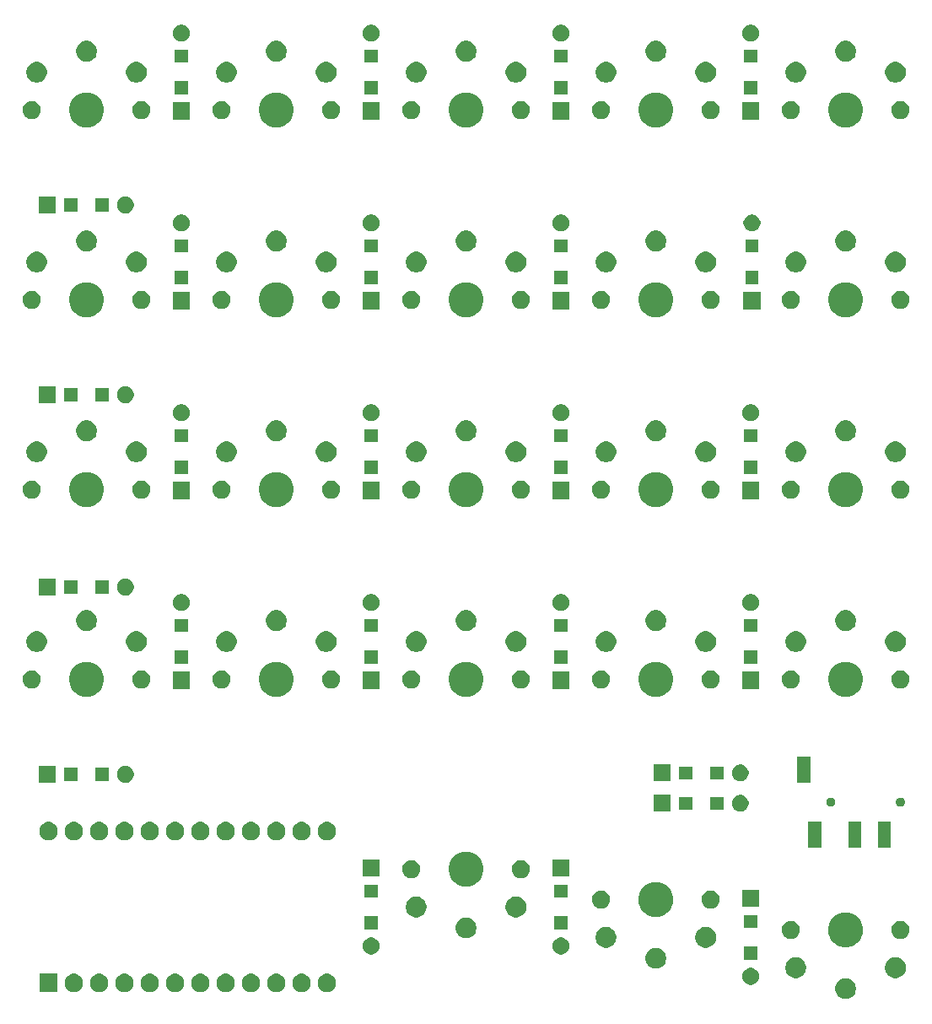
<source format=gbr>
G04 #@! TF.GenerationSoftware,KiCad,Pcbnew,5.1.3-ffb9f22~84~ubuntu19.04.1*
G04 #@! TF.CreationDate,2019-08-05T11:02:01+08:00*
G04 #@! TF.ProjectId,fissure,66697373-7572-4652-9e6b-696361645f70,rev?*
G04 #@! TF.SameCoordinates,Original*
G04 #@! TF.FileFunction,Soldermask,Top*
G04 #@! TF.FilePolarity,Negative*
%FSLAX46Y46*%
G04 Gerber Fmt 4.6, Leading zero omitted, Abs format (unit mm)*
G04 Created by KiCad (PCBNEW 5.1.3-ffb9f22~84~ubuntu19.04.1) date 2019-08-05 11:02:01*
%MOMM*%
%LPD*%
G04 APERTURE LIST*
%ADD10C,0.100000*%
G04 APERTURE END LIST*
D10*
G36*
X107240564Y-111061389D02*
G01*
X107431833Y-111140615D01*
X107431835Y-111140616D01*
X107603973Y-111255635D01*
X107750365Y-111402027D01*
X107812498Y-111495015D01*
X107865385Y-111574167D01*
X107944611Y-111765436D01*
X107985000Y-111968484D01*
X107985000Y-112175516D01*
X107944611Y-112378564D01*
X107865385Y-112569833D01*
X107865384Y-112569835D01*
X107750365Y-112741973D01*
X107603973Y-112888365D01*
X107431835Y-113003384D01*
X107431834Y-113003385D01*
X107431833Y-113003385D01*
X107240564Y-113082611D01*
X107037516Y-113123000D01*
X106830484Y-113123000D01*
X106627436Y-113082611D01*
X106436167Y-113003385D01*
X106436166Y-113003385D01*
X106436165Y-113003384D01*
X106264027Y-112888365D01*
X106117635Y-112741973D01*
X106002616Y-112569835D01*
X106002615Y-112569833D01*
X105923389Y-112378564D01*
X105883000Y-112175516D01*
X105883000Y-111968484D01*
X105923389Y-111765436D01*
X106002615Y-111574167D01*
X106055503Y-111495015D01*
X106117635Y-111402027D01*
X106264027Y-111255635D01*
X106436165Y-111140616D01*
X106436167Y-111140615D01*
X106627436Y-111061389D01*
X106830484Y-111021000D01*
X107037516Y-111021000D01*
X107240564Y-111061389D01*
X107240564Y-111061389D01*
G37*
G36*
X55134483Y-110614335D02*
G01*
X55303240Y-110684236D01*
X55455118Y-110785718D01*
X55584282Y-110914882D01*
X55685764Y-111066760D01*
X55755665Y-111235517D01*
X55791300Y-111414668D01*
X55791300Y-111597332D01*
X55755665Y-111776483D01*
X55685764Y-111945240D01*
X55584282Y-112097118D01*
X55455118Y-112226282D01*
X55303240Y-112327764D01*
X55134483Y-112397665D01*
X54955332Y-112433300D01*
X54772668Y-112433300D01*
X54593517Y-112397665D01*
X54424760Y-112327764D01*
X54272882Y-112226282D01*
X54143718Y-112097118D01*
X54042236Y-111945240D01*
X53972335Y-111776483D01*
X53936700Y-111597332D01*
X53936700Y-111414668D01*
X53972335Y-111235517D01*
X54042236Y-111066760D01*
X54143718Y-110914882D01*
X54272882Y-110785718D01*
X54424760Y-110684236D01*
X54593517Y-110614335D01*
X54772668Y-110578700D01*
X54955332Y-110578700D01*
X55134483Y-110614335D01*
X55134483Y-110614335D01*
G37*
G36*
X52594483Y-110614335D02*
G01*
X52763240Y-110684236D01*
X52915118Y-110785718D01*
X53044282Y-110914882D01*
X53145764Y-111066760D01*
X53215665Y-111235517D01*
X53251300Y-111414668D01*
X53251300Y-111597332D01*
X53215665Y-111776483D01*
X53145764Y-111945240D01*
X53044282Y-112097118D01*
X52915118Y-112226282D01*
X52763240Y-112327764D01*
X52594483Y-112397665D01*
X52415332Y-112433300D01*
X52232668Y-112433300D01*
X52053517Y-112397665D01*
X51884760Y-112327764D01*
X51732882Y-112226282D01*
X51603718Y-112097118D01*
X51502236Y-111945240D01*
X51432335Y-111776483D01*
X51396700Y-111597332D01*
X51396700Y-111414668D01*
X51432335Y-111235517D01*
X51502236Y-111066760D01*
X51603718Y-110914882D01*
X51732882Y-110785718D01*
X51884760Y-110684236D01*
X52053517Y-110614335D01*
X52232668Y-110578700D01*
X52415332Y-110578700D01*
X52594483Y-110614335D01*
X52594483Y-110614335D01*
G37*
G36*
X50054483Y-110614335D02*
G01*
X50223240Y-110684236D01*
X50375118Y-110785718D01*
X50504282Y-110914882D01*
X50605764Y-111066760D01*
X50675665Y-111235517D01*
X50711300Y-111414668D01*
X50711300Y-111597332D01*
X50675665Y-111776483D01*
X50605764Y-111945240D01*
X50504282Y-112097118D01*
X50375118Y-112226282D01*
X50223240Y-112327764D01*
X50054483Y-112397665D01*
X49875332Y-112433300D01*
X49692668Y-112433300D01*
X49513517Y-112397665D01*
X49344760Y-112327764D01*
X49192882Y-112226282D01*
X49063718Y-112097118D01*
X48962236Y-111945240D01*
X48892335Y-111776483D01*
X48856700Y-111597332D01*
X48856700Y-111414668D01*
X48892335Y-111235517D01*
X48962236Y-111066760D01*
X49063718Y-110914882D01*
X49192882Y-110785718D01*
X49344760Y-110684236D01*
X49513517Y-110614335D01*
X49692668Y-110578700D01*
X49875332Y-110578700D01*
X50054483Y-110614335D01*
X50054483Y-110614335D01*
G37*
G36*
X47514483Y-110614335D02*
G01*
X47683240Y-110684236D01*
X47835118Y-110785718D01*
X47964282Y-110914882D01*
X48065764Y-111066760D01*
X48135665Y-111235517D01*
X48171300Y-111414668D01*
X48171300Y-111597332D01*
X48135665Y-111776483D01*
X48065764Y-111945240D01*
X47964282Y-112097118D01*
X47835118Y-112226282D01*
X47683240Y-112327764D01*
X47514483Y-112397665D01*
X47335332Y-112433300D01*
X47152668Y-112433300D01*
X46973517Y-112397665D01*
X46804760Y-112327764D01*
X46652882Y-112226282D01*
X46523718Y-112097118D01*
X46422236Y-111945240D01*
X46352335Y-111776483D01*
X46316700Y-111597332D01*
X46316700Y-111414668D01*
X46352335Y-111235517D01*
X46422236Y-111066760D01*
X46523718Y-110914882D01*
X46652882Y-110785718D01*
X46804760Y-110684236D01*
X46973517Y-110614335D01*
X47152668Y-110578700D01*
X47335332Y-110578700D01*
X47514483Y-110614335D01*
X47514483Y-110614335D01*
G37*
G36*
X44974483Y-110614335D02*
G01*
X45143240Y-110684236D01*
X45295118Y-110785718D01*
X45424282Y-110914882D01*
X45525764Y-111066760D01*
X45595665Y-111235517D01*
X45631300Y-111414668D01*
X45631300Y-111597332D01*
X45595665Y-111776483D01*
X45525764Y-111945240D01*
X45424282Y-112097118D01*
X45295118Y-112226282D01*
X45143240Y-112327764D01*
X44974483Y-112397665D01*
X44795332Y-112433300D01*
X44612668Y-112433300D01*
X44433517Y-112397665D01*
X44264760Y-112327764D01*
X44112882Y-112226282D01*
X43983718Y-112097118D01*
X43882236Y-111945240D01*
X43812335Y-111776483D01*
X43776700Y-111597332D01*
X43776700Y-111414668D01*
X43812335Y-111235517D01*
X43882236Y-111066760D01*
X43983718Y-110914882D01*
X44112882Y-110785718D01*
X44264760Y-110684236D01*
X44433517Y-110614335D01*
X44612668Y-110578700D01*
X44795332Y-110578700D01*
X44974483Y-110614335D01*
X44974483Y-110614335D01*
G37*
G36*
X42434483Y-110614335D02*
G01*
X42603240Y-110684236D01*
X42755118Y-110785718D01*
X42884282Y-110914882D01*
X42985764Y-111066760D01*
X43055665Y-111235517D01*
X43091300Y-111414668D01*
X43091300Y-111597332D01*
X43055665Y-111776483D01*
X42985764Y-111945240D01*
X42884282Y-112097118D01*
X42755118Y-112226282D01*
X42603240Y-112327764D01*
X42434483Y-112397665D01*
X42255332Y-112433300D01*
X42072668Y-112433300D01*
X41893517Y-112397665D01*
X41724760Y-112327764D01*
X41572882Y-112226282D01*
X41443718Y-112097118D01*
X41342236Y-111945240D01*
X41272335Y-111776483D01*
X41236700Y-111597332D01*
X41236700Y-111414668D01*
X41272335Y-111235517D01*
X41342236Y-111066760D01*
X41443718Y-110914882D01*
X41572882Y-110785718D01*
X41724760Y-110684236D01*
X41893517Y-110614335D01*
X42072668Y-110578700D01*
X42255332Y-110578700D01*
X42434483Y-110614335D01*
X42434483Y-110614335D01*
G37*
G36*
X37354483Y-110614335D02*
G01*
X37523240Y-110684236D01*
X37675118Y-110785718D01*
X37804282Y-110914882D01*
X37905764Y-111066760D01*
X37975665Y-111235517D01*
X38011300Y-111414668D01*
X38011300Y-111597332D01*
X37975665Y-111776483D01*
X37905764Y-111945240D01*
X37804282Y-112097118D01*
X37675118Y-112226282D01*
X37523240Y-112327764D01*
X37354483Y-112397665D01*
X37175332Y-112433300D01*
X36992668Y-112433300D01*
X36813517Y-112397665D01*
X36644760Y-112327764D01*
X36492882Y-112226282D01*
X36363718Y-112097118D01*
X36262236Y-111945240D01*
X36192335Y-111776483D01*
X36156700Y-111597332D01*
X36156700Y-111414668D01*
X36192335Y-111235517D01*
X36262236Y-111066760D01*
X36363718Y-110914882D01*
X36492882Y-110785718D01*
X36644760Y-110684236D01*
X36813517Y-110614335D01*
X36992668Y-110578700D01*
X37175332Y-110578700D01*
X37354483Y-110614335D01*
X37354483Y-110614335D01*
G37*
G36*
X39894483Y-110614335D02*
G01*
X40063240Y-110684236D01*
X40215118Y-110785718D01*
X40344282Y-110914882D01*
X40445764Y-111066760D01*
X40515665Y-111235517D01*
X40551300Y-111414668D01*
X40551300Y-111597332D01*
X40515665Y-111776483D01*
X40445764Y-111945240D01*
X40344282Y-112097118D01*
X40215118Y-112226282D01*
X40063240Y-112327764D01*
X39894483Y-112397665D01*
X39715332Y-112433300D01*
X39532668Y-112433300D01*
X39353517Y-112397665D01*
X39184760Y-112327764D01*
X39032882Y-112226282D01*
X38903718Y-112097118D01*
X38802236Y-111945240D01*
X38732335Y-111776483D01*
X38696700Y-111597332D01*
X38696700Y-111414668D01*
X38732335Y-111235517D01*
X38802236Y-111066760D01*
X38903718Y-110914882D01*
X39032882Y-110785718D01*
X39184760Y-110684236D01*
X39353517Y-110614335D01*
X39532668Y-110578700D01*
X39715332Y-110578700D01*
X39894483Y-110614335D01*
X39894483Y-110614335D01*
G37*
G36*
X27851300Y-112433300D02*
G01*
X25996700Y-112433300D01*
X25996700Y-110578700D01*
X27851300Y-110578700D01*
X27851300Y-112433300D01*
X27851300Y-112433300D01*
G37*
G36*
X29734483Y-110614335D02*
G01*
X29903240Y-110684236D01*
X30055118Y-110785718D01*
X30184282Y-110914882D01*
X30285764Y-111066760D01*
X30355665Y-111235517D01*
X30391300Y-111414668D01*
X30391300Y-111597332D01*
X30355665Y-111776483D01*
X30285764Y-111945240D01*
X30184282Y-112097118D01*
X30055118Y-112226282D01*
X29903240Y-112327764D01*
X29734483Y-112397665D01*
X29555332Y-112433300D01*
X29372668Y-112433300D01*
X29193517Y-112397665D01*
X29024760Y-112327764D01*
X28872882Y-112226282D01*
X28743718Y-112097118D01*
X28642236Y-111945240D01*
X28572335Y-111776483D01*
X28536700Y-111597332D01*
X28536700Y-111414668D01*
X28572335Y-111235517D01*
X28642236Y-111066760D01*
X28743718Y-110914882D01*
X28872882Y-110785718D01*
X29024760Y-110684236D01*
X29193517Y-110614335D01*
X29372668Y-110578700D01*
X29555332Y-110578700D01*
X29734483Y-110614335D01*
X29734483Y-110614335D01*
G37*
G36*
X34814483Y-110614335D02*
G01*
X34983240Y-110684236D01*
X35135118Y-110785718D01*
X35264282Y-110914882D01*
X35365764Y-111066760D01*
X35435665Y-111235517D01*
X35471300Y-111414668D01*
X35471300Y-111597332D01*
X35435665Y-111776483D01*
X35365764Y-111945240D01*
X35264282Y-112097118D01*
X35135118Y-112226282D01*
X34983240Y-112327764D01*
X34814483Y-112397665D01*
X34635332Y-112433300D01*
X34452668Y-112433300D01*
X34273517Y-112397665D01*
X34104760Y-112327764D01*
X33952882Y-112226282D01*
X33823718Y-112097118D01*
X33722236Y-111945240D01*
X33652335Y-111776483D01*
X33616700Y-111597332D01*
X33616700Y-111414668D01*
X33652335Y-111235517D01*
X33722236Y-111066760D01*
X33823718Y-110914882D01*
X33952882Y-110785718D01*
X34104760Y-110684236D01*
X34273517Y-110614335D01*
X34452668Y-110578700D01*
X34635332Y-110578700D01*
X34814483Y-110614335D01*
X34814483Y-110614335D01*
G37*
G36*
X32274483Y-110614335D02*
G01*
X32443240Y-110684236D01*
X32595118Y-110785718D01*
X32724282Y-110914882D01*
X32825764Y-111066760D01*
X32895665Y-111235517D01*
X32931300Y-111414668D01*
X32931300Y-111597332D01*
X32895665Y-111776483D01*
X32825764Y-111945240D01*
X32724282Y-112097118D01*
X32595118Y-112226282D01*
X32443240Y-112327764D01*
X32274483Y-112397665D01*
X32095332Y-112433300D01*
X31912668Y-112433300D01*
X31733517Y-112397665D01*
X31564760Y-112327764D01*
X31412882Y-112226282D01*
X31283718Y-112097118D01*
X31182236Y-111945240D01*
X31112335Y-111776483D01*
X31076700Y-111597332D01*
X31076700Y-111414668D01*
X31112335Y-111235517D01*
X31182236Y-111066760D01*
X31283718Y-110914882D01*
X31412882Y-110785718D01*
X31564760Y-110684236D01*
X31733517Y-110614335D01*
X31912668Y-110578700D01*
X32095332Y-110578700D01*
X32274483Y-110614335D01*
X32274483Y-110614335D01*
G37*
G36*
X97657228Y-110015703D02*
G01*
X97812100Y-110079853D01*
X97951481Y-110172985D01*
X98070015Y-110291519D01*
X98163147Y-110430900D01*
X98227297Y-110585772D01*
X98260000Y-110750184D01*
X98260000Y-110917816D01*
X98227297Y-111082228D01*
X98163147Y-111237100D01*
X98070015Y-111376481D01*
X97951481Y-111495015D01*
X97812100Y-111588147D01*
X97657228Y-111652297D01*
X97492816Y-111685000D01*
X97325184Y-111685000D01*
X97160772Y-111652297D01*
X97005900Y-111588147D01*
X96866519Y-111495015D01*
X96747985Y-111376481D01*
X96654853Y-111237100D01*
X96590703Y-111082228D01*
X96558000Y-110917816D01*
X96558000Y-110750184D01*
X96590703Y-110585772D01*
X96654853Y-110430900D01*
X96747985Y-110291519D01*
X96866519Y-110172985D01*
X97005900Y-110079853D01*
X97160772Y-110015703D01*
X97325184Y-109983000D01*
X97492816Y-109983000D01*
X97657228Y-110015703D01*
X97657228Y-110015703D01*
G37*
G36*
X102240564Y-108961389D02*
G01*
X102431833Y-109040615D01*
X102431835Y-109040616D01*
X102561887Y-109127514D01*
X102603973Y-109155635D01*
X102750365Y-109302027D01*
X102865385Y-109474167D01*
X102944611Y-109665436D01*
X102985000Y-109868484D01*
X102985000Y-110075516D01*
X102944611Y-110278564D01*
X102881510Y-110430903D01*
X102865384Y-110469835D01*
X102750365Y-110641973D01*
X102603973Y-110788365D01*
X102431835Y-110903384D01*
X102431834Y-110903385D01*
X102431833Y-110903385D01*
X102240564Y-110982611D01*
X102037516Y-111023000D01*
X101830484Y-111023000D01*
X101627436Y-110982611D01*
X101436167Y-110903385D01*
X101436166Y-110903385D01*
X101436165Y-110903384D01*
X101264027Y-110788365D01*
X101117635Y-110641973D01*
X101002616Y-110469835D01*
X100986490Y-110430903D01*
X100923389Y-110278564D01*
X100883000Y-110075516D01*
X100883000Y-109868484D01*
X100923389Y-109665436D01*
X101002615Y-109474167D01*
X101117635Y-109302027D01*
X101264027Y-109155635D01*
X101306113Y-109127514D01*
X101436165Y-109040616D01*
X101436167Y-109040615D01*
X101627436Y-108961389D01*
X101830484Y-108921000D01*
X102037516Y-108921000D01*
X102240564Y-108961389D01*
X102240564Y-108961389D01*
G37*
G36*
X112240564Y-108961389D02*
G01*
X112431833Y-109040615D01*
X112431835Y-109040616D01*
X112561887Y-109127514D01*
X112603973Y-109155635D01*
X112750365Y-109302027D01*
X112865385Y-109474167D01*
X112944611Y-109665436D01*
X112985000Y-109868484D01*
X112985000Y-110075516D01*
X112944611Y-110278564D01*
X112881510Y-110430903D01*
X112865384Y-110469835D01*
X112750365Y-110641973D01*
X112603973Y-110788365D01*
X112431835Y-110903384D01*
X112431834Y-110903385D01*
X112431833Y-110903385D01*
X112240564Y-110982611D01*
X112037516Y-111023000D01*
X111830484Y-111023000D01*
X111627436Y-110982611D01*
X111436167Y-110903385D01*
X111436166Y-110903385D01*
X111436165Y-110903384D01*
X111264027Y-110788365D01*
X111117635Y-110641973D01*
X111002616Y-110469835D01*
X110986490Y-110430903D01*
X110923389Y-110278564D01*
X110883000Y-110075516D01*
X110883000Y-109868484D01*
X110923389Y-109665436D01*
X111002615Y-109474167D01*
X111117635Y-109302027D01*
X111264027Y-109155635D01*
X111306113Y-109127514D01*
X111436165Y-109040616D01*
X111436167Y-109040615D01*
X111627436Y-108961389D01*
X111830484Y-108921000D01*
X112037516Y-108921000D01*
X112240564Y-108961389D01*
X112240564Y-108961389D01*
G37*
G36*
X88190564Y-108013389D02*
G01*
X88381833Y-108092615D01*
X88381835Y-108092616D01*
X88553973Y-108207635D01*
X88700365Y-108354027D01*
X88762498Y-108447015D01*
X88815385Y-108526167D01*
X88894611Y-108717436D01*
X88935000Y-108920484D01*
X88935000Y-109127516D01*
X88894611Y-109330564D01*
X88835129Y-109474167D01*
X88815384Y-109521835D01*
X88700365Y-109693973D01*
X88553973Y-109840365D01*
X88381835Y-109955384D01*
X88381834Y-109955385D01*
X88381833Y-109955385D01*
X88190564Y-110034611D01*
X87987516Y-110075000D01*
X87780484Y-110075000D01*
X87577436Y-110034611D01*
X87386167Y-109955385D01*
X87386166Y-109955385D01*
X87386165Y-109955384D01*
X87214027Y-109840365D01*
X87067635Y-109693973D01*
X86952616Y-109521835D01*
X86932871Y-109474167D01*
X86873389Y-109330564D01*
X86833000Y-109127516D01*
X86833000Y-108920484D01*
X86873389Y-108717436D01*
X86952615Y-108526167D01*
X87005503Y-108447015D01*
X87067635Y-108354027D01*
X87214027Y-108207635D01*
X87386165Y-108092616D01*
X87386167Y-108092615D01*
X87577436Y-108013389D01*
X87780484Y-107973000D01*
X87987516Y-107973000D01*
X88190564Y-108013389D01*
X88190564Y-108013389D01*
G37*
G36*
X98060000Y-109160000D02*
G01*
X96758000Y-109160000D01*
X96758000Y-107858000D01*
X98060000Y-107858000D01*
X98060000Y-109160000D01*
X98060000Y-109160000D01*
G37*
G36*
X59557228Y-106967703D02*
G01*
X59712100Y-107031853D01*
X59851481Y-107124985D01*
X59970015Y-107243519D01*
X60063147Y-107382900D01*
X60127297Y-107537772D01*
X60160000Y-107702184D01*
X60160000Y-107869816D01*
X60127297Y-108034228D01*
X60063147Y-108189100D01*
X59970015Y-108328481D01*
X59851481Y-108447015D01*
X59712100Y-108540147D01*
X59557228Y-108604297D01*
X59392816Y-108637000D01*
X59225184Y-108637000D01*
X59060772Y-108604297D01*
X58905900Y-108540147D01*
X58766519Y-108447015D01*
X58647985Y-108328481D01*
X58554853Y-108189100D01*
X58490703Y-108034228D01*
X58458000Y-107869816D01*
X58458000Y-107702184D01*
X58490703Y-107537772D01*
X58554853Y-107382900D01*
X58647985Y-107243519D01*
X58766519Y-107124985D01*
X58905900Y-107031853D01*
X59060772Y-106967703D01*
X59225184Y-106935000D01*
X59392816Y-106935000D01*
X59557228Y-106967703D01*
X59557228Y-106967703D01*
G37*
G36*
X78607228Y-106967703D02*
G01*
X78762100Y-107031853D01*
X78901481Y-107124985D01*
X79020015Y-107243519D01*
X79113147Y-107382900D01*
X79177297Y-107537772D01*
X79210000Y-107702184D01*
X79210000Y-107869816D01*
X79177297Y-108034228D01*
X79113147Y-108189100D01*
X79020015Y-108328481D01*
X78901481Y-108447015D01*
X78762100Y-108540147D01*
X78607228Y-108604297D01*
X78442816Y-108637000D01*
X78275184Y-108637000D01*
X78110772Y-108604297D01*
X77955900Y-108540147D01*
X77816519Y-108447015D01*
X77697985Y-108328481D01*
X77604853Y-108189100D01*
X77540703Y-108034228D01*
X77508000Y-107869816D01*
X77508000Y-107702184D01*
X77540703Y-107537772D01*
X77604853Y-107382900D01*
X77697985Y-107243519D01*
X77816519Y-107124985D01*
X77955900Y-107031853D01*
X78110772Y-106967703D01*
X78275184Y-106935000D01*
X78442816Y-106935000D01*
X78607228Y-106967703D01*
X78607228Y-106967703D01*
G37*
G36*
X93190564Y-105913389D02*
G01*
X93381833Y-105992615D01*
X93381835Y-105992616D01*
X93392197Y-105999540D01*
X93553973Y-106107635D01*
X93700365Y-106254027D01*
X93815385Y-106426167D01*
X93894611Y-106617436D01*
X93935000Y-106820484D01*
X93935000Y-107027516D01*
X93894611Y-107230564D01*
X93831510Y-107382903D01*
X93815384Y-107421835D01*
X93700365Y-107593973D01*
X93553973Y-107740365D01*
X93381835Y-107855384D01*
X93381834Y-107855385D01*
X93381833Y-107855385D01*
X93190564Y-107934611D01*
X92987516Y-107975000D01*
X92780484Y-107975000D01*
X92577436Y-107934611D01*
X92386167Y-107855385D01*
X92386166Y-107855385D01*
X92386165Y-107855384D01*
X92214027Y-107740365D01*
X92067635Y-107593973D01*
X91952616Y-107421835D01*
X91936490Y-107382903D01*
X91873389Y-107230564D01*
X91833000Y-107027516D01*
X91833000Y-106820484D01*
X91873389Y-106617436D01*
X91952615Y-106426167D01*
X92067635Y-106254027D01*
X92214027Y-106107635D01*
X92375803Y-105999540D01*
X92386165Y-105992616D01*
X92386167Y-105992615D01*
X92577436Y-105913389D01*
X92780484Y-105873000D01*
X92987516Y-105873000D01*
X93190564Y-105913389D01*
X93190564Y-105913389D01*
G37*
G36*
X83190564Y-105913389D02*
G01*
X83381833Y-105992615D01*
X83381835Y-105992616D01*
X83392197Y-105999540D01*
X83553973Y-106107635D01*
X83700365Y-106254027D01*
X83815385Y-106426167D01*
X83894611Y-106617436D01*
X83935000Y-106820484D01*
X83935000Y-107027516D01*
X83894611Y-107230564D01*
X83831510Y-107382903D01*
X83815384Y-107421835D01*
X83700365Y-107593973D01*
X83553973Y-107740365D01*
X83381835Y-107855384D01*
X83381834Y-107855385D01*
X83381833Y-107855385D01*
X83190564Y-107934611D01*
X82987516Y-107975000D01*
X82780484Y-107975000D01*
X82577436Y-107934611D01*
X82386167Y-107855385D01*
X82386166Y-107855385D01*
X82386165Y-107855384D01*
X82214027Y-107740365D01*
X82067635Y-107593973D01*
X81952616Y-107421835D01*
X81936490Y-107382903D01*
X81873389Y-107230564D01*
X81833000Y-107027516D01*
X81833000Y-106820484D01*
X81873389Y-106617436D01*
X81952615Y-106426167D01*
X82067635Y-106254027D01*
X82214027Y-106107635D01*
X82375803Y-105999540D01*
X82386165Y-105992616D01*
X82386167Y-105992615D01*
X82577436Y-105913389D01*
X82780484Y-105873000D01*
X82987516Y-105873000D01*
X83190564Y-105913389D01*
X83190564Y-105913389D01*
G37*
G36*
X107331985Y-104465860D02*
G01*
X107444748Y-104488290D01*
X107576741Y-104542963D01*
X107763408Y-104620283D01*
X108050196Y-104811909D01*
X108294091Y-105055804D01*
X108485717Y-105342592D01*
X108617710Y-105661253D01*
X108685000Y-105999540D01*
X108685000Y-106344460D01*
X108640140Y-106569985D01*
X108630702Y-106617435D01*
X108617710Y-106682747D01*
X108485717Y-107001408D01*
X108294091Y-107288196D01*
X108050196Y-107532091D01*
X107763408Y-107723717D01*
X107576741Y-107801037D01*
X107444748Y-107855710D01*
X107373837Y-107869815D01*
X107106460Y-107923000D01*
X106761540Y-107923000D01*
X106494163Y-107869815D01*
X106423252Y-107855710D01*
X106291259Y-107801037D01*
X106104592Y-107723717D01*
X105817804Y-107532091D01*
X105573909Y-107288196D01*
X105382283Y-107001408D01*
X105250290Y-106682747D01*
X105237299Y-106617435D01*
X105227860Y-106569985D01*
X105183000Y-106344460D01*
X105183000Y-105999540D01*
X105250290Y-105661253D01*
X105382283Y-105342592D01*
X105573909Y-105055804D01*
X105817804Y-104811909D01*
X106104592Y-104620283D01*
X106291259Y-104542963D01*
X106423252Y-104488290D01*
X106536015Y-104465860D01*
X106761540Y-104421000D01*
X107106460Y-104421000D01*
X107331985Y-104465860D01*
X107331985Y-104465860D01*
G37*
G36*
X101547512Y-105275927D02*
G01*
X101696812Y-105305624D01*
X101860784Y-105373544D01*
X102008354Y-105472147D01*
X102133853Y-105597646D01*
X102232456Y-105745216D01*
X102300376Y-105909188D01*
X102318348Y-105999542D01*
X102334256Y-106079516D01*
X102335000Y-106083259D01*
X102335000Y-106260741D01*
X102300376Y-106434812D01*
X102232456Y-106598784D01*
X102133853Y-106746354D01*
X102008354Y-106871853D01*
X101860784Y-106970456D01*
X101696812Y-107038376D01*
X101547512Y-107068073D01*
X101522742Y-107073000D01*
X101345258Y-107073000D01*
X101320488Y-107068073D01*
X101171188Y-107038376D01*
X101007216Y-106970456D01*
X100859646Y-106871853D01*
X100734147Y-106746354D01*
X100635544Y-106598784D01*
X100567624Y-106434812D01*
X100533000Y-106260741D01*
X100533000Y-106083259D01*
X100533745Y-106079516D01*
X100549652Y-105999542D01*
X100567624Y-105909188D01*
X100635544Y-105745216D01*
X100734147Y-105597646D01*
X100859646Y-105472147D01*
X101007216Y-105373544D01*
X101171188Y-105305624D01*
X101320488Y-105275927D01*
X101345258Y-105271000D01*
X101522742Y-105271000D01*
X101547512Y-105275927D01*
X101547512Y-105275927D01*
G37*
G36*
X112547512Y-105275927D02*
G01*
X112696812Y-105305624D01*
X112860784Y-105373544D01*
X113008354Y-105472147D01*
X113133853Y-105597646D01*
X113232456Y-105745216D01*
X113300376Y-105909188D01*
X113318348Y-105999542D01*
X113334256Y-106079516D01*
X113335000Y-106083259D01*
X113335000Y-106260741D01*
X113300376Y-106434812D01*
X113232456Y-106598784D01*
X113133853Y-106746354D01*
X113008354Y-106871853D01*
X112860784Y-106970456D01*
X112696812Y-107038376D01*
X112547512Y-107068073D01*
X112522742Y-107073000D01*
X112345258Y-107073000D01*
X112320488Y-107068073D01*
X112171188Y-107038376D01*
X112007216Y-106970456D01*
X111859646Y-106871853D01*
X111734147Y-106746354D01*
X111635544Y-106598784D01*
X111567624Y-106434812D01*
X111533000Y-106260741D01*
X111533000Y-106083259D01*
X111533745Y-106079516D01*
X111549652Y-105999542D01*
X111567624Y-105909188D01*
X111635544Y-105745216D01*
X111734147Y-105597646D01*
X111859646Y-105472147D01*
X112007216Y-105373544D01*
X112171188Y-105305624D01*
X112320488Y-105275927D01*
X112345258Y-105271000D01*
X112522742Y-105271000D01*
X112547512Y-105275927D01*
X112547512Y-105275927D01*
G37*
G36*
X69140564Y-104965389D02*
G01*
X69331833Y-105044615D01*
X69331835Y-105044616D01*
X69503973Y-105159635D01*
X69650365Y-105306027D01*
X69761364Y-105472148D01*
X69765385Y-105478167D01*
X69844611Y-105669436D01*
X69885000Y-105872484D01*
X69885000Y-106079516D01*
X69844611Y-106282564D01*
X69785129Y-106426167D01*
X69765384Y-106473835D01*
X69650365Y-106645973D01*
X69503973Y-106792365D01*
X69331835Y-106907384D01*
X69331834Y-106907385D01*
X69331833Y-106907385D01*
X69140564Y-106986611D01*
X68937516Y-107027000D01*
X68730484Y-107027000D01*
X68527436Y-106986611D01*
X68336167Y-106907385D01*
X68336166Y-106907385D01*
X68336165Y-106907384D01*
X68164027Y-106792365D01*
X68017635Y-106645973D01*
X67902616Y-106473835D01*
X67882871Y-106426167D01*
X67823389Y-106282564D01*
X67783000Y-106079516D01*
X67783000Y-105872484D01*
X67823389Y-105669436D01*
X67902615Y-105478167D01*
X67906637Y-105472148D01*
X68017635Y-105306027D01*
X68164027Y-105159635D01*
X68336165Y-105044616D01*
X68336167Y-105044615D01*
X68527436Y-104965389D01*
X68730484Y-104925000D01*
X68937516Y-104925000D01*
X69140564Y-104965389D01*
X69140564Y-104965389D01*
G37*
G36*
X79010000Y-106112000D02*
G01*
X77708000Y-106112000D01*
X77708000Y-104810000D01*
X79010000Y-104810000D01*
X79010000Y-106112000D01*
X79010000Y-106112000D01*
G37*
G36*
X59960000Y-106112000D02*
G01*
X58658000Y-106112000D01*
X58658000Y-104810000D01*
X59960000Y-104810000D01*
X59960000Y-106112000D01*
X59960000Y-106112000D01*
G37*
G36*
X98060000Y-106010000D02*
G01*
X96758000Y-106010000D01*
X96758000Y-104708000D01*
X98060000Y-104708000D01*
X98060000Y-106010000D01*
X98060000Y-106010000D01*
G37*
G36*
X74140564Y-102865389D02*
G01*
X74331833Y-102944615D01*
X74331835Y-102944616D01*
X74342197Y-102951540D01*
X74503973Y-103059635D01*
X74650365Y-103206027D01*
X74765385Y-103378167D01*
X74844611Y-103569436D01*
X74885000Y-103772484D01*
X74885000Y-103979516D01*
X74844611Y-104182564D01*
X74765385Y-104373833D01*
X74765384Y-104373835D01*
X74650365Y-104545973D01*
X74503973Y-104692365D01*
X74331835Y-104807384D01*
X74331834Y-104807385D01*
X74331833Y-104807385D01*
X74140564Y-104886611D01*
X73937516Y-104927000D01*
X73730484Y-104927000D01*
X73527436Y-104886611D01*
X73336167Y-104807385D01*
X73336166Y-104807385D01*
X73336165Y-104807384D01*
X73164027Y-104692365D01*
X73017635Y-104545973D01*
X72902616Y-104373835D01*
X72902615Y-104373833D01*
X72823389Y-104182564D01*
X72783000Y-103979516D01*
X72783000Y-103772484D01*
X72823389Y-103569436D01*
X72902615Y-103378167D01*
X73017635Y-103206027D01*
X73164027Y-103059635D01*
X73325803Y-102951540D01*
X73336165Y-102944616D01*
X73336167Y-102944615D01*
X73527436Y-102865389D01*
X73730484Y-102825000D01*
X73937516Y-102825000D01*
X74140564Y-102865389D01*
X74140564Y-102865389D01*
G37*
G36*
X64140564Y-102865389D02*
G01*
X64331833Y-102944615D01*
X64331835Y-102944616D01*
X64342197Y-102951540D01*
X64503973Y-103059635D01*
X64650365Y-103206027D01*
X64765385Y-103378167D01*
X64844611Y-103569436D01*
X64885000Y-103772484D01*
X64885000Y-103979516D01*
X64844611Y-104182564D01*
X64765385Y-104373833D01*
X64765384Y-104373835D01*
X64650365Y-104545973D01*
X64503973Y-104692365D01*
X64331835Y-104807384D01*
X64331834Y-104807385D01*
X64331833Y-104807385D01*
X64140564Y-104886611D01*
X63937516Y-104927000D01*
X63730484Y-104927000D01*
X63527436Y-104886611D01*
X63336167Y-104807385D01*
X63336166Y-104807385D01*
X63336165Y-104807384D01*
X63164027Y-104692365D01*
X63017635Y-104545973D01*
X62902616Y-104373835D01*
X62902615Y-104373833D01*
X62823389Y-104182564D01*
X62783000Y-103979516D01*
X62783000Y-103772484D01*
X62823389Y-103569436D01*
X62902615Y-103378167D01*
X63017635Y-103206027D01*
X63164027Y-103059635D01*
X63325803Y-102951540D01*
X63336165Y-102944616D01*
X63336167Y-102944615D01*
X63527436Y-102865389D01*
X63730484Y-102825000D01*
X63937516Y-102825000D01*
X64140564Y-102865389D01*
X64140564Y-102865389D01*
G37*
G36*
X88281985Y-101417860D02*
G01*
X88394748Y-101440290D01*
X88526741Y-101494963D01*
X88713408Y-101572283D01*
X89000196Y-101763909D01*
X89244091Y-102007804D01*
X89435717Y-102294592D01*
X89567710Y-102613253D01*
X89635000Y-102951540D01*
X89635000Y-103296460D01*
X89590140Y-103521985D01*
X89580702Y-103569435D01*
X89567710Y-103634747D01*
X89435717Y-103953408D01*
X89244091Y-104240196D01*
X89000196Y-104484091D01*
X88713408Y-104675717D01*
X88526741Y-104753037D01*
X88394748Y-104807710D01*
X88281985Y-104830140D01*
X88056460Y-104875000D01*
X87711540Y-104875000D01*
X87486015Y-104830140D01*
X87373252Y-104807710D01*
X87241259Y-104753037D01*
X87054592Y-104675717D01*
X86767804Y-104484091D01*
X86523909Y-104240196D01*
X86332283Y-103953408D01*
X86200290Y-103634747D01*
X86187299Y-103569435D01*
X86177860Y-103521985D01*
X86133000Y-103296460D01*
X86133000Y-102951540D01*
X86200290Y-102613253D01*
X86332283Y-102294592D01*
X86523909Y-102007804D01*
X86767804Y-101763909D01*
X87054592Y-101572283D01*
X87241259Y-101494963D01*
X87373252Y-101440290D01*
X87486015Y-101417860D01*
X87711540Y-101373000D01*
X88056460Y-101373000D01*
X88281985Y-101417860D01*
X88281985Y-101417860D01*
G37*
G36*
X82497512Y-102227927D02*
G01*
X82646812Y-102257624D01*
X82810784Y-102325544D01*
X82958354Y-102424147D01*
X83083853Y-102549646D01*
X83182456Y-102697216D01*
X83250376Y-102861188D01*
X83285000Y-103035259D01*
X83285000Y-103212741D01*
X83250376Y-103386812D01*
X83182456Y-103550784D01*
X83083853Y-103698354D01*
X82958354Y-103823853D01*
X82810784Y-103922456D01*
X82646812Y-103990376D01*
X82497512Y-104020073D01*
X82472742Y-104025000D01*
X82295258Y-104025000D01*
X82270488Y-104020073D01*
X82121188Y-103990376D01*
X81957216Y-103922456D01*
X81809646Y-103823853D01*
X81684147Y-103698354D01*
X81585544Y-103550784D01*
X81517624Y-103386812D01*
X81483000Y-103212741D01*
X81483000Y-103035259D01*
X81517624Y-102861188D01*
X81585544Y-102697216D01*
X81684147Y-102549646D01*
X81809646Y-102424147D01*
X81957216Y-102325544D01*
X82121188Y-102257624D01*
X82270488Y-102227927D01*
X82295258Y-102223000D01*
X82472742Y-102223000D01*
X82497512Y-102227927D01*
X82497512Y-102227927D01*
G37*
G36*
X93497512Y-102227927D02*
G01*
X93646812Y-102257624D01*
X93810784Y-102325544D01*
X93958354Y-102424147D01*
X94083853Y-102549646D01*
X94182456Y-102697216D01*
X94250376Y-102861188D01*
X94285000Y-103035259D01*
X94285000Y-103212741D01*
X94250376Y-103386812D01*
X94182456Y-103550784D01*
X94083853Y-103698354D01*
X93958354Y-103823853D01*
X93810784Y-103922456D01*
X93646812Y-103990376D01*
X93497512Y-104020073D01*
X93472742Y-104025000D01*
X93295258Y-104025000D01*
X93270488Y-104020073D01*
X93121188Y-103990376D01*
X92957216Y-103922456D01*
X92809646Y-103823853D01*
X92684147Y-103698354D01*
X92585544Y-103550784D01*
X92517624Y-103386812D01*
X92483000Y-103212741D01*
X92483000Y-103035259D01*
X92517624Y-102861188D01*
X92585544Y-102697216D01*
X92684147Y-102549646D01*
X92809646Y-102424147D01*
X92957216Y-102325544D01*
X93121188Y-102257624D01*
X93270488Y-102227927D01*
X93295258Y-102223000D01*
X93472742Y-102223000D01*
X93497512Y-102227927D01*
X93497512Y-102227927D01*
G37*
G36*
X98260000Y-103885000D02*
G01*
X96558000Y-103885000D01*
X96558000Y-102183000D01*
X98260000Y-102183000D01*
X98260000Y-103885000D01*
X98260000Y-103885000D01*
G37*
G36*
X59960000Y-102962000D02*
G01*
X58658000Y-102962000D01*
X58658000Y-101660000D01*
X59960000Y-101660000D01*
X59960000Y-102962000D01*
X59960000Y-102962000D01*
G37*
G36*
X79010000Y-102962000D02*
G01*
X77708000Y-102962000D01*
X77708000Y-101660000D01*
X79010000Y-101660000D01*
X79010000Y-102962000D01*
X79010000Y-102962000D01*
G37*
G36*
X69231985Y-98369860D02*
G01*
X69344748Y-98392290D01*
X69476741Y-98446963D01*
X69663408Y-98524283D01*
X69950196Y-98715909D01*
X70194091Y-98959804D01*
X70385717Y-99246592D01*
X70517710Y-99565253D01*
X70585000Y-99903540D01*
X70585000Y-100248460D01*
X70517710Y-100586747D01*
X70385717Y-100905408D01*
X70194091Y-101192196D01*
X69950196Y-101436091D01*
X69663408Y-101627717D01*
X69476741Y-101705037D01*
X69344748Y-101759710D01*
X69231985Y-101782140D01*
X69006460Y-101827000D01*
X68661540Y-101827000D01*
X68436015Y-101782140D01*
X68323252Y-101759710D01*
X68191259Y-101705037D01*
X68004592Y-101627717D01*
X67717804Y-101436091D01*
X67473909Y-101192196D01*
X67282283Y-100905408D01*
X67150290Y-100586747D01*
X67083000Y-100248460D01*
X67083000Y-99903540D01*
X67150290Y-99565253D01*
X67282283Y-99246592D01*
X67473909Y-98959804D01*
X67717804Y-98715909D01*
X68004592Y-98524283D01*
X68191259Y-98446963D01*
X68323252Y-98392290D01*
X68436015Y-98369860D01*
X68661540Y-98325000D01*
X69006460Y-98325000D01*
X69231985Y-98369860D01*
X69231985Y-98369860D01*
G37*
G36*
X74447512Y-99179927D02*
G01*
X74596812Y-99209624D01*
X74760784Y-99277544D01*
X74908354Y-99376147D01*
X75033853Y-99501646D01*
X75132456Y-99649216D01*
X75200376Y-99813188D01*
X75235000Y-99987259D01*
X75235000Y-100164741D01*
X75200376Y-100338812D01*
X75132456Y-100502784D01*
X75033853Y-100650354D01*
X74908354Y-100775853D01*
X74760784Y-100874456D01*
X74596812Y-100942376D01*
X74447512Y-100972073D01*
X74422742Y-100977000D01*
X74245258Y-100977000D01*
X74220488Y-100972073D01*
X74071188Y-100942376D01*
X73907216Y-100874456D01*
X73759646Y-100775853D01*
X73634147Y-100650354D01*
X73535544Y-100502784D01*
X73467624Y-100338812D01*
X73433000Y-100164741D01*
X73433000Y-99987259D01*
X73467624Y-99813188D01*
X73535544Y-99649216D01*
X73634147Y-99501646D01*
X73759646Y-99376147D01*
X73907216Y-99277544D01*
X74071188Y-99209624D01*
X74220488Y-99179927D01*
X74245258Y-99175000D01*
X74422742Y-99175000D01*
X74447512Y-99179927D01*
X74447512Y-99179927D01*
G37*
G36*
X63447512Y-99179927D02*
G01*
X63596812Y-99209624D01*
X63760784Y-99277544D01*
X63908354Y-99376147D01*
X64033853Y-99501646D01*
X64132456Y-99649216D01*
X64200376Y-99813188D01*
X64235000Y-99987259D01*
X64235000Y-100164741D01*
X64200376Y-100338812D01*
X64132456Y-100502784D01*
X64033853Y-100650354D01*
X63908354Y-100775853D01*
X63760784Y-100874456D01*
X63596812Y-100942376D01*
X63447512Y-100972073D01*
X63422742Y-100977000D01*
X63245258Y-100977000D01*
X63220488Y-100972073D01*
X63071188Y-100942376D01*
X62907216Y-100874456D01*
X62759646Y-100775853D01*
X62634147Y-100650354D01*
X62535544Y-100502784D01*
X62467624Y-100338812D01*
X62433000Y-100164741D01*
X62433000Y-99987259D01*
X62467624Y-99813188D01*
X62535544Y-99649216D01*
X62634147Y-99501646D01*
X62759646Y-99376147D01*
X62907216Y-99277544D01*
X63071188Y-99209624D01*
X63220488Y-99179927D01*
X63245258Y-99175000D01*
X63422742Y-99175000D01*
X63447512Y-99179927D01*
X63447512Y-99179927D01*
G37*
G36*
X60160000Y-100837000D02*
G01*
X58458000Y-100837000D01*
X58458000Y-99135000D01*
X60160000Y-99135000D01*
X60160000Y-100837000D01*
X60160000Y-100837000D01*
G37*
G36*
X79210000Y-100837000D02*
G01*
X77508000Y-100837000D01*
X77508000Y-99135000D01*
X79210000Y-99135000D01*
X79210000Y-100837000D01*
X79210000Y-100837000D01*
G37*
G36*
X104497000Y-97896000D02*
G01*
X103195000Y-97896000D01*
X103195000Y-95294000D01*
X104497000Y-95294000D01*
X104497000Y-97896000D01*
X104497000Y-97896000D01*
G37*
G36*
X108497000Y-97896000D02*
G01*
X107195000Y-97896000D01*
X107195000Y-95294000D01*
X108497000Y-95294000D01*
X108497000Y-97896000D01*
X108497000Y-97896000D01*
G37*
G36*
X111497000Y-97896000D02*
G01*
X110195000Y-97896000D01*
X110195000Y-95294000D01*
X111497000Y-95294000D01*
X111497000Y-97896000D01*
X111497000Y-97896000D01*
G37*
G36*
X29734483Y-95374335D02*
G01*
X29903240Y-95444236D01*
X30055118Y-95545718D01*
X30184282Y-95674882D01*
X30285764Y-95826760D01*
X30355665Y-95995517D01*
X30391300Y-96174668D01*
X30391300Y-96357332D01*
X30355665Y-96536483D01*
X30285764Y-96705240D01*
X30184282Y-96857118D01*
X30055118Y-96986282D01*
X29903240Y-97087764D01*
X29734483Y-97157665D01*
X29555332Y-97193300D01*
X29372668Y-97193300D01*
X29193517Y-97157665D01*
X29024760Y-97087764D01*
X28872882Y-96986282D01*
X28743718Y-96857118D01*
X28642236Y-96705240D01*
X28572335Y-96536483D01*
X28536700Y-96357332D01*
X28536700Y-96174668D01*
X28572335Y-95995517D01*
X28642236Y-95826760D01*
X28743718Y-95674882D01*
X28872882Y-95545718D01*
X29024760Y-95444236D01*
X29193517Y-95374335D01*
X29372668Y-95338700D01*
X29555332Y-95338700D01*
X29734483Y-95374335D01*
X29734483Y-95374335D01*
G37*
G36*
X55134483Y-95374335D02*
G01*
X55303240Y-95444236D01*
X55455118Y-95545718D01*
X55584282Y-95674882D01*
X55685764Y-95826760D01*
X55755665Y-95995517D01*
X55791300Y-96174668D01*
X55791300Y-96357332D01*
X55755665Y-96536483D01*
X55685764Y-96705240D01*
X55584282Y-96857118D01*
X55455118Y-96986282D01*
X55303240Y-97087764D01*
X55134483Y-97157665D01*
X54955332Y-97193300D01*
X54772668Y-97193300D01*
X54593517Y-97157665D01*
X54424760Y-97087764D01*
X54272882Y-96986282D01*
X54143718Y-96857118D01*
X54042236Y-96705240D01*
X53972335Y-96536483D01*
X53936700Y-96357332D01*
X53936700Y-96174668D01*
X53972335Y-95995517D01*
X54042236Y-95826760D01*
X54143718Y-95674882D01*
X54272882Y-95545718D01*
X54424760Y-95444236D01*
X54593517Y-95374335D01*
X54772668Y-95338700D01*
X54955332Y-95338700D01*
X55134483Y-95374335D01*
X55134483Y-95374335D01*
G37*
G36*
X27194483Y-95374335D02*
G01*
X27363240Y-95444236D01*
X27515118Y-95545718D01*
X27644282Y-95674882D01*
X27745764Y-95826760D01*
X27815665Y-95995517D01*
X27851300Y-96174668D01*
X27851300Y-96357332D01*
X27815665Y-96536483D01*
X27745764Y-96705240D01*
X27644282Y-96857118D01*
X27515118Y-96986282D01*
X27363240Y-97087764D01*
X27194483Y-97157665D01*
X27015332Y-97193300D01*
X26832668Y-97193300D01*
X26653517Y-97157665D01*
X26484760Y-97087764D01*
X26332882Y-96986282D01*
X26203718Y-96857118D01*
X26102236Y-96705240D01*
X26032335Y-96536483D01*
X25996700Y-96357332D01*
X25996700Y-96174668D01*
X26032335Y-95995517D01*
X26102236Y-95826760D01*
X26203718Y-95674882D01*
X26332882Y-95545718D01*
X26484760Y-95444236D01*
X26653517Y-95374335D01*
X26832668Y-95338700D01*
X27015332Y-95338700D01*
X27194483Y-95374335D01*
X27194483Y-95374335D01*
G37*
G36*
X32274483Y-95374335D02*
G01*
X32443240Y-95444236D01*
X32595118Y-95545718D01*
X32724282Y-95674882D01*
X32825764Y-95826760D01*
X32895665Y-95995517D01*
X32931300Y-96174668D01*
X32931300Y-96357332D01*
X32895665Y-96536483D01*
X32825764Y-96705240D01*
X32724282Y-96857118D01*
X32595118Y-96986282D01*
X32443240Y-97087764D01*
X32274483Y-97157665D01*
X32095332Y-97193300D01*
X31912668Y-97193300D01*
X31733517Y-97157665D01*
X31564760Y-97087764D01*
X31412882Y-96986282D01*
X31283718Y-96857118D01*
X31182236Y-96705240D01*
X31112335Y-96536483D01*
X31076700Y-96357332D01*
X31076700Y-96174668D01*
X31112335Y-95995517D01*
X31182236Y-95826760D01*
X31283718Y-95674882D01*
X31412882Y-95545718D01*
X31564760Y-95444236D01*
X31733517Y-95374335D01*
X31912668Y-95338700D01*
X32095332Y-95338700D01*
X32274483Y-95374335D01*
X32274483Y-95374335D01*
G37*
G36*
X34814483Y-95374335D02*
G01*
X34983240Y-95444236D01*
X35135118Y-95545718D01*
X35264282Y-95674882D01*
X35365764Y-95826760D01*
X35435665Y-95995517D01*
X35471300Y-96174668D01*
X35471300Y-96357332D01*
X35435665Y-96536483D01*
X35365764Y-96705240D01*
X35264282Y-96857118D01*
X35135118Y-96986282D01*
X34983240Y-97087764D01*
X34814483Y-97157665D01*
X34635332Y-97193300D01*
X34452668Y-97193300D01*
X34273517Y-97157665D01*
X34104760Y-97087764D01*
X33952882Y-96986282D01*
X33823718Y-96857118D01*
X33722236Y-96705240D01*
X33652335Y-96536483D01*
X33616700Y-96357332D01*
X33616700Y-96174668D01*
X33652335Y-95995517D01*
X33722236Y-95826760D01*
X33823718Y-95674882D01*
X33952882Y-95545718D01*
X34104760Y-95444236D01*
X34273517Y-95374335D01*
X34452668Y-95338700D01*
X34635332Y-95338700D01*
X34814483Y-95374335D01*
X34814483Y-95374335D01*
G37*
G36*
X37354483Y-95374335D02*
G01*
X37523240Y-95444236D01*
X37675118Y-95545718D01*
X37804282Y-95674882D01*
X37905764Y-95826760D01*
X37975665Y-95995517D01*
X38011300Y-96174668D01*
X38011300Y-96357332D01*
X37975665Y-96536483D01*
X37905764Y-96705240D01*
X37804282Y-96857118D01*
X37675118Y-96986282D01*
X37523240Y-97087764D01*
X37354483Y-97157665D01*
X37175332Y-97193300D01*
X36992668Y-97193300D01*
X36813517Y-97157665D01*
X36644760Y-97087764D01*
X36492882Y-96986282D01*
X36363718Y-96857118D01*
X36262236Y-96705240D01*
X36192335Y-96536483D01*
X36156700Y-96357332D01*
X36156700Y-96174668D01*
X36192335Y-95995517D01*
X36262236Y-95826760D01*
X36363718Y-95674882D01*
X36492882Y-95545718D01*
X36644760Y-95444236D01*
X36813517Y-95374335D01*
X36992668Y-95338700D01*
X37175332Y-95338700D01*
X37354483Y-95374335D01*
X37354483Y-95374335D01*
G37*
G36*
X42434483Y-95374335D02*
G01*
X42603240Y-95444236D01*
X42755118Y-95545718D01*
X42884282Y-95674882D01*
X42985764Y-95826760D01*
X43055665Y-95995517D01*
X43091300Y-96174668D01*
X43091300Y-96357332D01*
X43055665Y-96536483D01*
X42985764Y-96705240D01*
X42884282Y-96857118D01*
X42755118Y-96986282D01*
X42603240Y-97087764D01*
X42434483Y-97157665D01*
X42255332Y-97193300D01*
X42072668Y-97193300D01*
X41893517Y-97157665D01*
X41724760Y-97087764D01*
X41572882Y-96986282D01*
X41443718Y-96857118D01*
X41342236Y-96705240D01*
X41272335Y-96536483D01*
X41236700Y-96357332D01*
X41236700Y-96174668D01*
X41272335Y-95995517D01*
X41342236Y-95826760D01*
X41443718Y-95674882D01*
X41572882Y-95545718D01*
X41724760Y-95444236D01*
X41893517Y-95374335D01*
X42072668Y-95338700D01*
X42255332Y-95338700D01*
X42434483Y-95374335D01*
X42434483Y-95374335D01*
G37*
G36*
X47514483Y-95374335D02*
G01*
X47683240Y-95444236D01*
X47835118Y-95545718D01*
X47964282Y-95674882D01*
X48065764Y-95826760D01*
X48135665Y-95995517D01*
X48171300Y-96174668D01*
X48171300Y-96357332D01*
X48135665Y-96536483D01*
X48065764Y-96705240D01*
X47964282Y-96857118D01*
X47835118Y-96986282D01*
X47683240Y-97087764D01*
X47514483Y-97157665D01*
X47335332Y-97193300D01*
X47152668Y-97193300D01*
X46973517Y-97157665D01*
X46804760Y-97087764D01*
X46652882Y-96986282D01*
X46523718Y-96857118D01*
X46422236Y-96705240D01*
X46352335Y-96536483D01*
X46316700Y-96357332D01*
X46316700Y-96174668D01*
X46352335Y-95995517D01*
X46422236Y-95826760D01*
X46523718Y-95674882D01*
X46652882Y-95545718D01*
X46804760Y-95444236D01*
X46973517Y-95374335D01*
X47152668Y-95338700D01*
X47335332Y-95338700D01*
X47514483Y-95374335D01*
X47514483Y-95374335D01*
G37*
G36*
X50054483Y-95374335D02*
G01*
X50223240Y-95444236D01*
X50375118Y-95545718D01*
X50504282Y-95674882D01*
X50605764Y-95826760D01*
X50675665Y-95995517D01*
X50711300Y-96174668D01*
X50711300Y-96357332D01*
X50675665Y-96536483D01*
X50605764Y-96705240D01*
X50504282Y-96857118D01*
X50375118Y-96986282D01*
X50223240Y-97087764D01*
X50054483Y-97157665D01*
X49875332Y-97193300D01*
X49692668Y-97193300D01*
X49513517Y-97157665D01*
X49344760Y-97087764D01*
X49192882Y-96986282D01*
X49063718Y-96857118D01*
X48962236Y-96705240D01*
X48892335Y-96536483D01*
X48856700Y-96357332D01*
X48856700Y-96174668D01*
X48892335Y-95995517D01*
X48962236Y-95826760D01*
X49063718Y-95674882D01*
X49192882Y-95545718D01*
X49344760Y-95444236D01*
X49513517Y-95374335D01*
X49692668Y-95338700D01*
X49875332Y-95338700D01*
X50054483Y-95374335D01*
X50054483Y-95374335D01*
G37*
G36*
X52594483Y-95374335D02*
G01*
X52763240Y-95444236D01*
X52915118Y-95545718D01*
X53044282Y-95674882D01*
X53145764Y-95826760D01*
X53215665Y-95995517D01*
X53251300Y-96174668D01*
X53251300Y-96357332D01*
X53215665Y-96536483D01*
X53145764Y-96705240D01*
X53044282Y-96857118D01*
X52915118Y-96986282D01*
X52763240Y-97087764D01*
X52594483Y-97157665D01*
X52415332Y-97193300D01*
X52232668Y-97193300D01*
X52053517Y-97157665D01*
X51884760Y-97087764D01*
X51732882Y-96986282D01*
X51603718Y-96857118D01*
X51502236Y-96705240D01*
X51432335Y-96536483D01*
X51396700Y-96357332D01*
X51396700Y-96174668D01*
X51432335Y-95995517D01*
X51502236Y-95826760D01*
X51603718Y-95674882D01*
X51732882Y-95545718D01*
X51884760Y-95444236D01*
X52053517Y-95374335D01*
X52232668Y-95338700D01*
X52415332Y-95338700D01*
X52594483Y-95374335D01*
X52594483Y-95374335D01*
G37*
G36*
X44974483Y-95374335D02*
G01*
X45143240Y-95444236D01*
X45295118Y-95545718D01*
X45424282Y-95674882D01*
X45525764Y-95826760D01*
X45595665Y-95995517D01*
X45631300Y-96174668D01*
X45631300Y-96357332D01*
X45595665Y-96536483D01*
X45525764Y-96705240D01*
X45424282Y-96857118D01*
X45295118Y-96986282D01*
X45143240Y-97087764D01*
X44974483Y-97157665D01*
X44795332Y-97193300D01*
X44612668Y-97193300D01*
X44433517Y-97157665D01*
X44264760Y-97087764D01*
X44112882Y-96986282D01*
X43983718Y-96857118D01*
X43882236Y-96705240D01*
X43812335Y-96536483D01*
X43776700Y-96357332D01*
X43776700Y-96174668D01*
X43812335Y-95995517D01*
X43882236Y-95826760D01*
X43983718Y-95674882D01*
X44112882Y-95545718D01*
X44264760Y-95444236D01*
X44433517Y-95374335D01*
X44612668Y-95338700D01*
X44795332Y-95338700D01*
X44974483Y-95374335D01*
X44974483Y-95374335D01*
G37*
G36*
X39894483Y-95374335D02*
G01*
X40063240Y-95444236D01*
X40215118Y-95545718D01*
X40344282Y-95674882D01*
X40445764Y-95826760D01*
X40515665Y-95995517D01*
X40551300Y-96174668D01*
X40551300Y-96357332D01*
X40515665Y-96536483D01*
X40445764Y-96705240D01*
X40344282Y-96857118D01*
X40215118Y-96986282D01*
X40063240Y-97087764D01*
X39894483Y-97157665D01*
X39715332Y-97193300D01*
X39532668Y-97193300D01*
X39353517Y-97157665D01*
X39184760Y-97087764D01*
X39032882Y-96986282D01*
X38903718Y-96857118D01*
X38802236Y-96705240D01*
X38732335Y-96536483D01*
X38696700Y-96357332D01*
X38696700Y-96174668D01*
X38732335Y-95995517D01*
X38802236Y-95826760D01*
X38903718Y-95674882D01*
X39032882Y-95545718D01*
X39184760Y-95444236D01*
X39353517Y-95374335D01*
X39532668Y-95338700D01*
X39715332Y-95338700D01*
X39894483Y-95374335D01*
X39894483Y-95374335D01*
G37*
G36*
X89407000Y-94323000D02*
G01*
X87705000Y-94323000D01*
X87705000Y-92621000D01*
X89407000Y-92621000D01*
X89407000Y-94323000D01*
X89407000Y-94323000D01*
G37*
G36*
X96604228Y-92653703D02*
G01*
X96759100Y-92717853D01*
X96898481Y-92810985D01*
X97017015Y-92929519D01*
X97110147Y-93068900D01*
X97174297Y-93223772D01*
X97207000Y-93388184D01*
X97207000Y-93555816D01*
X97174297Y-93720228D01*
X97110147Y-93875100D01*
X97017015Y-94014481D01*
X96898481Y-94133015D01*
X96759100Y-94226147D01*
X96604228Y-94290297D01*
X96439816Y-94323000D01*
X96272184Y-94323000D01*
X96107772Y-94290297D01*
X95952900Y-94226147D01*
X95813519Y-94133015D01*
X95694985Y-94014481D01*
X95601853Y-93875100D01*
X95537703Y-93720228D01*
X95505000Y-93555816D01*
X95505000Y-93388184D01*
X95537703Y-93223772D01*
X95601853Y-93068900D01*
X95694985Y-92929519D01*
X95813519Y-92810985D01*
X95952900Y-92717853D01*
X96107772Y-92653703D01*
X96272184Y-92621000D01*
X96439816Y-92621000D01*
X96604228Y-92653703D01*
X96604228Y-92653703D01*
G37*
G36*
X91532000Y-94123000D02*
G01*
X90230000Y-94123000D01*
X90230000Y-92821000D01*
X91532000Y-92821000D01*
X91532000Y-94123000D01*
X91532000Y-94123000D01*
G37*
G36*
X94682000Y-94123000D02*
G01*
X93380000Y-94123000D01*
X93380000Y-92821000D01*
X94682000Y-92821000D01*
X94682000Y-94123000D01*
X94682000Y-94123000D01*
G37*
G36*
X112577552Y-92911331D02*
G01*
X112659627Y-92945328D01*
X112659629Y-92945329D01*
X112696813Y-92970175D01*
X112733495Y-92994685D01*
X112796315Y-93057505D01*
X112845672Y-93131373D01*
X112879669Y-93213448D01*
X112897000Y-93300579D01*
X112897000Y-93389421D01*
X112879669Y-93476552D01*
X112846837Y-93555815D01*
X112845671Y-93558629D01*
X112796314Y-93632496D01*
X112733496Y-93695314D01*
X112659629Y-93744671D01*
X112659628Y-93744672D01*
X112659627Y-93744672D01*
X112577552Y-93778669D01*
X112490421Y-93796000D01*
X112401579Y-93796000D01*
X112314448Y-93778669D01*
X112232373Y-93744672D01*
X112232372Y-93744672D01*
X112232371Y-93744671D01*
X112158504Y-93695314D01*
X112095686Y-93632496D01*
X112046329Y-93558629D01*
X112045163Y-93555815D01*
X112012331Y-93476552D01*
X111995000Y-93389421D01*
X111995000Y-93300579D01*
X112012331Y-93213448D01*
X112046328Y-93131373D01*
X112095685Y-93057505D01*
X112158505Y-92994685D01*
X112195187Y-92970175D01*
X112232371Y-92945329D01*
X112232373Y-92945328D01*
X112314448Y-92911331D01*
X112401579Y-92894000D01*
X112490421Y-92894000D01*
X112577552Y-92911331D01*
X112577552Y-92911331D01*
G37*
G36*
X105577552Y-92911331D02*
G01*
X105659627Y-92945328D01*
X105659629Y-92945329D01*
X105696813Y-92970175D01*
X105733495Y-92994685D01*
X105796315Y-93057505D01*
X105845672Y-93131373D01*
X105879669Y-93213448D01*
X105897000Y-93300579D01*
X105897000Y-93389421D01*
X105879669Y-93476552D01*
X105846837Y-93555815D01*
X105845671Y-93558629D01*
X105796314Y-93632496D01*
X105733496Y-93695314D01*
X105659629Y-93744671D01*
X105659628Y-93744672D01*
X105659627Y-93744672D01*
X105577552Y-93778669D01*
X105490421Y-93796000D01*
X105401579Y-93796000D01*
X105314448Y-93778669D01*
X105232373Y-93744672D01*
X105232372Y-93744672D01*
X105232371Y-93744671D01*
X105158504Y-93695314D01*
X105095686Y-93632496D01*
X105046329Y-93558629D01*
X105045163Y-93555815D01*
X105012331Y-93476552D01*
X104995000Y-93389421D01*
X104995000Y-93300579D01*
X105012331Y-93213448D01*
X105046328Y-93131373D01*
X105095685Y-93057505D01*
X105158505Y-92994685D01*
X105195187Y-92970175D01*
X105232371Y-92945329D01*
X105232373Y-92945328D01*
X105314448Y-92911331D01*
X105401579Y-92894000D01*
X105490421Y-92894000D01*
X105577552Y-92911331D01*
X105577552Y-92911331D01*
G37*
G36*
X34882228Y-89732703D02*
G01*
X35037100Y-89796853D01*
X35176481Y-89889985D01*
X35295015Y-90008519D01*
X35388147Y-90147900D01*
X35452297Y-90302772D01*
X35485000Y-90467184D01*
X35485000Y-90634816D01*
X35452297Y-90799228D01*
X35388147Y-90954100D01*
X35295015Y-91093481D01*
X35176481Y-91212015D01*
X35037100Y-91305147D01*
X34882228Y-91369297D01*
X34717816Y-91402000D01*
X34550184Y-91402000D01*
X34385772Y-91369297D01*
X34230900Y-91305147D01*
X34091519Y-91212015D01*
X33972985Y-91093481D01*
X33879853Y-90954100D01*
X33815703Y-90799228D01*
X33783000Y-90634816D01*
X33783000Y-90467184D01*
X33815703Y-90302772D01*
X33879853Y-90147900D01*
X33972985Y-90008519D01*
X34091519Y-89889985D01*
X34230900Y-89796853D01*
X34385772Y-89732703D01*
X34550184Y-89700000D01*
X34717816Y-89700000D01*
X34882228Y-89732703D01*
X34882228Y-89732703D01*
G37*
G36*
X27685000Y-91402000D02*
G01*
X25983000Y-91402000D01*
X25983000Y-89700000D01*
X27685000Y-89700000D01*
X27685000Y-91402000D01*
X27685000Y-91402000D01*
G37*
G36*
X103397000Y-91396000D02*
G01*
X102095000Y-91396000D01*
X102095000Y-88794000D01*
X103397000Y-88794000D01*
X103397000Y-91396000D01*
X103397000Y-91396000D01*
G37*
G36*
X96604228Y-89605703D02*
G01*
X96759100Y-89669853D01*
X96898481Y-89762985D01*
X97017015Y-89881519D01*
X97110147Y-90020900D01*
X97174297Y-90175772D01*
X97207000Y-90340184D01*
X97207000Y-90507816D01*
X97174297Y-90672228D01*
X97110147Y-90827100D01*
X97017015Y-90966481D01*
X96898481Y-91085015D01*
X96759100Y-91178147D01*
X96604228Y-91242297D01*
X96439816Y-91275000D01*
X96272184Y-91275000D01*
X96107772Y-91242297D01*
X95952900Y-91178147D01*
X95813519Y-91085015D01*
X95694985Y-90966481D01*
X95601853Y-90827100D01*
X95537703Y-90672228D01*
X95505000Y-90507816D01*
X95505000Y-90340184D01*
X95537703Y-90175772D01*
X95601853Y-90020900D01*
X95694985Y-89881519D01*
X95813519Y-89762985D01*
X95952900Y-89669853D01*
X96107772Y-89605703D01*
X96272184Y-89573000D01*
X96439816Y-89573000D01*
X96604228Y-89605703D01*
X96604228Y-89605703D01*
G37*
G36*
X89407000Y-91275000D02*
G01*
X87705000Y-91275000D01*
X87705000Y-89573000D01*
X89407000Y-89573000D01*
X89407000Y-91275000D01*
X89407000Y-91275000D01*
G37*
G36*
X29810000Y-91202000D02*
G01*
X28508000Y-91202000D01*
X28508000Y-89900000D01*
X29810000Y-89900000D01*
X29810000Y-91202000D01*
X29810000Y-91202000D01*
G37*
G36*
X32960000Y-91202000D02*
G01*
X31658000Y-91202000D01*
X31658000Y-89900000D01*
X32960000Y-89900000D01*
X32960000Y-91202000D01*
X32960000Y-91202000D01*
G37*
G36*
X91532000Y-91075000D02*
G01*
X90230000Y-91075000D01*
X90230000Y-89773000D01*
X91532000Y-89773000D01*
X91532000Y-91075000D01*
X91532000Y-91075000D01*
G37*
G36*
X94682000Y-91075000D02*
G01*
X93380000Y-91075000D01*
X93380000Y-89773000D01*
X94682000Y-89773000D01*
X94682000Y-91075000D01*
X94682000Y-91075000D01*
G37*
G36*
X31131985Y-79319860D02*
G01*
X31244748Y-79342290D01*
X31376741Y-79396963D01*
X31563408Y-79474283D01*
X31850196Y-79665909D01*
X32094091Y-79909804D01*
X32285717Y-80196592D01*
X32417710Y-80515253D01*
X32485000Y-80853540D01*
X32485000Y-81198460D01*
X32417710Y-81536747D01*
X32285717Y-81855408D01*
X32094091Y-82142196D01*
X31850196Y-82386091D01*
X31563408Y-82577717D01*
X31376741Y-82655037D01*
X31244748Y-82709710D01*
X31131985Y-82732140D01*
X30906460Y-82777000D01*
X30561540Y-82777000D01*
X30336015Y-82732140D01*
X30223252Y-82709710D01*
X30091259Y-82655037D01*
X29904592Y-82577717D01*
X29617804Y-82386091D01*
X29373909Y-82142196D01*
X29182283Y-81855408D01*
X29050290Y-81536747D01*
X28983000Y-81198460D01*
X28983000Y-80853540D01*
X29050290Y-80515253D01*
X29182283Y-80196592D01*
X29373909Y-79909804D01*
X29617804Y-79665909D01*
X29904592Y-79474283D01*
X30091259Y-79396963D01*
X30223252Y-79342290D01*
X30336015Y-79319860D01*
X30561540Y-79275000D01*
X30906460Y-79275000D01*
X31131985Y-79319860D01*
X31131985Y-79319860D01*
G37*
G36*
X50181985Y-79319860D02*
G01*
X50294748Y-79342290D01*
X50426741Y-79396963D01*
X50613408Y-79474283D01*
X50900196Y-79665909D01*
X51144091Y-79909804D01*
X51335717Y-80196592D01*
X51467710Y-80515253D01*
X51535000Y-80853540D01*
X51535000Y-81198460D01*
X51467710Y-81536747D01*
X51335717Y-81855408D01*
X51144091Y-82142196D01*
X50900196Y-82386091D01*
X50613408Y-82577717D01*
X50426741Y-82655037D01*
X50294748Y-82709710D01*
X50181985Y-82732140D01*
X49956460Y-82777000D01*
X49611540Y-82777000D01*
X49386015Y-82732140D01*
X49273252Y-82709710D01*
X49141259Y-82655037D01*
X48954592Y-82577717D01*
X48667804Y-82386091D01*
X48423909Y-82142196D01*
X48232283Y-81855408D01*
X48100290Y-81536747D01*
X48033000Y-81198460D01*
X48033000Y-80853540D01*
X48100290Y-80515253D01*
X48232283Y-80196592D01*
X48423909Y-79909804D01*
X48667804Y-79665909D01*
X48954592Y-79474283D01*
X49141259Y-79396963D01*
X49273252Y-79342290D01*
X49386015Y-79319860D01*
X49611540Y-79275000D01*
X49956460Y-79275000D01*
X50181985Y-79319860D01*
X50181985Y-79319860D01*
G37*
G36*
X69231985Y-79319860D02*
G01*
X69344748Y-79342290D01*
X69476741Y-79396963D01*
X69663408Y-79474283D01*
X69950196Y-79665909D01*
X70194091Y-79909804D01*
X70385717Y-80196592D01*
X70517710Y-80515253D01*
X70585000Y-80853540D01*
X70585000Y-81198460D01*
X70517710Y-81536747D01*
X70385717Y-81855408D01*
X70194091Y-82142196D01*
X69950196Y-82386091D01*
X69663408Y-82577717D01*
X69476741Y-82655037D01*
X69344748Y-82709710D01*
X69231985Y-82732140D01*
X69006460Y-82777000D01*
X68661540Y-82777000D01*
X68436015Y-82732140D01*
X68323252Y-82709710D01*
X68191259Y-82655037D01*
X68004592Y-82577717D01*
X67717804Y-82386091D01*
X67473909Y-82142196D01*
X67282283Y-81855408D01*
X67150290Y-81536747D01*
X67083000Y-81198460D01*
X67083000Y-80853540D01*
X67150290Y-80515253D01*
X67282283Y-80196592D01*
X67473909Y-79909804D01*
X67717804Y-79665909D01*
X68004592Y-79474283D01*
X68191259Y-79396963D01*
X68323252Y-79342290D01*
X68436015Y-79319860D01*
X68661540Y-79275000D01*
X69006460Y-79275000D01*
X69231985Y-79319860D01*
X69231985Y-79319860D01*
G37*
G36*
X88281985Y-79319860D02*
G01*
X88394748Y-79342290D01*
X88526741Y-79396963D01*
X88713408Y-79474283D01*
X89000196Y-79665909D01*
X89244091Y-79909804D01*
X89435717Y-80196592D01*
X89567710Y-80515253D01*
X89635000Y-80853540D01*
X89635000Y-81198460D01*
X89567710Y-81536747D01*
X89435717Y-81855408D01*
X89244091Y-82142196D01*
X89000196Y-82386091D01*
X88713408Y-82577717D01*
X88526741Y-82655037D01*
X88394748Y-82709710D01*
X88281985Y-82732140D01*
X88056460Y-82777000D01*
X87711540Y-82777000D01*
X87486015Y-82732140D01*
X87373252Y-82709710D01*
X87241259Y-82655037D01*
X87054592Y-82577717D01*
X86767804Y-82386091D01*
X86523909Y-82142196D01*
X86332283Y-81855408D01*
X86200290Y-81536747D01*
X86133000Y-81198460D01*
X86133000Y-80853540D01*
X86200290Y-80515253D01*
X86332283Y-80196592D01*
X86523909Y-79909804D01*
X86767804Y-79665909D01*
X87054592Y-79474283D01*
X87241259Y-79396963D01*
X87373252Y-79342290D01*
X87486015Y-79319860D01*
X87711540Y-79275000D01*
X88056460Y-79275000D01*
X88281985Y-79319860D01*
X88281985Y-79319860D01*
G37*
G36*
X107331985Y-79319860D02*
G01*
X107444748Y-79342290D01*
X107576741Y-79396963D01*
X107763408Y-79474283D01*
X108050196Y-79665909D01*
X108294091Y-79909804D01*
X108485717Y-80196592D01*
X108617710Y-80515253D01*
X108685000Y-80853540D01*
X108685000Y-81198460D01*
X108617710Y-81536747D01*
X108485717Y-81855408D01*
X108294091Y-82142196D01*
X108050196Y-82386091D01*
X107763408Y-82577717D01*
X107576741Y-82655037D01*
X107444748Y-82709710D01*
X107331985Y-82732140D01*
X107106460Y-82777000D01*
X106761540Y-82777000D01*
X106536015Y-82732140D01*
X106423252Y-82709710D01*
X106291259Y-82655037D01*
X106104592Y-82577717D01*
X105817804Y-82386091D01*
X105573909Y-82142196D01*
X105382283Y-81855408D01*
X105250290Y-81536747D01*
X105183000Y-81198460D01*
X105183000Y-80853540D01*
X105250290Y-80515253D01*
X105382283Y-80196592D01*
X105573909Y-79909804D01*
X105817804Y-79665909D01*
X106104592Y-79474283D01*
X106291259Y-79396963D01*
X106423252Y-79342290D01*
X106536015Y-79319860D01*
X106761540Y-79275000D01*
X107106460Y-79275000D01*
X107331985Y-79319860D01*
X107331985Y-79319860D01*
G37*
G36*
X60160000Y-81967000D02*
G01*
X58458000Y-81967000D01*
X58458000Y-80265000D01*
X60160000Y-80265000D01*
X60160000Y-81967000D01*
X60160000Y-81967000D01*
G37*
G36*
X41110000Y-81967000D02*
G01*
X39408000Y-81967000D01*
X39408000Y-80265000D01*
X41110000Y-80265000D01*
X41110000Y-81967000D01*
X41110000Y-81967000D01*
G37*
G36*
X79210000Y-81967000D02*
G01*
X77508000Y-81967000D01*
X77508000Y-80265000D01*
X79210000Y-80265000D01*
X79210000Y-81967000D01*
X79210000Y-81967000D01*
G37*
G36*
X98260000Y-81967000D02*
G01*
X96558000Y-81967000D01*
X96558000Y-80265000D01*
X98260000Y-80265000D01*
X98260000Y-81967000D01*
X98260000Y-81967000D01*
G37*
G36*
X82497512Y-80129927D02*
G01*
X82646812Y-80159624D01*
X82810784Y-80227544D01*
X82958354Y-80326147D01*
X83083853Y-80451646D01*
X83182456Y-80599216D01*
X83250376Y-80763188D01*
X83285000Y-80937259D01*
X83285000Y-81114741D01*
X83250376Y-81288812D01*
X83182456Y-81452784D01*
X83083853Y-81600354D01*
X82958354Y-81725853D01*
X82810784Y-81824456D01*
X82646812Y-81892376D01*
X82497512Y-81922073D01*
X82472742Y-81927000D01*
X82295258Y-81927000D01*
X82270488Y-81922073D01*
X82121188Y-81892376D01*
X81957216Y-81824456D01*
X81809646Y-81725853D01*
X81684147Y-81600354D01*
X81585544Y-81452784D01*
X81517624Y-81288812D01*
X81483000Y-81114741D01*
X81483000Y-80937259D01*
X81517624Y-80763188D01*
X81585544Y-80599216D01*
X81684147Y-80451646D01*
X81809646Y-80326147D01*
X81957216Y-80227544D01*
X82121188Y-80159624D01*
X82270488Y-80129927D01*
X82295258Y-80125000D01*
X82472742Y-80125000D01*
X82497512Y-80129927D01*
X82497512Y-80129927D01*
G37*
G36*
X112547512Y-80129927D02*
G01*
X112696812Y-80159624D01*
X112860784Y-80227544D01*
X113008354Y-80326147D01*
X113133853Y-80451646D01*
X113232456Y-80599216D01*
X113300376Y-80763188D01*
X113335000Y-80937259D01*
X113335000Y-81114741D01*
X113300376Y-81288812D01*
X113232456Y-81452784D01*
X113133853Y-81600354D01*
X113008354Y-81725853D01*
X112860784Y-81824456D01*
X112696812Y-81892376D01*
X112547512Y-81922073D01*
X112522742Y-81927000D01*
X112345258Y-81927000D01*
X112320488Y-81922073D01*
X112171188Y-81892376D01*
X112007216Y-81824456D01*
X111859646Y-81725853D01*
X111734147Y-81600354D01*
X111635544Y-81452784D01*
X111567624Y-81288812D01*
X111533000Y-81114741D01*
X111533000Y-80937259D01*
X111567624Y-80763188D01*
X111635544Y-80599216D01*
X111734147Y-80451646D01*
X111859646Y-80326147D01*
X112007216Y-80227544D01*
X112171188Y-80159624D01*
X112320488Y-80129927D01*
X112345258Y-80125000D01*
X112522742Y-80125000D01*
X112547512Y-80129927D01*
X112547512Y-80129927D01*
G37*
G36*
X63447512Y-80129927D02*
G01*
X63596812Y-80159624D01*
X63760784Y-80227544D01*
X63908354Y-80326147D01*
X64033853Y-80451646D01*
X64132456Y-80599216D01*
X64200376Y-80763188D01*
X64235000Y-80937259D01*
X64235000Y-81114741D01*
X64200376Y-81288812D01*
X64132456Y-81452784D01*
X64033853Y-81600354D01*
X63908354Y-81725853D01*
X63760784Y-81824456D01*
X63596812Y-81892376D01*
X63447512Y-81922073D01*
X63422742Y-81927000D01*
X63245258Y-81927000D01*
X63220488Y-81922073D01*
X63071188Y-81892376D01*
X62907216Y-81824456D01*
X62759646Y-81725853D01*
X62634147Y-81600354D01*
X62535544Y-81452784D01*
X62467624Y-81288812D01*
X62433000Y-81114741D01*
X62433000Y-80937259D01*
X62467624Y-80763188D01*
X62535544Y-80599216D01*
X62634147Y-80451646D01*
X62759646Y-80326147D01*
X62907216Y-80227544D01*
X63071188Y-80159624D01*
X63220488Y-80129927D01*
X63245258Y-80125000D01*
X63422742Y-80125000D01*
X63447512Y-80129927D01*
X63447512Y-80129927D01*
G37*
G36*
X74447512Y-80129927D02*
G01*
X74596812Y-80159624D01*
X74760784Y-80227544D01*
X74908354Y-80326147D01*
X75033853Y-80451646D01*
X75132456Y-80599216D01*
X75200376Y-80763188D01*
X75235000Y-80937259D01*
X75235000Y-81114741D01*
X75200376Y-81288812D01*
X75132456Y-81452784D01*
X75033853Y-81600354D01*
X74908354Y-81725853D01*
X74760784Y-81824456D01*
X74596812Y-81892376D01*
X74447512Y-81922073D01*
X74422742Y-81927000D01*
X74245258Y-81927000D01*
X74220488Y-81922073D01*
X74071188Y-81892376D01*
X73907216Y-81824456D01*
X73759646Y-81725853D01*
X73634147Y-81600354D01*
X73535544Y-81452784D01*
X73467624Y-81288812D01*
X73433000Y-81114741D01*
X73433000Y-80937259D01*
X73467624Y-80763188D01*
X73535544Y-80599216D01*
X73634147Y-80451646D01*
X73759646Y-80326147D01*
X73907216Y-80227544D01*
X74071188Y-80159624D01*
X74220488Y-80129927D01*
X74245258Y-80125000D01*
X74422742Y-80125000D01*
X74447512Y-80129927D01*
X74447512Y-80129927D01*
G37*
G36*
X36347512Y-80129927D02*
G01*
X36496812Y-80159624D01*
X36660784Y-80227544D01*
X36808354Y-80326147D01*
X36933853Y-80451646D01*
X37032456Y-80599216D01*
X37100376Y-80763188D01*
X37135000Y-80937259D01*
X37135000Y-81114741D01*
X37100376Y-81288812D01*
X37032456Y-81452784D01*
X36933853Y-81600354D01*
X36808354Y-81725853D01*
X36660784Y-81824456D01*
X36496812Y-81892376D01*
X36347512Y-81922073D01*
X36322742Y-81927000D01*
X36145258Y-81927000D01*
X36120488Y-81922073D01*
X35971188Y-81892376D01*
X35807216Y-81824456D01*
X35659646Y-81725853D01*
X35534147Y-81600354D01*
X35435544Y-81452784D01*
X35367624Y-81288812D01*
X35333000Y-81114741D01*
X35333000Y-80937259D01*
X35367624Y-80763188D01*
X35435544Y-80599216D01*
X35534147Y-80451646D01*
X35659646Y-80326147D01*
X35807216Y-80227544D01*
X35971188Y-80159624D01*
X36120488Y-80129927D01*
X36145258Y-80125000D01*
X36322742Y-80125000D01*
X36347512Y-80129927D01*
X36347512Y-80129927D01*
G37*
G36*
X25347512Y-80129927D02*
G01*
X25496812Y-80159624D01*
X25660784Y-80227544D01*
X25808354Y-80326147D01*
X25933853Y-80451646D01*
X26032456Y-80599216D01*
X26100376Y-80763188D01*
X26135000Y-80937259D01*
X26135000Y-81114741D01*
X26100376Y-81288812D01*
X26032456Y-81452784D01*
X25933853Y-81600354D01*
X25808354Y-81725853D01*
X25660784Y-81824456D01*
X25496812Y-81892376D01*
X25347512Y-81922073D01*
X25322742Y-81927000D01*
X25145258Y-81927000D01*
X25120488Y-81922073D01*
X24971188Y-81892376D01*
X24807216Y-81824456D01*
X24659646Y-81725853D01*
X24534147Y-81600354D01*
X24435544Y-81452784D01*
X24367624Y-81288812D01*
X24333000Y-81114741D01*
X24333000Y-80937259D01*
X24367624Y-80763188D01*
X24435544Y-80599216D01*
X24534147Y-80451646D01*
X24659646Y-80326147D01*
X24807216Y-80227544D01*
X24971188Y-80159624D01*
X25120488Y-80129927D01*
X25145258Y-80125000D01*
X25322742Y-80125000D01*
X25347512Y-80129927D01*
X25347512Y-80129927D01*
G37*
G36*
X93497512Y-80129927D02*
G01*
X93646812Y-80159624D01*
X93810784Y-80227544D01*
X93958354Y-80326147D01*
X94083853Y-80451646D01*
X94182456Y-80599216D01*
X94250376Y-80763188D01*
X94285000Y-80937259D01*
X94285000Y-81114741D01*
X94250376Y-81288812D01*
X94182456Y-81452784D01*
X94083853Y-81600354D01*
X93958354Y-81725853D01*
X93810784Y-81824456D01*
X93646812Y-81892376D01*
X93497512Y-81922073D01*
X93472742Y-81927000D01*
X93295258Y-81927000D01*
X93270488Y-81922073D01*
X93121188Y-81892376D01*
X92957216Y-81824456D01*
X92809646Y-81725853D01*
X92684147Y-81600354D01*
X92585544Y-81452784D01*
X92517624Y-81288812D01*
X92483000Y-81114741D01*
X92483000Y-80937259D01*
X92517624Y-80763188D01*
X92585544Y-80599216D01*
X92684147Y-80451646D01*
X92809646Y-80326147D01*
X92957216Y-80227544D01*
X93121188Y-80159624D01*
X93270488Y-80129927D01*
X93295258Y-80125000D01*
X93472742Y-80125000D01*
X93497512Y-80129927D01*
X93497512Y-80129927D01*
G37*
G36*
X55397512Y-80129927D02*
G01*
X55546812Y-80159624D01*
X55710784Y-80227544D01*
X55858354Y-80326147D01*
X55983853Y-80451646D01*
X56082456Y-80599216D01*
X56150376Y-80763188D01*
X56185000Y-80937259D01*
X56185000Y-81114741D01*
X56150376Y-81288812D01*
X56082456Y-81452784D01*
X55983853Y-81600354D01*
X55858354Y-81725853D01*
X55710784Y-81824456D01*
X55546812Y-81892376D01*
X55397512Y-81922073D01*
X55372742Y-81927000D01*
X55195258Y-81927000D01*
X55170488Y-81922073D01*
X55021188Y-81892376D01*
X54857216Y-81824456D01*
X54709646Y-81725853D01*
X54584147Y-81600354D01*
X54485544Y-81452784D01*
X54417624Y-81288812D01*
X54383000Y-81114741D01*
X54383000Y-80937259D01*
X54417624Y-80763188D01*
X54485544Y-80599216D01*
X54584147Y-80451646D01*
X54709646Y-80326147D01*
X54857216Y-80227544D01*
X55021188Y-80159624D01*
X55170488Y-80129927D01*
X55195258Y-80125000D01*
X55372742Y-80125000D01*
X55397512Y-80129927D01*
X55397512Y-80129927D01*
G37*
G36*
X44397512Y-80129927D02*
G01*
X44546812Y-80159624D01*
X44710784Y-80227544D01*
X44858354Y-80326147D01*
X44983853Y-80451646D01*
X45082456Y-80599216D01*
X45150376Y-80763188D01*
X45185000Y-80937259D01*
X45185000Y-81114741D01*
X45150376Y-81288812D01*
X45082456Y-81452784D01*
X44983853Y-81600354D01*
X44858354Y-81725853D01*
X44710784Y-81824456D01*
X44546812Y-81892376D01*
X44397512Y-81922073D01*
X44372742Y-81927000D01*
X44195258Y-81927000D01*
X44170488Y-81922073D01*
X44021188Y-81892376D01*
X43857216Y-81824456D01*
X43709646Y-81725853D01*
X43584147Y-81600354D01*
X43485544Y-81452784D01*
X43417624Y-81288812D01*
X43383000Y-81114741D01*
X43383000Y-80937259D01*
X43417624Y-80763188D01*
X43485544Y-80599216D01*
X43584147Y-80451646D01*
X43709646Y-80326147D01*
X43857216Y-80227544D01*
X44021188Y-80159624D01*
X44170488Y-80129927D01*
X44195258Y-80125000D01*
X44372742Y-80125000D01*
X44397512Y-80129927D01*
X44397512Y-80129927D01*
G37*
G36*
X101547512Y-80129927D02*
G01*
X101696812Y-80159624D01*
X101860784Y-80227544D01*
X102008354Y-80326147D01*
X102133853Y-80451646D01*
X102232456Y-80599216D01*
X102300376Y-80763188D01*
X102335000Y-80937259D01*
X102335000Y-81114741D01*
X102300376Y-81288812D01*
X102232456Y-81452784D01*
X102133853Y-81600354D01*
X102008354Y-81725853D01*
X101860784Y-81824456D01*
X101696812Y-81892376D01*
X101547512Y-81922073D01*
X101522742Y-81927000D01*
X101345258Y-81927000D01*
X101320488Y-81922073D01*
X101171188Y-81892376D01*
X101007216Y-81824456D01*
X100859646Y-81725853D01*
X100734147Y-81600354D01*
X100635544Y-81452784D01*
X100567624Y-81288812D01*
X100533000Y-81114741D01*
X100533000Y-80937259D01*
X100567624Y-80763188D01*
X100635544Y-80599216D01*
X100734147Y-80451646D01*
X100859646Y-80326147D01*
X101007216Y-80227544D01*
X101171188Y-80159624D01*
X101320488Y-80129927D01*
X101345258Y-80125000D01*
X101522742Y-80125000D01*
X101547512Y-80129927D01*
X101547512Y-80129927D01*
G37*
G36*
X98060000Y-79442000D02*
G01*
X96758000Y-79442000D01*
X96758000Y-78140000D01*
X98060000Y-78140000D01*
X98060000Y-79442000D01*
X98060000Y-79442000D01*
G37*
G36*
X40910000Y-79442000D02*
G01*
X39608000Y-79442000D01*
X39608000Y-78140000D01*
X40910000Y-78140000D01*
X40910000Y-79442000D01*
X40910000Y-79442000D01*
G37*
G36*
X59960000Y-79442000D02*
G01*
X58658000Y-79442000D01*
X58658000Y-78140000D01*
X59960000Y-78140000D01*
X59960000Y-79442000D01*
X59960000Y-79442000D01*
G37*
G36*
X79010000Y-79442000D02*
G01*
X77708000Y-79442000D01*
X77708000Y-78140000D01*
X79010000Y-78140000D01*
X79010000Y-79442000D01*
X79010000Y-79442000D01*
G37*
G36*
X26040564Y-76215389D02*
G01*
X26231833Y-76294615D01*
X26231835Y-76294616D01*
X26403973Y-76409635D01*
X26550365Y-76556027D01*
X26665385Y-76728167D01*
X26744611Y-76919436D01*
X26785000Y-77122484D01*
X26785000Y-77329516D01*
X26744611Y-77532564D01*
X26665385Y-77723833D01*
X26665384Y-77723835D01*
X26550365Y-77895973D01*
X26403973Y-78042365D01*
X26231835Y-78157384D01*
X26231834Y-78157385D01*
X26231833Y-78157385D01*
X26040564Y-78236611D01*
X25837516Y-78277000D01*
X25630484Y-78277000D01*
X25427436Y-78236611D01*
X25236167Y-78157385D01*
X25236166Y-78157385D01*
X25236165Y-78157384D01*
X25064027Y-78042365D01*
X24917635Y-77895973D01*
X24802616Y-77723835D01*
X24802615Y-77723833D01*
X24723389Y-77532564D01*
X24683000Y-77329516D01*
X24683000Y-77122484D01*
X24723389Y-76919436D01*
X24802615Y-76728167D01*
X24917635Y-76556027D01*
X25064027Y-76409635D01*
X25236165Y-76294616D01*
X25236167Y-76294615D01*
X25427436Y-76215389D01*
X25630484Y-76175000D01*
X25837516Y-76175000D01*
X26040564Y-76215389D01*
X26040564Y-76215389D01*
G37*
G36*
X45090564Y-76215389D02*
G01*
X45281833Y-76294615D01*
X45281835Y-76294616D01*
X45453973Y-76409635D01*
X45600365Y-76556027D01*
X45715385Y-76728167D01*
X45794611Y-76919436D01*
X45835000Y-77122484D01*
X45835000Y-77329516D01*
X45794611Y-77532564D01*
X45715385Y-77723833D01*
X45715384Y-77723835D01*
X45600365Y-77895973D01*
X45453973Y-78042365D01*
X45281835Y-78157384D01*
X45281834Y-78157385D01*
X45281833Y-78157385D01*
X45090564Y-78236611D01*
X44887516Y-78277000D01*
X44680484Y-78277000D01*
X44477436Y-78236611D01*
X44286167Y-78157385D01*
X44286166Y-78157385D01*
X44286165Y-78157384D01*
X44114027Y-78042365D01*
X43967635Y-77895973D01*
X43852616Y-77723835D01*
X43852615Y-77723833D01*
X43773389Y-77532564D01*
X43733000Y-77329516D01*
X43733000Y-77122484D01*
X43773389Y-76919436D01*
X43852615Y-76728167D01*
X43967635Y-76556027D01*
X44114027Y-76409635D01*
X44286165Y-76294616D01*
X44286167Y-76294615D01*
X44477436Y-76215389D01*
X44680484Y-76175000D01*
X44887516Y-76175000D01*
X45090564Y-76215389D01*
X45090564Y-76215389D01*
G37*
G36*
X36040564Y-76215389D02*
G01*
X36231833Y-76294615D01*
X36231835Y-76294616D01*
X36403973Y-76409635D01*
X36550365Y-76556027D01*
X36665385Y-76728167D01*
X36744611Y-76919436D01*
X36785000Y-77122484D01*
X36785000Y-77329516D01*
X36744611Y-77532564D01*
X36665385Y-77723833D01*
X36665384Y-77723835D01*
X36550365Y-77895973D01*
X36403973Y-78042365D01*
X36231835Y-78157384D01*
X36231834Y-78157385D01*
X36231833Y-78157385D01*
X36040564Y-78236611D01*
X35837516Y-78277000D01*
X35630484Y-78277000D01*
X35427436Y-78236611D01*
X35236167Y-78157385D01*
X35236166Y-78157385D01*
X35236165Y-78157384D01*
X35064027Y-78042365D01*
X34917635Y-77895973D01*
X34802616Y-77723835D01*
X34802615Y-77723833D01*
X34723389Y-77532564D01*
X34683000Y-77329516D01*
X34683000Y-77122484D01*
X34723389Y-76919436D01*
X34802615Y-76728167D01*
X34917635Y-76556027D01*
X35064027Y-76409635D01*
X35236165Y-76294616D01*
X35236167Y-76294615D01*
X35427436Y-76215389D01*
X35630484Y-76175000D01*
X35837516Y-76175000D01*
X36040564Y-76215389D01*
X36040564Y-76215389D01*
G37*
G36*
X74140564Y-76215389D02*
G01*
X74331833Y-76294615D01*
X74331835Y-76294616D01*
X74503973Y-76409635D01*
X74650365Y-76556027D01*
X74765385Y-76728167D01*
X74844611Y-76919436D01*
X74885000Y-77122484D01*
X74885000Y-77329516D01*
X74844611Y-77532564D01*
X74765385Y-77723833D01*
X74765384Y-77723835D01*
X74650365Y-77895973D01*
X74503973Y-78042365D01*
X74331835Y-78157384D01*
X74331834Y-78157385D01*
X74331833Y-78157385D01*
X74140564Y-78236611D01*
X73937516Y-78277000D01*
X73730484Y-78277000D01*
X73527436Y-78236611D01*
X73336167Y-78157385D01*
X73336166Y-78157385D01*
X73336165Y-78157384D01*
X73164027Y-78042365D01*
X73017635Y-77895973D01*
X72902616Y-77723835D01*
X72902615Y-77723833D01*
X72823389Y-77532564D01*
X72783000Y-77329516D01*
X72783000Y-77122484D01*
X72823389Y-76919436D01*
X72902615Y-76728167D01*
X73017635Y-76556027D01*
X73164027Y-76409635D01*
X73336165Y-76294616D01*
X73336167Y-76294615D01*
X73527436Y-76215389D01*
X73730484Y-76175000D01*
X73937516Y-76175000D01*
X74140564Y-76215389D01*
X74140564Y-76215389D01*
G37*
G36*
X64140564Y-76215389D02*
G01*
X64331833Y-76294615D01*
X64331835Y-76294616D01*
X64503973Y-76409635D01*
X64650365Y-76556027D01*
X64765385Y-76728167D01*
X64844611Y-76919436D01*
X64885000Y-77122484D01*
X64885000Y-77329516D01*
X64844611Y-77532564D01*
X64765385Y-77723833D01*
X64765384Y-77723835D01*
X64650365Y-77895973D01*
X64503973Y-78042365D01*
X64331835Y-78157384D01*
X64331834Y-78157385D01*
X64331833Y-78157385D01*
X64140564Y-78236611D01*
X63937516Y-78277000D01*
X63730484Y-78277000D01*
X63527436Y-78236611D01*
X63336167Y-78157385D01*
X63336166Y-78157385D01*
X63336165Y-78157384D01*
X63164027Y-78042365D01*
X63017635Y-77895973D01*
X62902616Y-77723835D01*
X62902615Y-77723833D01*
X62823389Y-77532564D01*
X62783000Y-77329516D01*
X62783000Y-77122484D01*
X62823389Y-76919436D01*
X62902615Y-76728167D01*
X63017635Y-76556027D01*
X63164027Y-76409635D01*
X63336165Y-76294616D01*
X63336167Y-76294615D01*
X63527436Y-76215389D01*
X63730484Y-76175000D01*
X63937516Y-76175000D01*
X64140564Y-76215389D01*
X64140564Y-76215389D01*
G37*
G36*
X55090564Y-76215389D02*
G01*
X55281833Y-76294615D01*
X55281835Y-76294616D01*
X55453973Y-76409635D01*
X55600365Y-76556027D01*
X55715385Y-76728167D01*
X55794611Y-76919436D01*
X55835000Y-77122484D01*
X55835000Y-77329516D01*
X55794611Y-77532564D01*
X55715385Y-77723833D01*
X55715384Y-77723835D01*
X55600365Y-77895973D01*
X55453973Y-78042365D01*
X55281835Y-78157384D01*
X55281834Y-78157385D01*
X55281833Y-78157385D01*
X55090564Y-78236611D01*
X54887516Y-78277000D01*
X54680484Y-78277000D01*
X54477436Y-78236611D01*
X54286167Y-78157385D01*
X54286166Y-78157385D01*
X54286165Y-78157384D01*
X54114027Y-78042365D01*
X53967635Y-77895973D01*
X53852616Y-77723835D01*
X53852615Y-77723833D01*
X53773389Y-77532564D01*
X53733000Y-77329516D01*
X53733000Y-77122484D01*
X53773389Y-76919436D01*
X53852615Y-76728167D01*
X53967635Y-76556027D01*
X54114027Y-76409635D01*
X54286165Y-76294616D01*
X54286167Y-76294615D01*
X54477436Y-76215389D01*
X54680484Y-76175000D01*
X54887516Y-76175000D01*
X55090564Y-76215389D01*
X55090564Y-76215389D01*
G37*
G36*
X112240564Y-76215389D02*
G01*
X112431833Y-76294615D01*
X112431835Y-76294616D01*
X112603973Y-76409635D01*
X112750365Y-76556027D01*
X112865385Y-76728167D01*
X112944611Y-76919436D01*
X112985000Y-77122484D01*
X112985000Y-77329516D01*
X112944611Y-77532564D01*
X112865385Y-77723833D01*
X112865384Y-77723835D01*
X112750365Y-77895973D01*
X112603973Y-78042365D01*
X112431835Y-78157384D01*
X112431834Y-78157385D01*
X112431833Y-78157385D01*
X112240564Y-78236611D01*
X112037516Y-78277000D01*
X111830484Y-78277000D01*
X111627436Y-78236611D01*
X111436167Y-78157385D01*
X111436166Y-78157385D01*
X111436165Y-78157384D01*
X111264027Y-78042365D01*
X111117635Y-77895973D01*
X111002616Y-77723835D01*
X111002615Y-77723833D01*
X110923389Y-77532564D01*
X110883000Y-77329516D01*
X110883000Y-77122484D01*
X110923389Y-76919436D01*
X111002615Y-76728167D01*
X111117635Y-76556027D01*
X111264027Y-76409635D01*
X111436165Y-76294616D01*
X111436167Y-76294615D01*
X111627436Y-76215389D01*
X111830484Y-76175000D01*
X112037516Y-76175000D01*
X112240564Y-76215389D01*
X112240564Y-76215389D01*
G37*
G36*
X83190564Y-76215389D02*
G01*
X83381833Y-76294615D01*
X83381835Y-76294616D01*
X83553973Y-76409635D01*
X83700365Y-76556027D01*
X83815385Y-76728167D01*
X83894611Y-76919436D01*
X83935000Y-77122484D01*
X83935000Y-77329516D01*
X83894611Y-77532564D01*
X83815385Y-77723833D01*
X83815384Y-77723835D01*
X83700365Y-77895973D01*
X83553973Y-78042365D01*
X83381835Y-78157384D01*
X83381834Y-78157385D01*
X83381833Y-78157385D01*
X83190564Y-78236611D01*
X82987516Y-78277000D01*
X82780484Y-78277000D01*
X82577436Y-78236611D01*
X82386167Y-78157385D01*
X82386166Y-78157385D01*
X82386165Y-78157384D01*
X82214027Y-78042365D01*
X82067635Y-77895973D01*
X81952616Y-77723835D01*
X81952615Y-77723833D01*
X81873389Y-77532564D01*
X81833000Y-77329516D01*
X81833000Y-77122484D01*
X81873389Y-76919436D01*
X81952615Y-76728167D01*
X82067635Y-76556027D01*
X82214027Y-76409635D01*
X82386165Y-76294616D01*
X82386167Y-76294615D01*
X82577436Y-76215389D01*
X82780484Y-76175000D01*
X82987516Y-76175000D01*
X83190564Y-76215389D01*
X83190564Y-76215389D01*
G37*
G36*
X102240564Y-76215389D02*
G01*
X102431833Y-76294615D01*
X102431835Y-76294616D01*
X102603973Y-76409635D01*
X102750365Y-76556027D01*
X102865385Y-76728167D01*
X102944611Y-76919436D01*
X102985000Y-77122484D01*
X102985000Y-77329516D01*
X102944611Y-77532564D01*
X102865385Y-77723833D01*
X102865384Y-77723835D01*
X102750365Y-77895973D01*
X102603973Y-78042365D01*
X102431835Y-78157384D01*
X102431834Y-78157385D01*
X102431833Y-78157385D01*
X102240564Y-78236611D01*
X102037516Y-78277000D01*
X101830484Y-78277000D01*
X101627436Y-78236611D01*
X101436167Y-78157385D01*
X101436166Y-78157385D01*
X101436165Y-78157384D01*
X101264027Y-78042365D01*
X101117635Y-77895973D01*
X101002616Y-77723835D01*
X101002615Y-77723833D01*
X100923389Y-77532564D01*
X100883000Y-77329516D01*
X100883000Y-77122484D01*
X100923389Y-76919436D01*
X101002615Y-76728167D01*
X101117635Y-76556027D01*
X101264027Y-76409635D01*
X101436165Y-76294616D01*
X101436167Y-76294615D01*
X101627436Y-76215389D01*
X101830484Y-76175000D01*
X102037516Y-76175000D01*
X102240564Y-76215389D01*
X102240564Y-76215389D01*
G37*
G36*
X93190564Y-76215389D02*
G01*
X93381833Y-76294615D01*
X93381835Y-76294616D01*
X93553973Y-76409635D01*
X93700365Y-76556027D01*
X93815385Y-76728167D01*
X93894611Y-76919436D01*
X93935000Y-77122484D01*
X93935000Y-77329516D01*
X93894611Y-77532564D01*
X93815385Y-77723833D01*
X93815384Y-77723835D01*
X93700365Y-77895973D01*
X93553973Y-78042365D01*
X93381835Y-78157384D01*
X93381834Y-78157385D01*
X93381833Y-78157385D01*
X93190564Y-78236611D01*
X92987516Y-78277000D01*
X92780484Y-78277000D01*
X92577436Y-78236611D01*
X92386167Y-78157385D01*
X92386166Y-78157385D01*
X92386165Y-78157384D01*
X92214027Y-78042365D01*
X92067635Y-77895973D01*
X91952616Y-77723835D01*
X91952615Y-77723833D01*
X91873389Y-77532564D01*
X91833000Y-77329516D01*
X91833000Y-77122484D01*
X91873389Y-76919436D01*
X91952615Y-76728167D01*
X92067635Y-76556027D01*
X92214027Y-76409635D01*
X92386165Y-76294616D01*
X92386167Y-76294615D01*
X92577436Y-76215389D01*
X92780484Y-76175000D01*
X92987516Y-76175000D01*
X93190564Y-76215389D01*
X93190564Y-76215389D01*
G37*
G36*
X59960000Y-76292000D02*
G01*
X58658000Y-76292000D01*
X58658000Y-74990000D01*
X59960000Y-74990000D01*
X59960000Y-76292000D01*
X59960000Y-76292000D01*
G37*
G36*
X40910000Y-76292000D02*
G01*
X39608000Y-76292000D01*
X39608000Y-74990000D01*
X40910000Y-74990000D01*
X40910000Y-76292000D01*
X40910000Y-76292000D01*
G37*
G36*
X79010000Y-76292000D02*
G01*
X77708000Y-76292000D01*
X77708000Y-74990000D01*
X79010000Y-74990000D01*
X79010000Y-76292000D01*
X79010000Y-76292000D01*
G37*
G36*
X98060000Y-76292000D02*
G01*
X96758000Y-76292000D01*
X96758000Y-74990000D01*
X98060000Y-74990000D01*
X98060000Y-76292000D01*
X98060000Y-76292000D01*
G37*
G36*
X107240564Y-74115389D02*
G01*
X107365164Y-74167000D01*
X107431835Y-74194616D01*
X107603973Y-74309635D01*
X107750365Y-74456027D01*
X107865385Y-74628167D01*
X107944611Y-74819436D01*
X107985000Y-75022484D01*
X107985000Y-75229516D01*
X107944611Y-75432564D01*
X107865385Y-75623833D01*
X107865384Y-75623835D01*
X107750365Y-75795973D01*
X107603973Y-75942365D01*
X107431835Y-76057384D01*
X107431834Y-76057385D01*
X107431833Y-76057385D01*
X107240564Y-76136611D01*
X107037516Y-76177000D01*
X106830484Y-76177000D01*
X106627436Y-76136611D01*
X106436167Y-76057385D01*
X106436166Y-76057385D01*
X106436165Y-76057384D01*
X106264027Y-75942365D01*
X106117635Y-75795973D01*
X106002616Y-75623835D01*
X106002615Y-75623833D01*
X105923389Y-75432564D01*
X105883000Y-75229516D01*
X105883000Y-75022484D01*
X105923389Y-74819436D01*
X106002615Y-74628167D01*
X106117635Y-74456027D01*
X106264027Y-74309635D01*
X106436165Y-74194616D01*
X106502836Y-74167000D01*
X106627436Y-74115389D01*
X106830484Y-74075000D01*
X107037516Y-74075000D01*
X107240564Y-74115389D01*
X107240564Y-74115389D01*
G37*
G36*
X88190564Y-74115389D02*
G01*
X88315164Y-74167000D01*
X88381835Y-74194616D01*
X88553973Y-74309635D01*
X88700365Y-74456027D01*
X88815385Y-74628167D01*
X88894611Y-74819436D01*
X88935000Y-75022484D01*
X88935000Y-75229516D01*
X88894611Y-75432564D01*
X88815385Y-75623833D01*
X88815384Y-75623835D01*
X88700365Y-75795973D01*
X88553973Y-75942365D01*
X88381835Y-76057384D01*
X88381834Y-76057385D01*
X88381833Y-76057385D01*
X88190564Y-76136611D01*
X87987516Y-76177000D01*
X87780484Y-76177000D01*
X87577436Y-76136611D01*
X87386167Y-76057385D01*
X87386166Y-76057385D01*
X87386165Y-76057384D01*
X87214027Y-75942365D01*
X87067635Y-75795973D01*
X86952616Y-75623835D01*
X86952615Y-75623833D01*
X86873389Y-75432564D01*
X86833000Y-75229516D01*
X86833000Y-75022484D01*
X86873389Y-74819436D01*
X86952615Y-74628167D01*
X87067635Y-74456027D01*
X87214027Y-74309635D01*
X87386165Y-74194616D01*
X87452836Y-74167000D01*
X87577436Y-74115389D01*
X87780484Y-74075000D01*
X87987516Y-74075000D01*
X88190564Y-74115389D01*
X88190564Y-74115389D01*
G37*
G36*
X69140564Y-74115389D02*
G01*
X69265164Y-74167000D01*
X69331835Y-74194616D01*
X69503973Y-74309635D01*
X69650365Y-74456027D01*
X69765385Y-74628167D01*
X69844611Y-74819436D01*
X69885000Y-75022484D01*
X69885000Y-75229516D01*
X69844611Y-75432564D01*
X69765385Y-75623833D01*
X69765384Y-75623835D01*
X69650365Y-75795973D01*
X69503973Y-75942365D01*
X69331835Y-76057384D01*
X69331834Y-76057385D01*
X69331833Y-76057385D01*
X69140564Y-76136611D01*
X68937516Y-76177000D01*
X68730484Y-76177000D01*
X68527436Y-76136611D01*
X68336167Y-76057385D01*
X68336166Y-76057385D01*
X68336165Y-76057384D01*
X68164027Y-75942365D01*
X68017635Y-75795973D01*
X67902616Y-75623835D01*
X67902615Y-75623833D01*
X67823389Y-75432564D01*
X67783000Y-75229516D01*
X67783000Y-75022484D01*
X67823389Y-74819436D01*
X67902615Y-74628167D01*
X68017635Y-74456027D01*
X68164027Y-74309635D01*
X68336165Y-74194616D01*
X68402836Y-74167000D01*
X68527436Y-74115389D01*
X68730484Y-74075000D01*
X68937516Y-74075000D01*
X69140564Y-74115389D01*
X69140564Y-74115389D01*
G37*
G36*
X50090564Y-74115389D02*
G01*
X50215164Y-74167000D01*
X50281835Y-74194616D01*
X50453973Y-74309635D01*
X50600365Y-74456027D01*
X50715385Y-74628167D01*
X50794611Y-74819436D01*
X50835000Y-75022484D01*
X50835000Y-75229516D01*
X50794611Y-75432564D01*
X50715385Y-75623833D01*
X50715384Y-75623835D01*
X50600365Y-75795973D01*
X50453973Y-75942365D01*
X50281835Y-76057384D01*
X50281834Y-76057385D01*
X50281833Y-76057385D01*
X50090564Y-76136611D01*
X49887516Y-76177000D01*
X49680484Y-76177000D01*
X49477436Y-76136611D01*
X49286167Y-76057385D01*
X49286166Y-76057385D01*
X49286165Y-76057384D01*
X49114027Y-75942365D01*
X48967635Y-75795973D01*
X48852616Y-75623835D01*
X48852615Y-75623833D01*
X48773389Y-75432564D01*
X48733000Y-75229516D01*
X48733000Y-75022484D01*
X48773389Y-74819436D01*
X48852615Y-74628167D01*
X48967635Y-74456027D01*
X49114027Y-74309635D01*
X49286165Y-74194616D01*
X49352836Y-74167000D01*
X49477436Y-74115389D01*
X49680484Y-74075000D01*
X49887516Y-74075000D01*
X50090564Y-74115389D01*
X50090564Y-74115389D01*
G37*
G36*
X31040564Y-74115389D02*
G01*
X31165164Y-74167000D01*
X31231835Y-74194616D01*
X31403973Y-74309635D01*
X31550365Y-74456027D01*
X31665385Y-74628167D01*
X31744611Y-74819436D01*
X31785000Y-75022484D01*
X31785000Y-75229516D01*
X31744611Y-75432564D01*
X31665385Y-75623833D01*
X31665384Y-75623835D01*
X31550365Y-75795973D01*
X31403973Y-75942365D01*
X31231835Y-76057384D01*
X31231834Y-76057385D01*
X31231833Y-76057385D01*
X31040564Y-76136611D01*
X30837516Y-76177000D01*
X30630484Y-76177000D01*
X30427436Y-76136611D01*
X30236167Y-76057385D01*
X30236166Y-76057385D01*
X30236165Y-76057384D01*
X30064027Y-75942365D01*
X29917635Y-75795973D01*
X29802616Y-75623835D01*
X29802615Y-75623833D01*
X29723389Y-75432564D01*
X29683000Y-75229516D01*
X29683000Y-75022484D01*
X29723389Y-74819436D01*
X29802615Y-74628167D01*
X29917635Y-74456027D01*
X30064027Y-74309635D01*
X30236165Y-74194616D01*
X30302836Y-74167000D01*
X30427436Y-74115389D01*
X30630484Y-74075000D01*
X30837516Y-74075000D01*
X31040564Y-74115389D01*
X31040564Y-74115389D01*
G37*
G36*
X97657228Y-72497703D02*
G01*
X97812100Y-72561853D01*
X97951481Y-72654985D01*
X98070015Y-72773519D01*
X98163147Y-72912900D01*
X98227297Y-73067772D01*
X98260000Y-73232184D01*
X98260000Y-73399816D01*
X98227297Y-73564228D01*
X98163147Y-73719100D01*
X98070015Y-73858481D01*
X97951481Y-73977015D01*
X97812100Y-74070147D01*
X97657228Y-74134297D01*
X97492816Y-74167000D01*
X97325184Y-74167000D01*
X97160772Y-74134297D01*
X97005900Y-74070147D01*
X96866519Y-73977015D01*
X96747985Y-73858481D01*
X96654853Y-73719100D01*
X96590703Y-73564228D01*
X96558000Y-73399816D01*
X96558000Y-73232184D01*
X96590703Y-73067772D01*
X96654853Y-72912900D01*
X96747985Y-72773519D01*
X96866519Y-72654985D01*
X97005900Y-72561853D01*
X97160772Y-72497703D01*
X97325184Y-72465000D01*
X97492816Y-72465000D01*
X97657228Y-72497703D01*
X97657228Y-72497703D01*
G37*
G36*
X78607228Y-72497703D02*
G01*
X78762100Y-72561853D01*
X78901481Y-72654985D01*
X79020015Y-72773519D01*
X79113147Y-72912900D01*
X79177297Y-73067772D01*
X79210000Y-73232184D01*
X79210000Y-73399816D01*
X79177297Y-73564228D01*
X79113147Y-73719100D01*
X79020015Y-73858481D01*
X78901481Y-73977015D01*
X78762100Y-74070147D01*
X78607228Y-74134297D01*
X78442816Y-74167000D01*
X78275184Y-74167000D01*
X78110772Y-74134297D01*
X77955900Y-74070147D01*
X77816519Y-73977015D01*
X77697985Y-73858481D01*
X77604853Y-73719100D01*
X77540703Y-73564228D01*
X77508000Y-73399816D01*
X77508000Y-73232184D01*
X77540703Y-73067772D01*
X77604853Y-72912900D01*
X77697985Y-72773519D01*
X77816519Y-72654985D01*
X77955900Y-72561853D01*
X78110772Y-72497703D01*
X78275184Y-72465000D01*
X78442816Y-72465000D01*
X78607228Y-72497703D01*
X78607228Y-72497703D01*
G37*
G36*
X59557228Y-72497703D02*
G01*
X59712100Y-72561853D01*
X59851481Y-72654985D01*
X59970015Y-72773519D01*
X60063147Y-72912900D01*
X60127297Y-73067772D01*
X60160000Y-73232184D01*
X60160000Y-73399816D01*
X60127297Y-73564228D01*
X60063147Y-73719100D01*
X59970015Y-73858481D01*
X59851481Y-73977015D01*
X59712100Y-74070147D01*
X59557228Y-74134297D01*
X59392816Y-74167000D01*
X59225184Y-74167000D01*
X59060772Y-74134297D01*
X58905900Y-74070147D01*
X58766519Y-73977015D01*
X58647985Y-73858481D01*
X58554853Y-73719100D01*
X58490703Y-73564228D01*
X58458000Y-73399816D01*
X58458000Y-73232184D01*
X58490703Y-73067772D01*
X58554853Y-72912900D01*
X58647985Y-72773519D01*
X58766519Y-72654985D01*
X58905900Y-72561853D01*
X59060772Y-72497703D01*
X59225184Y-72465000D01*
X59392816Y-72465000D01*
X59557228Y-72497703D01*
X59557228Y-72497703D01*
G37*
G36*
X40507228Y-72497703D02*
G01*
X40662100Y-72561853D01*
X40801481Y-72654985D01*
X40920015Y-72773519D01*
X41013147Y-72912900D01*
X41077297Y-73067772D01*
X41110000Y-73232184D01*
X41110000Y-73399816D01*
X41077297Y-73564228D01*
X41013147Y-73719100D01*
X40920015Y-73858481D01*
X40801481Y-73977015D01*
X40662100Y-74070147D01*
X40507228Y-74134297D01*
X40342816Y-74167000D01*
X40175184Y-74167000D01*
X40010772Y-74134297D01*
X39855900Y-74070147D01*
X39716519Y-73977015D01*
X39597985Y-73858481D01*
X39504853Y-73719100D01*
X39440703Y-73564228D01*
X39408000Y-73399816D01*
X39408000Y-73232184D01*
X39440703Y-73067772D01*
X39504853Y-72912900D01*
X39597985Y-72773519D01*
X39716519Y-72654985D01*
X39855900Y-72561853D01*
X40010772Y-72497703D01*
X40175184Y-72465000D01*
X40342816Y-72465000D01*
X40507228Y-72497703D01*
X40507228Y-72497703D01*
G37*
G36*
X27685000Y-72606000D02*
G01*
X25983000Y-72606000D01*
X25983000Y-70904000D01*
X27685000Y-70904000D01*
X27685000Y-72606000D01*
X27685000Y-72606000D01*
G37*
G36*
X34882228Y-70936703D02*
G01*
X35037100Y-71000853D01*
X35176481Y-71093985D01*
X35295015Y-71212519D01*
X35388147Y-71351900D01*
X35452297Y-71506772D01*
X35485000Y-71671184D01*
X35485000Y-71838816D01*
X35452297Y-72003228D01*
X35388147Y-72158100D01*
X35295015Y-72297481D01*
X35176481Y-72416015D01*
X35037100Y-72509147D01*
X34882228Y-72573297D01*
X34717816Y-72606000D01*
X34550184Y-72606000D01*
X34385772Y-72573297D01*
X34230900Y-72509147D01*
X34091519Y-72416015D01*
X33972985Y-72297481D01*
X33879853Y-72158100D01*
X33815703Y-72003228D01*
X33783000Y-71838816D01*
X33783000Y-71671184D01*
X33815703Y-71506772D01*
X33879853Y-71351900D01*
X33972985Y-71212519D01*
X34091519Y-71093985D01*
X34230900Y-71000853D01*
X34385772Y-70936703D01*
X34550184Y-70904000D01*
X34717816Y-70904000D01*
X34882228Y-70936703D01*
X34882228Y-70936703D01*
G37*
G36*
X32960000Y-72406000D02*
G01*
X31658000Y-72406000D01*
X31658000Y-71104000D01*
X32960000Y-71104000D01*
X32960000Y-72406000D01*
X32960000Y-72406000D01*
G37*
G36*
X29810000Y-72406000D02*
G01*
X28508000Y-72406000D01*
X28508000Y-71104000D01*
X29810000Y-71104000D01*
X29810000Y-72406000D01*
X29810000Y-72406000D01*
G37*
G36*
X88281985Y-60269860D02*
G01*
X88394748Y-60292290D01*
X88526741Y-60346963D01*
X88713408Y-60424283D01*
X89000196Y-60615909D01*
X89244091Y-60859804D01*
X89435717Y-61146592D01*
X89567710Y-61465253D01*
X89635000Y-61803540D01*
X89635000Y-62148460D01*
X89567710Y-62486747D01*
X89435717Y-62805408D01*
X89244091Y-63092196D01*
X89000196Y-63336091D01*
X88713408Y-63527717D01*
X88526741Y-63605037D01*
X88394748Y-63659710D01*
X88281985Y-63682140D01*
X88056460Y-63727000D01*
X87711540Y-63727000D01*
X87486015Y-63682140D01*
X87373252Y-63659710D01*
X87241259Y-63605037D01*
X87054592Y-63527717D01*
X86767804Y-63336091D01*
X86523909Y-63092196D01*
X86332283Y-62805408D01*
X86200290Y-62486747D01*
X86133000Y-62148460D01*
X86133000Y-61803540D01*
X86200290Y-61465253D01*
X86332283Y-61146592D01*
X86523909Y-60859804D01*
X86767804Y-60615909D01*
X87054592Y-60424283D01*
X87241259Y-60346963D01*
X87373252Y-60292290D01*
X87486015Y-60269860D01*
X87711540Y-60225000D01*
X88056460Y-60225000D01*
X88281985Y-60269860D01*
X88281985Y-60269860D01*
G37*
G36*
X31131985Y-60269860D02*
G01*
X31244748Y-60292290D01*
X31376741Y-60346963D01*
X31563408Y-60424283D01*
X31850196Y-60615909D01*
X32094091Y-60859804D01*
X32285717Y-61146592D01*
X32417710Y-61465253D01*
X32485000Y-61803540D01*
X32485000Y-62148460D01*
X32417710Y-62486747D01*
X32285717Y-62805408D01*
X32094091Y-63092196D01*
X31850196Y-63336091D01*
X31563408Y-63527717D01*
X31376741Y-63605037D01*
X31244748Y-63659710D01*
X31131985Y-63682140D01*
X30906460Y-63727000D01*
X30561540Y-63727000D01*
X30336015Y-63682140D01*
X30223252Y-63659710D01*
X30091259Y-63605037D01*
X29904592Y-63527717D01*
X29617804Y-63336091D01*
X29373909Y-63092196D01*
X29182283Y-62805408D01*
X29050290Y-62486747D01*
X28983000Y-62148460D01*
X28983000Y-61803540D01*
X29050290Y-61465253D01*
X29182283Y-61146592D01*
X29373909Y-60859804D01*
X29617804Y-60615909D01*
X29904592Y-60424283D01*
X30091259Y-60346963D01*
X30223252Y-60292290D01*
X30336015Y-60269860D01*
X30561540Y-60225000D01*
X30906460Y-60225000D01*
X31131985Y-60269860D01*
X31131985Y-60269860D01*
G37*
G36*
X50181985Y-60269860D02*
G01*
X50294748Y-60292290D01*
X50426741Y-60346963D01*
X50613408Y-60424283D01*
X50900196Y-60615909D01*
X51144091Y-60859804D01*
X51335717Y-61146592D01*
X51467710Y-61465253D01*
X51535000Y-61803540D01*
X51535000Y-62148460D01*
X51467710Y-62486747D01*
X51335717Y-62805408D01*
X51144091Y-63092196D01*
X50900196Y-63336091D01*
X50613408Y-63527717D01*
X50426741Y-63605037D01*
X50294748Y-63659710D01*
X50181985Y-63682140D01*
X49956460Y-63727000D01*
X49611540Y-63727000D01*
X49386015Y-63682140D01*
X49273252Y-63659710D01*
X49141259Y-63605037D01*
X48954592Y-63527717D01*
X48667804Y-63336091D01*
X48423909Y-63092196D01*
X48232283Y-62805408D01*
X48100290Y-62486747D01*
X48033000Y-62148460D01*
X48033000Y-61803540D01*
X48100290Y-61465253D01*
X48232283Y-61146592D01*
X48423909Y-60859804D01*
X48667804Y-60615909D01*
X48954592Y-60424283D01*
X49141259Y-60346963D01*
X49273252Y-60292290D01*
X49386015Y-60269860D01*
X49611540Y-60225000D01*
X49956460Y-60225000D01*
X50181985Y-60269860D01*
X50181985Y-60269860D01*
G37*
G36*
X69231985Y-60269860D02*
G01*
X69344748Y-60292290D01*
X69476741Y-60346963D01*
X69663408Y-60424283D01*
X69950196Y-60615909D01*
X70194091Y-60859804D01*
X70385717Y-61146592D01*
X70517710Y-61465253D01*
X70585000Y-61803540D01*
X70585000Y-62148460D01*
X70517710Y-62486747D01*
X70385717Y-62805408D01*
X70194091Y-63092196D01*
X69950196Y-63336091D01*
X69663408Y-63527717D01*
X69476741Y-63605037D01*
X69344748Y-63659710D01*
X69231985Y-63682140D01*
X69006460Y-63727000D01*
X68661540Y-63727000D01*
X68436015Y-63682140D01*
X68323252Y-63659710D01*
X68191259Y-63605037D01*
X68004592Y-63527717D01*
X67717804Y-63336091D01*
X67473909Y-63092196D01*
X67282283Y-62805408D01*
X67150290Y-62486747D01*
X67083000Y-62148460D01*
X67083000Y-61803540D01*
X67150290Y-61465253D01*
X67282283Y-61146592D01*
X67473909Y-60859804D01*
X67717804Y-60615909D01*
X68004592Y-60424283D01*
X68191259Y-60346963D01*
X68323252Y-60292290D01*
X68436015Y-60269860D01*
X68661540Y-60225000D01*
X69006460Y-60225000D01*
X69231985Y-60269860D01*
X69231985Y-60269860D01*
G37*
G36*
X107331985Y-60269860D02*
G01*
X107444748Y-60292290D01*
X107576741Y-60346963D01*
X107763408Y-60424283D01*
X108050196Y-60615909D01*
X108294091Y-60859804D01*
X108485717Y-61146592D01*
X108617710Y-61465253D01*
X108685000Y-61803540D01*
X108685000Y-62148460D01*
X108617710Y-62486747D01*
X108485717Y-62805408D01*
X108294091Y-63092196D01*
X108050196Y-63336091D01*
X107763408Y-63527717D01*
X107576741Y-63605037D01*
X107444748Y-63659710D01*
X107331985Y-63682140D01*
X107106460Y-63727000D01*
X106761540Y-63727000D01*
X106536015Y-63682140D01*
X106423252Y-63659710D01*
X106291259Y-63605037D01*
X106104592Y-63527717D01*
X105817804Y-63336091D01*
X105573909Y-63092196D01*
X105382283Y-62805408D01*
X105250290Y-62486747D01*
X105183000Y-62148460D01*
X105183000Y-61803540D01*
X105250290Y-61465253D01*
X105382283Y-61146592D01*
X105573909Y-60859804D01*
X105817804Y-60615909D01*
X106104592Y-60424283D01*
X106291259Y-60346963D01*
X106423252Y-60292290D01*
X106536015Y-60269860D01*
X106761540Y-60225000D01*
X107106460Y-60225000D01*
X107331985Y-60269860D01*
X107331985Y-60269860D01*
G37*
G36*
X79210000Y-62917000D02*
G01*
X77508000Y-62917000D01*
X77508000Y-61215000D01*
X79210000Y-61215000D01*
X79210000Y-62917000D01*
X79210000Y-62917000D01*
G37*
G36*
X98260000Y-62917000D02*
G01*
X96558000Y-62917000D01*
X96558000Y-61215000D01*
X98260000Y-61215000D01*
X98260000Y-62917000D01*
X98260000Y-62917000D01*
G37*
G36*
X41110000Y-62917000D02*
G01*
X39408000Y-62917000D01*
X39408000Y-61215000D01*
X41110000Y-61215000D01*
X41110000Y-62917000D01*
X41110000Y-62917000D01*
G37*
G36*
X60160000Y-62917000D02*
G01*
X58458000Y-62917000D01*
X58458000Y-61215000D01*
X60160000Y-61215000D01*
X60160000Y-62917000D01*
X60160000Y-62917000D01*
G37*
G36*
X36347512Y-61079927D02*
G01*
X36496812Y-61109624D01*
X36660784Y-61177544D01*
X36808354Y-61276147D01*
X36933853Y-61401646D01*
X37032456Y-61549216D01*
X37100376Y-61713188D01*
X37135000Y-61887259D01*
X37135000Y-62064741D01*
X37100376Y-62238812D01*
X37032456Y-62402784D01*
X36933853Y-62550354D01*
X36808354Y-62675853D01*
X36660784Y-62774456D01*
X36496812Y-62842376D01*
X36347512Y-62872073D01*
X36322742Y-62877000D01*
X36145258Y-62877000D01*
X36120488Y-62872073D01*
X35971188Y-62842376D01*
X35807216Y-62774456D01*
X35659646Y-62675853D01*
X35534147Y-62550354D01*
X35435544Y-62402784D01*
X35367624Y-62238812D01*
X35333000Y-62064741D01*
X35333000Y-61887259D01*
X35367624Y-61713188D01*
X35435544Y-61549216D01*
X35534147Y-61401646D01*
X35659646Y-61276147D01*
X35807216Y-61177544D01*
X35971188Y-61109624D01*
X36120488Y-61079927D01*
X36145258Y-61075000D01*
X36322742Y-61075000D01*
X36347512Y-61079927D01*
X36347512Y-61079927D01*
G37*
G36*
X25347512Y-61079927D02*
G01*
X25496812Y-61109624D01*
X25660784Y-61177544D01*
X25808354Y-61276147D01*
X25933853Y-61401646D01*
X26032456Y-61549216D01*
X26100376Y-61713188D01*
X26135000Y-61887259D01*
X26135000Y-62064741D01*
X26100376Y-62238812D01*
X26032456Y-62402784D01*
X25933853Y-62550354D01*
X25808354Y-62675853D01*
X25660784Y-62774456D01*
X25496812Y-62842376D01*
X25347512Y-62872073D01*
X25322742Y-62877000D01*
X25145258Y-62877000D01*
X25120488Y-62872073D01*
X24971188Y-62842376D01*
X24807216Y-62774456D01*
X24659646Y-62675853D01*
X24534147Y-62550354D01*
X24435544Y-62402784D01*
X24367624Y-62238812D01*
X24333000Y-62064741D01*
X24333000Y-61887259D01*
X24367624Y-61713188D01*
X24435544Y-61549216D01*
X24534147Y-61401646D01*
X24659646Y-61276147D01*
X24807216Y-61177544D01*
X24971188Y-61109624D01*
X25120488Y-61079927D01*
X25145258Y-61075000D01*
X25322742Y-61075000D01*
X25347512Y-61079927D01*
X25347512Y-61079927D01*
G37*
G36*
X44397512Y-61079927D02*
G01*
X44546812Y-61109624D01*
X44710784Y-61177544D01*
X44858354Y-61276147D01*
X44983853Y-61401646D01*
X45082456Y-61549216D01*
X45150376Y-61713188D01*
X45185000Y-61887259D01*
X45185000Y-62064741D01*
X45150376Y-62238812D01*
X45082456Y-62402784D01*
X44983853Y-62550354D01*
X44858354Y-62675853D01*
X44710784Y-62774456D01*
X44546812Y-62842376D01*
X44397512Y-62872073D01*
X44372742Y-62877000D01*
X44195258Y-62877000D01*
X44170488Y-62872073D01*
X44021188Y-62842376D01*
X43857216Y-62774456D01*
X43709646Y-62675853D01*
X43584147Y-62550354D01*
X43485544Y-62402784D01*
X43417624Y-62238812D01*
X43383000Y-62064741D01*
X43383000Y-61887259D01*
X43417624Y-61713188D01*
X43485544Y-61549216D01*
X43584147Y-61401646D01*
X43709646Y-61276147D01*
X43857216Y-61177544D01*
X44021188Y-61109624D01*
X44170488Y-61079927D01*
X44195258Y-61075000D01*
X44372742Y-61075000D01*
X44397512Y-61079927D01*
X44397512Y-61079927D01*
G37*
G36*
X82497512Y-61079927D02*
G01*
X82646812Y-61109624D01*
X82810784Y-61177544D01*
X82958354Y-61276147D01*
X83083853Y-61401646D01*
X83182456Y-61549216D01*
X83250376Y-61713188D01*
X83285000Y-61887259D01*
X83285000Y-62064741D01*
X83250376Y-62238812D01*
X83182456Y-62402784D01*
X83083853Y-62550354D01*
X82958354Y-62675853D01*
X82810784Y-62774456D01*
X82646812Y-62842376D01*
X82497512Y-62872073D01*
X82472742Y-62877000D01*
X82295258Y-62877000D01*
X82270488Y-62872073D01*
X82121188Y-62842376D01*
X81957216Y-62774456D01*
X81809646Y-62675853D01*
X81684147Y-62550354D01*
X81585544Y-62402784D01*
X81517624Y-62238812D01*
X81483000Y-62064741D01*
X81483000Y-61887259D01*
X81517624Y-61713188D01*
X81585544Y-61549216D01*
X81684147Y-61401646D01*
X81809646Y-61276147D01*
X81957216Y-61177544D01*
X82121188Y-61109624D01*
X82270488Y-61079927D01*
X82295258Y-61075000D01*
X82472742Y-61075000D01*
X82497512Y-61079927D01*
X82497512Y-61079927D01*
G37*
G36*
X74447512Y-61079927D02*
G01*
X74596812Y-61109624D01*
X74760784Y-61177544D01*
X74908354Y-61276147D01*
X75033853Y-61401646D01*
X75132456Y-61549216D01*
X75200376Y-61713188D01*
X75235000Y-61887259D01*
X75235000Y-62064741D01*
X75200376Y-62238812D01*
X75132456Y-62402784D01*
X75033853Y-62550354D01*
X74908354Y-62675853D01*
X74760784Y-62774456D01*
X74596812Y-62842376D01*
X74447512Y-62872073D01*
X74422742Y-62877000D01*
X74245258Y-62877000D01*
X74220488Y-62872073D01*
X74071188Y-62842376D01*
X73907216Y-62774456D01*
X73759646Y-62675853D01*
X73634147Y-62550354D01*
X73535544Y-62402784D01*
X73467624Y-62238812D01*
X73433000Y-62064741D01*
X73433000Y-61887259D01*
X73467624Y-61713188D01*
X73535544Y-61549216D01*
X73634147Y-61401646D01*
X73759646Y-61276147D01*
X73907216Y-61177544D01*
X74071188Y-61109624D01*
X74220488Y-61079927D01*
X74245258Y-61075000D01*
X74422742Y-61075000D01*
X74447512Y-61079927D01*
X74447512Y-61079927D01*
G37*
G36*
X93497512Y-61079927D02*
G01*
X93646812Y-61109624D01*
X93810784Y-61177544D01*
X93958354Y-61276147D01*
X94083853Y-61401646D01*
X94182456Y-61549216D01*
X94250376Y-61713188D01*
X94285000Y-61887259D01*
X94285000Y-62064741D01*
X94250376Y-62238812D01*
X94182456Y-62402784D01*
X94083853Y-62550354D01*
X93958354Y-62675853D01*
X93810784Y-62774456D01*
X93646812Y-62842376D01*
X93497512Y-62872073D01*
X93472742Y-62877000D01*
X93295258Y-62877000D01*
X93270488Y-62872073D01*
X93121188Y-62842376D01*
X92957216Y-62774456D01*
X92809646Y-62675853D01*
X92684147Y-62550354D01*
X92585544Y-62402784D01*
X92517624Y-62238812D01*
X92483000Y-62064741D01*
X92483000Y-61887259D01*
X92517624Y-61713188D01*
X92585544Y-61549216D01*
X92684147Y-61401646D01*
X92809646Y-61276147D01*
X92957216Y-61177544D01*
X93121188Y-61109624D01*
X93270488Y-61079927D01*
X93295258Y-61075000D01*
X93472742Y-61075000D01*
X93497512Y-61079927D01*
X93497512Y-61079927D01*
G37*
G36*
X63447512Y-61079927D02*
G01*
X63596812Y-61109624D01*
X63760784Y-61177544D01*
X63908354Y-61276147D01*
X64033853Y-61401646D01*
X64132456Y-61549216D01*
X64200376Y-61713188D01*
X64235000Y-61887259D01*
X64235000Y-62064741D01*
X64200376Y-62238812D01*
X64132456Y-62402784D01*
X64033853Y-62550354D01*
X63908354Y-62675853D01*
X63760784Y-62774456D01*
X63596812Y-62842376D01*
X63447512Y-62872073D01*
X63422742Y-62877000D01*
X63245258Y-62877000D01*
X63220488Y-62872073D01*
X63071188Y-62842376D01*
X62907216Y-62774456D01*
X62759646Y-62675853D01*
X62634147Y-62550354D01*
X62535544Y-62402784D01*
X62467624Y-62238812D01*
X62433000Y-62064741D01*
X62433000Y-61887259D01*
X62467624Y-61713188D01*
X62535544Y-61549216D01*
X62634147Y-61401646D01*
X62759646Y-61276147D01*
X62907216Y-61177544D01*
X63071188Y-61109624D01*
X63220488Y-61079927D01*
X63245258Y-61075000D01*
X63422742Y-61075000D01*
X63447512Y-61079927D01*
X63447512Y-61079927D01*
G37*
G36*
X101547512Y-61079927D02*
G01*
X101696812Y-61109624D01*
X101860784Y-61177544D01*
X102008354Y-61276147D01*
X102133853Y-61401646D01*
X102232456Y-61549216D01*
X102300376Y-61713188D01*
X102335000Y-61887259D01*
X102335000Y-62064741D01*
X102300376Y-62238812D01*
X102232456Y-62402784D01*
X102133853Y-62550354D01*
X102008354Y-62675853D01*
X101860784Y-62774456D01*
X101696812Y-62842376D01*
X101547512Y-62872073D01*
X101522742Y-62877000D01*
X101345258Y-62877000D01*
X101320488Y-62872073D01*
X101171188Y-62842376D01*
X101007216Y-62774456D01*
X100859646Y-62675853D01*
X100734147Y-62550354D01*
X100635544Y-62402784D01*
X100567624Y-62238812D01*
X100533000Y-62064741D01*
X100533000Y-61887259D01*
X100567624Y-61713188D01*
X100635544Y-61549216D01*
X100734147Y-61401646D01*
X100859646Y-61276147D01*
X101007216Y-61177544D01*
X101171188Y-61109624D01*
X101320488Y-61079927D01*
X101345258Y-61075000D01*
X101522742Y-61075000D01*
X101547512Y-61079927D01*
X101547512Y-61079927D01*
G37*
G36*
X112547512Y-61079927D02*
G01*
X112696812Y-61109624D01*
X112860784Y-61177544D01*
X113008354Y-61276147D01*
X113133853Y-61401646D01*
X113232456Y-61549216D01*
X113300376Y-61713188D01*
X113335000Y-61887259D01*
X113335000Y-62064741D01*
X113300376Y-62238812D01*
X113232456Y-62402784D01*
X113133853Y-62550354D01*
X113008354Y-62675853D01*
X112860784Y-62774456D01*
X112696812Y-62842376D01*
X112547512Y-62872073D01*
X112522742Y-62877000D01*
X112345258Y-62877000D01*
X112320488Y-62872073D01*
X112171188Y-62842376D01*
X112007216Y-62774456D01*
X111859646Y-62675853D01*
X111734147Y-62550354D01*
X111635544Y-62402784D01*
X111567624Y-62238812D01*
X111533000Y-62064741D01*
X111533000Y-61887259D01*
X111567624Y-61713188D01*
X111635544Y-61549216D01*
X111734147Y-61401646D01*
X111859646Y-61276147D01*
X112007216Y-61177544D01*
X112171188Y-61109624D01*
X112320488Y-61079927D01*
X112345258Y-61075000D01*
X112522742Y-61075000D01*
X112547512Y-61079927D01*
X112547512Y-61079927D01*
G37*
G36*
X55397512Y-61079927D02*
G01*
X55546812Y-61109624D01*
X55710784Y-61177544D01*
X55858354Y-61276147D01*
X55983853Y-61401646D01*
X56082456Y-61549216D01*
X56150376Y-61713188D01*
X56185000Y-61887259D01*
X56185000Y-62064741D01*
X56150376Y-62238812D01*
X56082456Y-62402784D01*
X55983853Y-62550354D01*
X55858354Y-62675853D01*
X55710784Y-62774456D01*
X55546812Y-62842376D01*
X55397512Y-62872073D01*
X55372742Y-62877000D01*
X55195258Y-62877000D01*
X55170488Y-62872073D01*
X55021188Y-62842376D01*
X54857216Y-62774456D01*
X54709646Y-62675853D01*
X54584147Y-62550354D01*
X54485544Y-62402784D01*
X54417624Y-62238812D01*
X54383000Y-62064741D01*
X54383000Y-61887259D01*
X54417624Y-61713188D01*
X54485544Y-61549216D01*
X54584147Y-61401646D01*
X54709646Y-61276147D01*
X54857216Y-61177544D01*
X55021188Y-61109624D01*
X55170488Y-61079927D01*
X55195258Y-61075000D01*
X55372742Y-61075000D01*
X55397512Y-61079927D01*
X55397512Y-61079927D01*
G37*
G36*
X79010000Y-60392000D02*
G01*
X77708000Y-60392000D01*
X77708000Y-59090000D01*
X79010000Y-59090000D01*
X79010000Y-60392000D01*
X79010000Y-60392000D01*
G37*
G36*
X98060000Y-60392000D02*
G01*
X96758000Y-60392000D01*
X96758000Y-59090000D01*
X98060000Y-59090000D01*
X98060000Y-60392000D01*
X98060000Y-60392000D01*
G37*
G36*
X59960000Y-60392000D02*
G01*
X58658000Y-60392000D01*
X58658000Y-59090000D01*
X59960000Y-59090000D01*
X59960000Y-60392000D01*
X59960000Y-60392000D01*
G37*
G36*
X40910000Y-60392000D02*
G01*
X39608000Y-60392000D01*
X39608000Y-59090000D01*
X40910000Y-59090000D01*
X40910000Y-60392000D01*
X40910000Y-60392000D01*
G37*
G36*
X45090564Y-57165389D02*
G01*
X45281833Y-57244615D01*
X45281835Y-57244616D01*
X45453973Y-57359635D01*
X45600365Y-57506027D01*
X45715385Y-57678167D01*
X45794611Y-57869436D01*
X45835000Y-58072484D01*
X45835000Y-58279516D01*
X45794611Y-58482564D01*
X45715385Y-58673833D01*
X45715384Y-58673835D01*
X45600365Y-58845973D01*
X45453973Y-58992365D01*
X45281835Y-59107384D01*
X45281834Y-59107385D01*
X45281833Y-59107385D01*
X45090564Y-59186611D01*
X44887516Y-59227000D01*
X44680484Y-59227000D01*
X44477436Y-59186611D01*
X44286167Y-59107385D01*
X44286166Y-59107385D01*
X44286165Y-59107384D01*
X44114027Y-58992365D01*
X43967635Y-58845973D01*
X43852616Y-58673835D01*
X43852615Y-58673833D01*
X43773389Y-58482564D01*
X43733000Y-58279516D01*
X43733000Y-58072484D01*
X43773389Y-57869436D01*
X43852615Y-57678167D01*
X43967635Y-57506027D01*
X44114027Y-57359635D01*
X44286165Y-57244616D01*
X44286167Y-57244615D01*
X44477436Y-57165389D01*
X44680484Y-57125000D01*
X44887516Y-57125000D01*
X45090564Y-57165389D01*
X45090564Y-57165389D01*
G37*
G36*
X64140564Y-57165389D02*
G01*
X64331833Y-57244615D01*
X64331835Y-57244616D01*
X64503973Y-57359635D01*
X64650365Y-57506027D01*
X64765385Y-57678167D01*
X64844611Y-57869436D01*
X64885000Y-58072484D01*
X64885000Y-58279516D01*
X64844611Y-58482564D01*
X64765385Y-58673833D01*
X64765384Y-58673835D01*
X64650365Y-58845973D01*
X64503973Y-58992365D01*
X64331835Y-59107384D01*
X64331834Y-59107385D01*
X64331833Y-59107385D01*
X64140564Y-59186611D01*
X63937516Y-59227000D01*
X63730484Y-59227000D01*
X63527436Y-59186611D01*
X63336167Y-59107385D01*
X63336166Y-59107385D01*
X63336165Y-59107384D01*
X63164027Y-58992365D01*
X63017635Y-58845973D01*
X62902616Y-58673835D01*
X62902615Y-58673833D01*
X62823389Y-58482564D01*
X62783000Y-58279516D01*
X62783000Y-58072484D01*
X62823389Y-57869436D01*
X62902615Y-57678167D01*
X63017635Y-57506027D01*
X63164027Y-57359635D01*
X63336165Y-57244616D01*
X63336167Y-57244615D01*
X63527436Y-57165389D01*
X63730484Y-57125000D01*
X63937516Y-57125000D01*
X64140564Y-57165389D01*
X64140564Y-57165389D01*
G37*
G36*
X55090564Y-57165389D02*
G01*
X55281833Y-57244615D01*
X55281835Y-57244616D01*
X55453973Y-57359635D01*
X55600365Y-57506027D01*
X55715385Y-57678167D01*
X55794611Y-57869436D01*
X55835000Y-58072484D01*
X55835000Y-58279516D01*
X55794611Y-58482564D01*
X55715385Y-58673833D01*
X55715384Y-58673835D01*
X55600365Y-58845973D01*
X55453973Y-58992365D01*
X55281835Y-59107384D01*
X55281834Y-59107385D01*
X55281833Y-59107385D01*
X55090564Y-59186611D01*
X54887516Y-59227000D01*
X54680484Y-59227000D01*
X54477436Y-59186611D01*
X54286167Y-59107385D01*
X54286166Y-59107385D01*
X54286165Y-59107384D01*
X54114027Y-58992365D01*
X53967635Y-58845973D01*
X53852616Y-58673835D01*
X53852615Y-58673833D01*
X53773389Y-58482564D01*
X53733000Y-58279516D01*
X53733000Y-58072484D01*
X53773389Y-57869436D01*
X53852615Y-57678167D01*
X53967635Y-57506027D01*
X54114027Y-57359635D01*
X54286165Y-57244616D01*
X54286167Y-57244615D01*
X54477436Y-57165389D01*
X54680484Y-57125000D01*
X54887516Y-57125000D01*
X55090564Y-57165389D01*
X55090564Y-57165389D01*
G37*
G36*
X26040564Y-57165389D02*
G01*
X26231833Y-57244615D01*
X26231835Y-57244616D01*
X26403973Y-57359635D01*
X26550365Y-57506027D01*
X26665385Y-57678167D01*
X26744611Y-57869436D01*
X26785000Y-58072484D01*
X26785000Y-58279516D01*
X26744611Y-58482564D01*
X26665385Y-58673833D01*
X26665384Y-58673835D01*
X26550365Y-58845973D01*
X26403973Y-58992365D01*
X26231835Y-59107384D01*
X26231834Y-59107385D01*
X26231833Y-59107385D01*
X26040564Y-59186611D01*
X25837516Y-59227000D01*
X25630484Y-59227000D01*
X25427436Y-59186611D01*
X25236167Y-59107385D01*
X25236166Y-59107385D01*
X25236165Y-59107384D01*
X25064027Y-58992365D01*
X24917635Y-58845973D01*
X24802616Y-58673835D01*
X24802615Y-58673833D01*
X24723389Y-58482564D01*
X24683000Y-58279516D01*
X24683000Y-58072484D01*
X24723389Y-57869436D01*
X24802615Y-57678167D01*
X24917635Y-57506027D01*
X25064027Y-57359635D01*
X25236165Y-57244616D01*
X25236167Y-57244615D01*
X25427436Y-57165389D01*
X25630484Y-57125000D01*
X25837516Y-57125000D01*
X26040564Y-57165389D01*
X26040564Y-57165389D01*
G37*
G36*
X102240564Y-57165389D02*
G01*
X102431833Y-57244615D01*
X102431835Y-57244616D01*
X102603973Y-57359635D01*
X102750365Y-57506027D01*
X102865385Y-57678167D01*
X102944611Y-57869436D01*
X102985000Y-58072484D01*
X102985000Y-58279516D01*
X102944611Y-58482564D01*
X102865385Y-58673833D01*
X102865384Y-58673835D01*
X102750365Y-58845973D01*
X102603973Y-58992365D01*
X102431835Y-59107384D01*
X102431834Y-59107385D01*
X102431833Y-59107385D01*
X102240564Y-59186611D01*
X102037516Y-59227000D01*
X101830484Y-59227000D01*
X101627436Y-59186611D01*
X101436167Y-59107385D01*
X101436166Y-59107385D01*
X101436165Y-59107384D01*
X101264027Y-58992365D01*
X101117635Y-58845973D01*
X101002616Y-58673835D01*
X101002615Y-58673833D01*
X100923389Y-58482564D01*
X100883000Y-58279516D01*
X100883000Y-58072484D01*
X100923389Y-57869436D01*
X101002615Y-57678167D01*
X101117635Y-57506027D01*
X101264027Y-57359635D01*
X101436165Y-57244616D01*
X101436167Y-57244615D01*
X101627436Y-57165389D01*
X101830484Y-57125000D01*
X102037516Y-57125000D01*
X102240564Y-57165389D01*
X102240564Y-57165389D01*
G37*
G36*
X74140564Y-57165389D02*
G01*
X74331833Y-57244615D01*
X74331835Y-57244616D01*
X74503973Y-57359635D01*
X74650365Y-57506027D01*
X74765385Y-57678167D01*
X74844611Y-57869436D01*
X74885000Y-58072484D01*
X74885000Y-58279516D01*
X74844611Y-58482564D01*
X74765385Y-58673833D01*
X74765384Y-58673835D01*
X74650365Y-58845973D01*
X74503973Y-58992365D01*
X74331835Y-59107384D01*
X74331834Y-59107385D01*
X74331833Y-59107385D01*
X74140564Y-59186611D01*
X73937516Y-59227000D01*
X73730484Y-59227000D01*
X73527436Y-59186611D01*
X73336167Y-59107385D01*
X73336166Y-59107385D01*
X73336165Y-59107384D01*
X73164027Y-58992365D01*
X73017635Y-58845973D01*
X72902616Y-58673835D01*
X72902615Y-58673833D01*
X72823389Y-58482564D01*
X72783000Y-58279516D01*
X72783000Y-58072484D01*
X72823389Y-57869436D01*
X72902615Y-57678167D01*
X73017635Y-57506027D01*
X73164027Y-57359635D01*
X73336165Y-57244616D01*
X73336167Y-57244615D01*
X73527436Y-57165389D01*
X73730484Y-57125000D01*
X73937516Y-57125000D01*
X74140564Y-57165389D01*
X74140564Y-57165389D01*
G37*
G36*
X83190564Y-57165389D02*
G01*
X83381833Y-57244615D01*
X83381835Y-57244616D01*
X83553973Y-57359635D01*
X83700365Y-57506027D01*
X83815385Y-57678167D01*
X83894611Y-57869436D01*
X83935000Y-58072484D01*
X83935000Y-58279516D01*
X83894611Y-58482564D01*
X83815385Y-58673833D01*
X83815384Y-58673835D01*
X83700365Y-58845973D01*
X83553973Y-58992365D01*
X83381835Y-59107384D01*
X83381834Y-59107385D01*
X83381833Y-59107385D01*
X83190564Y-59186611D01*
X82987516Y-59227000D01*
X82780484Y-59227000D01*
X82577436Y-59186611D01*
X82386167Y-59107385D01*
X82386166Y-59107385D01*
X82386165Y-59107384D01*
X82214027Y-58992365D01*
X82067635Y-58845973D01*
X81952616Y-58673835D01*
X81952615Y-58673833D01*
X81873389Y-58482564D01*
X81833000Y-58279516D01*
X81833000Y-58072484D01*
X81873389Y-57869436D01*
X81952615Y-57678167D01*
X82067635Y-57506027D01*
X82214027Y-57359635D01*
X82386165Y-57244616D01*
X82386167Y-57244615D01*
X82577436Y-57165389D01*
X82780484Y-57125000D01*
X82987516Y-57125000D01*
X83190564Y-57165389D01*
X83190564Y-57165389D01*
G37*
G36*
X112240564Y-57165389D02*
G01*
X112431833Y-57244615D01*
X112431835Y-57244616D01*
X112603973Y-57359635D01*
X112750365Y-57506027D01*
X112865385Y-57678167D01*
X112944611Y-57869436D01*
X112985000Y-58072484D01*
X112985000Y-58279516D01*
X112944611Y-58482564D01*
X112865385Y-58673833D01*
X112865384Y-58673835D01*
X112750365Y-58845973D01*
X112603973Y-58992365D01*
X112431835Y-59107384D01*
X112431834Y-59107385D01*
X112431833Y-59107385D01*
X112240564Y-59186611D01*
X112037516Y-59227000D01*
X111830484Y-59227000D01*
X111627436Y-59186611D01*
X111436167Y-59107385D01*
X111436166Y-59107385D01*
X111436165Y-59107384D01*
X111264027Y-58992365D01*
X111117635Y-58845973D01*
X111002616Y-58673835D01*
X111002615Y-58673833D01*
X110923389Y-58482564D01*
X110883000Y-58279516D01*
X110883000Y-58072484D01*
X110923389Y-57869436D01*
X111002615Y-57678167D01*
X111117635Y-57506027D01*
X111264027Y-57359635D01*
X111436165Y-57244616D01*
X111436167Y-57244615D01*
X111627436Y-57165389D01*
X111830484Y-57125000D01*
X112037516Y-57125000D01*
X112240564Y-57165389D01*
X112240564Y-57165389D01*
G37*
G36*
X93190564Y-57165389D02*
G01*
X93381833Y-57244615D01*
X93381835Y-57244616D01*
X93553973Y-57359635D01*
X93700365Y-57506027D01*
X93815385Y-57678167D01*
X93894611Y-57869436D01*
X93935000Y-58072484D01*
X93935000Y-58279516D01*
X93894611Y-58482564D01*
X93815385Y-58673833D01*
X93815384Y-58673835D01*
X93700365Y-58845973D01*
X93553973Y-58992365D01*
X93381835Y-59107384D01*
X93381834Y-59107385D01*
X93381833Y-59107385D01*
X93190564Y-59186611D01*
X92987516Y-59227000D01*
X92780484Y-59227000D01*
X92577436Y-59186611D01*
X92386167Y-59107385D01*
X92386166Y-59107385D01*
X92386165Y-59107384D01*
X92214027Y-58992365D01*
X92067635Y-58845973D01*
X91952616Y-58673835D01*
X91952615Y-58673833D01*
X91873389Y-58482564D01*
X91833000Y-58279516D01*
X91833000Y-58072484D01*
X91873389Y-57869436D01*
X91952615Y-57678167D01*
X92067635Y-57506027D01*
X92214027Y-57359635D01*
X92386165Y-57244616D01*
X92386167Y-57244615D01*
X92577436Y-57165389D01*
X92780484Y-57125000D01*
X92987516Y-57125000D01*
X93190564Y-57165389D01*
X93190564Y-57165389D01*
G37*
G36*
X36040564Y-57165389D02*
G01*
X36231833Y-57244615D01*
X36231835Y-57244616D01*
X36403973Y-57359635D01*
X36550365Y-57506027D01*
X36665385Y-57678167D01*
X36744611Y-57869436D01*
X36785000Y-58072484D01*
X36785000Y-58279516D01*
X36744611Y-58482564D01*
X36665385Y-58673833D01*
X36665384Y-58673835D01*
X36550365Y-58845973D01*
X36403973Y-58992365D01*
X36231835Y-59107384D01*
X36231834Y-59107385D01*
X36231833Y-59107385D01*
X36040564Y-59186611D01*
X35837516Y-59227000D01*
X35630484Y-59227000D01*
X35427436Y-59186611D01*
X35236167Y-59107385D01*
X35236166Y-59107385D01*
X35236165Y-59107384D01*
X35064027Y-58992365D01*
X34917635Y-58845973D01*
X34802616Y-58673835D01*
X34802615Y-58673833D01*
X34723389Y-58482564D01*
X34683000Y-58279516D01*
X34683000Y-58072484D01*
X34723389Y-57869436D01*
X34802615Y-57678167D01*
X34917635Y-57506027D01*
X35064027Y-57359635D01*
X35236165Y-57244616D01*
X35236167Y-57244615D01*
X35427436Y-57165389D01*
X35630484Y-57125000D01*
X35837516Y-57125000D01*
X36040564Y-57165389D01*
X36040564Y-57165389D01*
G37*
G36*
X59960000Y-57242000D02*
G01*
X58658000Y-57242000D01*
X58658000Y-55940000D01*
X59960000Y-55940000D01*
X59960000Y-57242000D01*
X59960000Y-57242000D01*
G37*
G36*
X40910000Y-57242000D02*
G01*
X39608000Y-57242000D01*
X39608000Y-55940000D01*
X40910000Y-55940000D01*
X40910000Y-57242000D01*
X40910000Y-57242000D01*
G37*
G36*
X98060000Y-57242000D02*
G01*
X96758000Y-57242000D01*
X96758000Y-55940000D01*
X98060000Y-55940000D01*
X98060000Y-57242000D01*
X98060000Y-57242000D01*
G37*
G36*
X79010000Y-57242000D02*
G01*
X77708000Y-57242000D01*
X77708000Y-55940000D01*
X79010000Y-55940000D01*
X79010000Y-57242000D01*
X79010000Y-57242000D01*
G37*
G36*
X50090564Y-55065389D02*
G01*
X50215164Y-55117000D01*
X50281835Y-55144616D01*
X50453973Y-55259635D01*
X50600365Y-55406027D01*
X50715385Y-55578167D01*
X50794611Y-55769436D01*
X50835000Y-55972484D01*
X50835000Y-56179516D01*
X50794611Y-56382564D01*
X50715385Y-56573833D01*
X50715384Y-56573835D01*
X50600365Y-56745973D01*
X50453973Y-56892365D01*
X50281835Y-57007384D01*
X50281834Y-57007385D01*
X50281833Y-57007385D01*
X50090564Y-57086611D01*
X49887516Y-57127000D01*
X49680484Y-57127000D01*
X49477436Y-57086611D01*
X49286167Y-57007385D01*
X49286166Y-57007385D01*
X49286165Y-57007384D01*
X49114027Y-56892365D01*
X48967635Y-56745973D01*
X48852616Y-56573835D01*
X48852615Y-56573833D01*
X48773389Y-56382564D01*
X48733000Y-56179516D01*
X48733000Y-55972484D01*
X48773389Y-55769436D01*
X48852615Y-55578167D01*
X48967635Y-55406027D01*
X49114027Y-55259635D01*
X49286165Y-55144616D01*
X49352836Y-55117000D01*
X49477436Y-55065389D01*
X49680484Y-55025000D01*
X49887516Y-55025000D01*
X50090564Y-55065389D01*
X50090564Y-55065389D01*
G37*
G36*
X107240564Y-55065389D02*
G01*
X107365164Y-55117000D01*
X107431835Y-55144616D01*
X107603973Y-55259635D01*
X107750365Y-55406027D01*
X107865385Y-55578167D01*
X107944611Y-55769436D01*
X107985000Y-55972484D01*
X107985000Y-56179516D01*
X107944611Y-56382564D01*
X107865385Y-56573833D01*
X107865384Y-56573835D01*
X107750365Y-56745973D01*
X107603973Y-56892365D01*
X107431835Y-57007384D01*
X107431834Y-57007385D01*
X107431833Y-57007385D01*
X107240564Y-57086611D01*
X107037516Y-57127000D01*
X106830484Y-57127000D01*
X106627436Y-57086611D01*
X106436167Y-57007385D01*
X106436166Y-57007385D01*
X106436165Y-57007384D01*
X106264027Y-56892365D01*
X106117635Y-56745973D01*
X106002616Y-56573835D01*
X106002615Y-56573833D01*
X105923389Y-56382564D01*
X105883000Y-56179516D01*
X105883000Y-55972484D01*
X105923389Y-55769436D01*
X106002615Y-55578167D01*
X106117635Y-55406027D01*
X106264027Y-55259635D01*
X106436165Y-55144616D01*
X106502836Y-55117000D01*
X106627436Y-55065389D01*
X106830484Y-55025000D01*
X107037516Y-55025000D01*
X107240564Y-55065389D01*
X107240564Y-55065389D01*
G37*
G36*
X88190564Y-55065389D02*
G01*
X88315164Y-55117000D01*
X88381835Y-55144616D01*
X88553973Y-55259635D01*
X88700365Y-55406027D01*
X88815385Y-55578167D01*
X88894611Y-55769436D01*
X88935000Y-55972484D01*
X88935000Y-56179516D01*
X88894611Y-56382564D01*
X88815385Y-56573833D01*
X88815384Y-56573835D01*
X88700365Y-56745973D01*
X88553973Y-56892365D01*
X88381835Y-57007384D01*
X88381834Y-57007385D01*
X88381833Y-57007385D01*
X88190564Y-57086611D01*
X87987516Y-57127000D01*
X87780484Y-57127000D01*
X87577436Y-57086611D01*
X87386167Y-57007385D01*
X87386166Y-57007385D01*
X87386165Y-57007384D01*
X87214027Y-56892365D01*
X87067635Y-56745973D01*
X86952616Y-56573835D01*
X86952615Y-56573833D01*
X86873389Y-56382564D01*
X86833000Y-56179516D01*
X86833000Y-55972484D01*
X86873389Y-55769436D01*
X86952615Y-55578167D01*
X87067635Y-55406027D01*
X87214027Y-55259635D01*
X87386165Y-55144616D01*
X87452836Y-55117000D01*
X87577436Y-55065389D01*
X87780484Y-55025000D01*
X87987516Y-55025000D01*
X88190564Y-55065389D01*
X88190564Y-55065389D01*
G37*
G36*
X69140564Y-55065389D02*
G01*
X69265164Y-55117000D01*
X69331835Y-55144616D01*
X69503973Y-55259635D01*
X69650365Y-55406027D01*
X69765385Y-55578167D01*
X69844611Y-55769436D01*
X69885000Y-55972484D01*
X69885000Y-56179516D01*
X69844611Y-56382564D01*
X69765385Y-56573833D01*
X69765384Y-56573835D01*
X69650365Y-56745973D01*
X69503973Y-56892365D01*
X69331835Y-57007384D01*
X69331834Y-57007385D01*
X69331833Y-57007385D01*
X69140564Y-57086611D01*
X68937516Y-57127000D01*
X68730484Y-57127000D01*
X68527436Y-57086611D01*
X68336167Y-57007385D01*
X68336166Y-57007385D01*
X68336165Y-57007384D01*
X68164027Y-56892365D01*
X68017635Y-56745973D01*
X67902616Y-56573835D01*
X67902615Y-56573833D01*
X67823389Y-56382564D01*
X67783000Y-56179516D01*
X67783000Y-55972484D01*
X67823389Y-55769436D01*
X67902615Y-55578167D01*
X68017635Y-55406027D01*
X68164027Y-55259635D01*
X68336165Y-55144616D01*
X68402836Y-55117000D01*
X68527436Y-55065389D01*
X68730484Y-55025000D01*
X68937516Y-55025000D01*
X69140564Y-55065389D01*
X69140564Y-55065389D01*
G37*
G36*
X31040564Y-55065389D02*
G01*
X31165164Y-55117000D01*
X31231835Y-55144616D01*
X31403973Y-55259635D01*
X31550365Y-55406027D01*
X31665385Y-55578167D01*
X31744611Y-55769436D01*
X31785000Y-55972484D01*
X31785000Y-56179516D01*
X31744611Y-56382564D01*
X31665385Y-56573833D01*
X31665384Y-56573835D01*
X31550365Y-56745973D01*
X31403973Y-56892365D01*
X31231835Y-57007384D01*
X31231834Y-57007385D01*
X31231833Y-57007385D01*
X31040564Y-57086611D01*
X30837516Y-57127000D01*
X30630484Y-57127000D01*
X30427436Y-57086611D01*
X30236167Y-57007385D01*
X30236166Y-57007385D01*
X30236165Y-57007384D01*
X30064027Y-56892365D01*
X29917635Y-56745973D01*
X29802616Y-56573835D01*
X29802615Y-56573833D01*
X29723389Y-56382564D01*
X29683000Y-56179516D01*
X29683000Y-55972484D01*
X29723389Y-55769436D01*
X29802615Y-55578167D01*
X29917635Y-55406027D01*
X30064027Y-55259635D01*
X30236165Y-55144616D01*
X30302836Y-55117000D01*
X30427436Y-55065389D01*
X30630484Y-55025000D01*
X30837516Y-55025000D01*
X31040564Y-55065389D01*
X31040564Y-55065389D01*
G37*
G36*
X40507228Y-53447703D02*
G01*
X40662100Y-53511853D01*
X40801481Y-53604985D01*
X40920015Y-53723519D01*
X41013147Y-53862900D01*
X41077297Y-54017772D01*
X41110000Y-54182184D01*
X41110000Y-54349816D01*
X41077297Y-54514228D01*
X41013147Y-54669100D01*
X40920015Y-54808481D01*
X40801481Y-54927015D01*
X40662100Y-55020147D01*
X40507228Y-55084297D01*
X40342816Y-55117000D01*
X40175184Y-55117000D01*
X40010772Y-55084297D01*
X39855900Y-55020147D01*
X39716519Y-54927015D01*
X39597985Y-54808481D01*
X39504853Y-54669100D01*
X39440703Y-54514228D01*
X39408000Y-54349816D01*
X39408000Y-54182184D01*
X39440703Y-54017772D01*
X39504853Y-53862900D01*
X39597985Y-53723519D01*
X39716519Y-53604985D01*
X39855900Y-53511853D01*
X40010772Y-53447703D01*
X40175184Y-53415000D01*
X40342816Y-53415000D01*
X40507228Y-53447703D01*
X40507228Y-53447703D01*
G37*
G36*
X59557228Y-53447703D02*
G01*
X59712100Y-53511853D01*
X59851481Y-53604985D01*
X59970015Y-53723519D01*
X60063147Y-53862900D01*
X60127297Y-54017772D01*
X60160000Y-54182184D01*
X60160000Y-54349816D01*
X60127297Y-54514228D01*
X60063147Y-54669100D01*
X59970015Y-54808481D01*
X59851481Y-54927015D01*
X59712100Y-55020147D01*
X59557228Y-55084297D01*
X59392816Y-55117000D01*
X59225184Y-55117000D01*
X59060772Y-55084297D01*
X58905900Y-55020147D01*
X58766519Y-54927015D01*
X58647985Y-54808481D01*
X58554853Y-54669100D01*
X58490703Y-54514228D01*
X58458000Y-54349816D01*
X58458000Y-54182184D01*
X58490703Y-54017772D01*
X58554853Y-53862900D01*
X58647985Y-53723519D01*
X58766519Y-53604985D01*
X58905900Y-53511853D01*
X59060772Y-53447703D01*
X59225184Y-53415000D01*
X59392816Y-53415000D01*
X59557228Y-53447703D01*
X59557228Y-53447703D01*
G37*
G36*
X78607228Y-53447703D02*
G01*
X78762100Y-53511853D01*
X78901481Y-53604985D01*
X79020015Y-53723519D01*
X79113147Y-53862900D01*
X79177297Y-54017772D01*
X79210000Y-54182184D01*
X79210000Y-54349816D01*
X79177297Y-54514228D01*
X79113147Y-54669100D01*
X79020015Y-54808481D01*
X78901481Y-54927015D01*
X78762100Y-55020147D01*
X78607228Y-55084297D01*
X78442816Y-55117000D01*
X78275184Y-55117000D01*
X78110772Y-55084297D01*
X77955900Y-55020147D01*
X77816519Y-54927015D01*
X77697985Y-54808481D01*
X77604853Y-54669100D01*
X77540703Y-54514228D01*
X77508000Y-54349816D01*
X77508000Y-54182184D01*
X77540703Y-54017772D01*
X77604853Y-53862900D01*
X77697985Y-53723519D01*
X77816519Y-53604985D01*
X77955900Y-53511853D01*
X78110772Y-53447703D01*
X78275184Y-53415000D01*
X78442816Y-53415000D01*
X78607228Y-53447703D01*
X78607228Y-53447703D01*
G37*
G36*
X97657228Y-53447703D02*
G01*
X97812100Y-53511853D01*
X97951481Y-53604985D01*
X98070015Y-53723519D01*
X98163147Y-53862900D01*
X98227297Y-54017772D01*
X98260000Y-54182184D01*
X98260000Y-54349816D01*
X98227297Y-54514228D01*
X98163147Y-54669100D01*
X98070015Y-54808481D01*
X97951481Y-54927015D01*
X97812100Y-55020147D01*
X97657228Y-55084297D01*
X97492816Y-55117000D01*
X97325184Y-55117000D01*
X97160772Y-55084297D01*
X97005900Y-55020147D01*
X96866519Y-54927015D01*
X96747985Y-54808481D01*
X96654853Y-54669100D01*
X96590703Y-54514228D01*
X96558000Y-54349816D01*
X96558000Y-54182184D01*
X96590703Y-54017772D01*
X96654853Y-53862900D01*
X96747985Y-53723519D01*
X96866519Y-53604985D01*
X97005900Y-53511853D01*
X97160772Y-53447703D01*
X97325184Y-53415000D01*
X97492816Y-53415000D01*
X97657228Y-53447703D01*
X97657228Y-53447703D01*
G37*
G36*
X27685000Y-53302000D02*
G01*
X25983000Y-53302000D01*
X25983000Y-51600000D01*
X27685000Y-51600000D01*
X27685000Y-53302000D01*
X27685000Y-53302000D01*
G37*
G36*
X34882228Y-51632703D02*
G01*
X35037100Y-51696853D01*
X35176481Y-51789985D01*
X35295015Y-51908519D01*
X35388147Y-52047900D01*
X35452297Y-52202772D01*
X35485000Y-52367184D01*
X35485000Y-52534816D01*
X35452297Y-52699228D01*
X35388147Y-52854100D01*
X35295015Y-52993481D01*
X35176481Y-53112015D01*
X35037100Y-53205147D01*
X34882228Y-53269297D01*
X34717816Y-53302000D01*
X34550184Y-53302000D01*
X34385772Y-53269297D01*
X34230900Y-53205147D01*
X34091519Y-53112015D01*
X33972985Y-52993481D01*
X33879853Y-52854100D01*
X33815703Y-52699228D01*
X33783000Y-52534816D01*
X33783000Y-52367184D01*
X33815703Y-52202772D01*
X33879853Y-52047900D01*
X33972985Y-51908519D01*
X34091519Y-51789985D01*
X34230900Y-51696853D01*
X34385772Y-51632703D01*
X34550184Y-51600000D01*
X34717816Y-51600000D01*
X34882228Y-51632703D01*
X34882228Y-51632703D01*
G37*
G36*
X32960000Y-53102000D02*
G01*
X31658000Y-53102000D01*
X31658000Y-51800000D01*
X32960000Y-51800000D01*
X32960000Y-53102000D01*
X32960000Y-53102000D01*
G37*
G36*
X29810000Y-53102000D02*
G01*
X28508000Y-53102000D01*
X28508000Y-51800000D01*
X29810000Y-51800000D01*
X29810000Y-53102000D01*
X29810000Y-53102000D01*
G37*
G36*
X69231985Y-41219860D02*
G01*
X69344748Y-41242290D01*
X69476741Y-41296963D01*
X69663408Y-41374283D01*
X69950196Y-41565909D01*
X70194091Y-41809804D01*
X70385717Y-42096592D01*
X70517710Y-42415253D01*
X70585000Y-42753540D01*
X70585000Y-43098460D01*
X70517710Y-43436747D01*
X70385717Y-43755408D01*
X70194091Y-44042196D01*
X69950196Y-44286091D01*
X69663408Y-44477717D01*
X69476741Y-44555037D01*
X69344748Y-44609710D01*
X69231985Y-44632140D01*
X69006460Y-44677000D01*
X68661540Y-44677000D01*
X68436015Y-44632140D01*
X68323252Y-44609710D01*
X68191259Y-44555037D01*
X68004592Y-44477717D01*
X67717804Y-44286091D01*
X67473909Y-44042196D01*
X67282283Y-43755408D01*
X67150290Y-43436747D01*
X67083000Y-43098460D01*
X67083000Y-42753540D01*
X67150290Y-42415253D01*
X67282283Y-42096592D01*
X67473909Y-41809804D01*
X67717804Y-41565909D01*
X68004592Y-41374283D01*
X68191259Y-41296963D01*
X68323252Y-41242290D01*
X68436015Y-41219860D01*
X68661540Y-41175000D01*
X69006460Y-41175000D01*
X69231985Y-41219860D01*
X69231985Y-41219860D01*
G37*
G36*
X107331985Y-41219860D02*
G01*
X107444748Y-41242290D01*
X107576741Y-41296963D01*
X107763408Y-41374283D01*
X108050196Y-41565909D01*
X108294091Y-41809804D01*
X108485717Y-42096592D01*
X108617710Y-42415253D01*
X108685000Y-42753540D01*
X108685000Y-43098460D01*
X108617710Y-43436747D01*
X108485717Y-43755408D01*
X108294091Y-44042196D01*
X108050196Y-44286091D01*
X107763408Y-44477717D01*
X107576741Y-44555037D01*
X107444748Y-44609710D01*
X107331985Y-44632140D01*
X107106460Y-44677000D01*
X106761540Y-44677000D01*
X106536015Y-44632140D01*
X106423252Y-44609710D01*
X106291259Y-44555037D01*
X106104592Y-44477717D01*
X105817804Y-44286091D01*
X105573909Y-44042196D01*
X105382283Y-43755408D01*
X105250290Y-43436747D01*
X105183000Y-43098460D01*
X105183000Y-42753540D01*
X105250290Y-42415253D01*
X105382283Y-42096592D01*
X105573909Y-41809804D01*
X105817804Y-41565909D01*
X106104592Y-41374283D01*
X106291259Y-41296963D01*
X106423252Y-41242290D01*
X106536015Y-41219860D01*
X106761540Y-41175000D01*
X107106460Y-41175000D01*
X107331985Y-41219860D01*
X107331985Y-41219860D01*
G37*
G36*
X88281985Y-41219860D02*
G01*
X88394748Y-41242290D01*
X88526741Y-41296963D01*
X88713408Y-41374283D01*
X89000196Y-41565909D01*
X89244091Y-41809804D01*
X89435717Y-42096592D01*
X89567710Y-42415253D01*
X89635000Y-42753540D01*
X89635000Y-43098460D01*
X89567710Y-43436747D01*
X89435717Y-43755408D01*
X89244091Y-44042196D01*
X89000196Y-44286091D01*
X88713408Y-44477717D01*
X88526741Y-44555037D01*
X88394748Y-44609710D01*
X88281985Y-44632140D01*
X88056460Y-44677000D01*
X87711540Y-44677000D01*
X87486015Y-44632140D01*
X87373252Y-44609710D01*
X87241259Y-44555037D01*
X87054592Y-44477717D01*
X86767804Y-44286091D01*
X86523909Y-44042196D01*
X86332283Y-43755408D01*
X86200290Y-43436747D01*
X86133000Y-43098460D01*
X86133000Y-42753540D01*
X86200290Y-42415253D01*
X86332283Y-42096592D01*
X86523909Y-41809804D01*
X86767804Y-41565909D01*
X87054592Y-41374283D01*
X87241259Y-41296963D01*
X87373252Y-41242290D01*
X87486015Y-41219860D01*
X87711540Y-41175000D01*
X88056460Y-41175000D01*
X88281985Y-41219860D01*
X88281985Y-41219860D01*
G37*
G36*
X50181985Y-41219860D02*
G01*
X50294748Y-41242290D01*
X50426741Y-41296963D01*
X50613408Y-41374283D01*
X50900196Y-41565909D01*
X51144091Y-41809804D01*
X51335717Y-42096592D01*
X51467710Y-42415253D01*
X51535000Y-42753540D01*
X51535000Y-43098460D01*
X51467710Y-43436747D01*
X51335717Y-43755408D01*
X51144091Y-44042196D01*
X50900196Y-44286091D01*
X50613408Y-44477717D01*
X50426741Y-44555037D01*
X50294748Y-44609710D01*
X50181985Y-44632140D01*
X49956460Y-44677000D01*
X49611540Y-44677000D01*
X49386015Y-44632140D01*
X49273252Y-44609710D01*
X49141259Y-44555037D01*
X48954592Y-44477717D01*
X48667804Y-44286091D01*
X48423909Y-44042196D01*
X48232283Y-43755408D01*
X48100290Y-43436747D01*
X48033000Y-43098460D01*
X48033000Y-42753540D01*
X48100290Y-42415253D01*
X48232283Y-42096592D01*
X48423909Y-41809804D01*
X48667804Y-41565909D01*
X48954592Y-41374283D01*
X49141259Y-41296963D01*
X49273252Y-41242290D01*
X49386015Y-41219860D01*
X49611540Y-41175000D01*
X49956460Y-41175000D01*
X50181985Y-41219860D01*
X50181985Y-41219860D01*
G37*
G36*
X31131985Y-41219860D02*
G01*
X31244748Y-41242290D01*
X31376741Y-41296963D01*
X31563408Y-41374283D01*
X31850196Y-41565909D01*
X32094091Y-41809804D01*
X32285717Y-42096592D01*
X32417710Y-42415253D01*
X32485000Y-42753540D01*
X32485000Y-43098460D01*
X32417710Y-43436747D01*
X32285717Y-43755408D01*
X32094091Y-44042196D01*
X31850196Y-44286091D01*
X31563408Y-44477717D01*
X31376741Y-44555037D01*
X31244748Y-44609710D01*
X31131985Y-44632140D01*
X30906460Y-44677000D01*
X30561540Y-44677000D01*
X30336015Y-44632140D01*
X30223252Y-44609710D01*
X30091259Y-44555037D01*
X29904592Y-44477717D01*
X29617804Y-44286091D01*
X29373909Y-44042196D01*
X29182283Y-43755408D01*
X29050290Y-43436747D01*
X28983000Y-43098460D01*
X28983000Y-42753540D01*
X29050290Y-42415253D01*
X29182283Y-42096592D01*
X29373909Y-41809804D01*
X29617804Y-41565909D01*
X29904592Y-41374283D01*
X30091259Y-41296963D01*
X30223252Y-41242290D01*
X30336015Y-41219860D01*
X30561540Y-41175000D01*
X30906460Y-41175000D01*
X31131985Y-41219860D01*
X31131985Y-41219860D01*
G37*
G36*
X41110000Y-43867000D02*
G01*
X39408000Y-43867000D01*
X39408000Y-42165000D01*
X41110000Y-42165000D01*
X41110000Y-43867000D01*
X41110000Y-43867000D01*
G37*
G36*
X60160000Y-43867000D02*
G01*
X58458000Y-43867000D01*
X58458000Y-42165000D01*
X60160000Y-42165000D01*
X60160000Y-43867000D01*
X60160000Y-43867000D01*
G37*
G36*
X98387000Y-43867000D02*
G01*
X96685000Y-43867000D01*
X96685000Y-42165000D01*
X98387000Y-42165000D01*
X98387000Y-43867000D01*
X98387000Y-43867000D01*
G37*
G36*
X79210000Y-43867000D02*
G01*
X77508000Y-43867000D01*
X77508000Y-42165000D01*
X79210000Y-42165000D01*
X79210000Y-43867000D01*
X79210000Y-43867000D01*
G37*
G36*
X93497512Y-42029927D02*
G01*
X93646812Y-42059624D01*
X93810784Y-42127544D01*
X93958354Y-42226147D01*
X94083853Y-42351646D01*
X94182456Y-42499216D01*
X94250376Y-42663188D01*
X94285000Y-42837259D01*
X94285000Y-43014741D01*
X94250376Y-43188812D01*
X94182456Y-43352784D01*
X94083853Y-43500354D01*
X93958354Y-43625853D01*
X93810784Y-43724456D01*
X93646812Y-43792376D01*
X93497512Y-43822073D01*
X93472742Y-43827000D01*
X93295258Y-43827000D01*
X93270488Y-43822073D01*
X93121188Y-43792376D01*
X92957216Y-43724456D01*
X92809646Y-43625853D01*
X92684147Y-43500354D01*
X92585544Y-43352784D01*
X92517624Y-43188812D01*
X92483000Y-43014741D01*
X92483000Y-42837259D01*
X92517624Y-42663188D01*
X92585544Y-42499216D01*
X92684147Y-42351646D01*
X92809646Y-42226147D01*
X92957216Y-42127544D01*
X93121188Y-42059624D01*
X93270488Y-42029927D01*
X93295258Y-42025000D01*
X93472742Y-42025000D01*
X93497512Y-42029927D01*
X93497512Y-42029927D01*
G37*
G36*
X82497512Y-42029927D02*
G01*
X82646812Y-42059624D01*
X82810784Y-42127544D01*
X82958354Y-42226147D01*
X83083853Y-42351646D01*
X83182456Y-42499216D01*
X83250376Y-42663188D01*
X83285000Y-42837259D01*
X83285000Y-43014741D01*
X83250376Y-43188812D01*
X83182456Y-43352784D01*
X83083853Y-43500354D01*
X82958354Y-43625853D01*
X82810784Y-43724456D01*
X82646812Y-43792376D01*
X82497512Y-43822073D01*
X82472742Y-43827000D01*
X82295258Y-43827000D01*
X82270488Y-43822073D01*
X82121188Y-43792376D01*
X81957216Y-43724456D01*
X81809646Y-43625853D01*
X81684147Y-43500354D01*
X81585544Y-43352784D01*
X81517624Y-43188812D01*
X81483000Y-43014741D01*
X81483000Y-42837259D01*
X81517624Y-42663188D01*
X81585544Y-42499216D01*
X81684147Y-42351646D01*
X81809646Y-42226147D01*
X81957216Y-42127544D01*
X82121188Y-42059624D01*
X82270488Y-42029927D01*
X82295258Y-42025000D01*
X82472742Y-42025000D01*
X82497512Y-42029927D01*
X82497512Y-42029927D01*
G37*
G36*
X112547512Y-42029927D02*
G01*
X112696812Y-42059624D01*
X112860784Y-42127544D01*
X113008354Y-42226147D01*
X113133853Y-42351646D01*
X113232456Y-42499216D01*
X113300376Y-42663188D01*
X113335000Y-42837259D01*
X113335000Y-43014741D01*
X113300376Y-43188812D01*
X113232456Y-43352784D01*
X113133853Y-43500354D01*
X113008354Y-43625853D01*
X112860784Y-43724456D01*
X112696812Y-43792376D01*
X112547512Y-43822073D01*
X112522742Y-43827000D01*
X112345258Y-43827000D01*
X112320488Y-43822073D01*
X112171188Y-43792376D01*
X112007216Y-43724456D01*
X111859646Y-43625853D01*
X111734147Y-43500354D01*
X111635544Y-43352784D01*
X111567624Y-43188812D01*
X111533000Y-43014741D01*
X111533000Y-42837259D01*
X111567624Y-42663188D01*
X111635544Y-42499216D01*
X111734147Y-42351646D01*
X111859646Y-42226147D01*
X112007216Y-42127544D01*
X112171188Y-42059624D01*
X112320488Y-42029927D01*
X112345258Y-42025000D01*
X112522742Y-42025000D01*
X112547512Y-42029927D01*
X112547512Y-42029927D01*
G37*
G36*
X44397512Y-42029927D02*
G01*
X44546812Y-42059624D01*
X44710784Y-42127544D01*
X44858354Y-42226147D01*
X44983853Y-42351646D01*
X45082456Y-42499216D01*
X45150376Y-42663188D01*
X45185000Y-42837259D01*
X45185000Y-43014741D01*
X45150376Y-43188812D01*
X45082456Y-43352784D01*
X44983853Y-43500354D01*
X44858354Y-43625853D01*
X44710784Y-43724456D01*
X44546812Y-43792376D01*
X44397512Y-43822073D01*
X44372742Y-43827000D01*
X44195258Y-43827000D01*
X44170488Y-43822073D01*
X44021188Y-43792376D01*
X43857216Y-43724456D01*
X43709646Y-43625853D01*
X43584147Y-43500354D01*
X43485544Y-43352784D01*
X43417624Y-43188812D01*
X43383000Y-43014741D01*
X43383000Y-42837259D01*
X43417624Y-42663188D01*
X43485544Y-42499216D01*
X43584147Y-42351646D01*
X43709646Y-42226147D01*
X43857216Y-42127544D01*
X44021188Y-42059624D01*
X44170488Y-42029927D01*
X44195258Y-42025000D01*
X44372742Y-42025000D01*
X44397512Y-42029927D01*
X44397512Y-42029927D01*
G37*
G36*
X101547512Y-42029927D02*
G01*
X101696812Y-42059624D01*
X101860784Y-42127544D01*
X102008354Y-42226147D01*
X102133853Y-42351646D01*
X102232456Y-42499216D01*
X102300376Y-42663188D01*
X102335000Y-42837259D01*
X102335000Y-43014741D01*
X102300376Y-43188812D01*
X102232456Y-43352784D01*
X102133853Y-43500354D01*
X102008354Y-43625853D01*
X101860784Y-43724456D01*
X101696812Y-43792376D01*
X101547512Y-43822073D01*
X101522742Y-43827000D01*
X101345258Y-43827000D01*
X101320488Y-43822073D01*
X101171188Y-43792376D01*
X101007216Y-43724456D01*
X100859646Y-43625853D01*
X100734147Y-43500354D01*
X100635544Y-43352784D01*
X100567624Y-43188812D01*
X100533000Y-43014741D01*
X100533000Y-42837259D01*
X100567624Y-42663188D01*
X100635544Y-42499216D01*
X100734147Y-42351646D01*
X100859646Y-42226147D01*
X101007216Y-42127544D01*
X101171188Y-42059624D01*
X101320488Y-42029927D01*
X101345258Y-42025000D01*
X101522742Y-42025000D01*
X101547512Y-42029927D01*
X101547512Y-42029927D01*
G37*
G36*
X74447512Y-42029927D02*
G01*
X74596812Y-42059624D01*
X74760784Y-42127544D01*
X74908354Y-42226147D01*
X75033853Y-42351646D01*
X75132456Y-42499216D01*
X75200376Y-42663188D01*
X75235000Y-42837259D01*
X75235000Y-43014741D01*
X75200376Y-43188812D01*
X75132456Y-43352784D01*
X75033853Y-43500354D01*
X74908354Y-43625853D01*
X74760784Y-43724456D01*
X74596812Y-43792376D01*
X74447512Y-43822073D01*
X74422742Y-43827000D01*
X74245258Y-43827000D01*
X74220488Y-43822073D01*
X74071188Y-43792376D01*
X73907216Y-43724456D01*
X73759646Y-43625853D01*
X73634147Y-43500354D01*
X73535544Y-43352784D01*
X73467624Y-43188812D01*
X73433000Y-43014741D01*
X73433000Y-42837259D01*
X73467624Y-42663188D01*
X73535544Y-42499216D01*
X73634147Y-42351646D01*
X73759646Y-42226147D01*
X73907216Y-42127544D01*
X74071188Y-42059624D01*
X74220488Y-42029927D01*
X74245258Y-42025000D01*
X74422742Y-42025000D01*
X74447512Y-42029927D01*
X74447512Y-42029927D01*
G37*
G36*
X63447512Y-42029927D02*
G01*
X63596812Y-42059624D01*
X63760784Y-42127544D01*
X63908354Y-42226147D01*
X64033853Y-42351646D01*
X64132456Y-42499216D01*
X64200376Y-42663188D01*
X64235000Y-42837259D01*
X64235000Y-43014741D01*
X64200376Y-43188812D01*
X64132456Y-43352784D01*
X64033853Y-43500354D01*
X63908354Y-43625853D01*
X63760784Y-43724456D01*
X63596812Y-43792376D01*
X63447512Y-43822073D01*
X63422742Y-43827000D01*
X63245258Y-43827000D01*
X63220488Y-43822073D01*
X63071188Y-43792376D01*
X62907216Y-43724456D01*
X62759646Y-43625853D01*
X62634147Y-43500354D01*
X62535544Y-43352784D01*
X62467624Y-43188812D01*
X62433000Y-43014741D01*
X62433000Y-42837259D01*
X62467624Y-42663188D01*
X62535544Y-42499216D01*
X62634147Y-42351646D01*
X62759646Y-42226147D01*
X62907216Y-42127544D01*
X63071188Y-42059624D01*
X63220488Y-42029927D01*
X63245258Y-42025000D01*
X63422742Y-42025000D01*
X63447512Y-42029927D01*
X63447512Y-42029927D01*
G37*
G36*
X25347512Y-42029927D02*
G01*
X25496812Y-42059624D01*
X25660784Y-42127544D01*
X25808354Y-42226147D01*
X25933853Y-42351646D01*
X26032456Y-42499216D01*
X26100376Y-42663188D01*
X26135000Y-42837259D01*
X26135000Y-43014741D01*
X26100376Y-43188812D01*
X26032456Y-43352784D01*
X25933853Y-43500354D01*
X25808354Y-43625853D01*
X25660784Y-43724456D01*
X25496812Y-43792376D01*
X25347512Y-43822073D01*
X25322742Y-43827000D01*
X25145258Y-43827000D01*
X25120488Y-43822073D01*
X24971188Y-43792376D01*
X24807216Y-43724456D01*
X24659646Y-43625853D01*
X24534147Y-43500354D01*
X24435544Y-43352784D01*
X24367624Y-43188812D01*
X24333000Y-43014741D01*
X24333000Y-42837259D01*
X24367624Y-42663188D01*
X24435544Y-42499216D01*
X24534147Y-42351646D01*
X24659646Y-42226147D01*
X24807216Y-42127544D01*
X24971188Y-42059624D01*
X25120488Y-42029927D01*
X25145258Y-42025000D01*
X25322742Y-42025000D01*
X25347512Y-42029927D01*
X25347512Y-42029927D01*
G37*
G36*
X55397512Y-42029927D02*
G01*
X55546812Y-42059624D01*
X55710784Y-42127544D01*
X55858354Y-42226147D01*
X55983853Y-42351646D01*
X56082456Y-42499216D01*
X56150376Y-42663188D01*
X56185000Y-42837259D01*
X56185000Y-43014741D01*
X56150376Y-43188812D01*
X56082456Y-43352784D01*
X55983853Y-43500354D01*
X55858354Y-43625853D01*
X55710784Y-43724456D01*
X55546812Y-43792376D01*
X55397512Y-43822073D01*
X55372742Y-43827000D01*
X55195258Y-43827000D01*
X55170488Y-43822073D01*
X55021188Y-43792376D01*
X54857216Y-43724456D01*
X54709646Y-43625853D01*
X54584147Y-43500354D01*
X54485544Y-43352784D01*
X54417624Y-43188812D01*
X54383000Y-43014741D01*
X54383000Y-42837259D01*
X54417624Y-42663188D01*
X54485544Y-42499216D01*
X54584147Y-42351646D01*
X54709646Y-42226147D01*
X54857216Y-42127544D01*
X55021188Y-42059624D01*
X55170488Y-42029927D01*
X55195258Y-42025000D01*
X55372742Y-42025000D01*
X55397512Y-42029927D01*
X55397512Y-42029927D01*
G37*
G36*
X36347512Y-42029927D02*
G01*
X36496812Y-42059624D01*
X36660784Y-42127544D01*
X36808354Y-42226147D01*
X36933853Y-42351646D01*
X37032456Y-42499216D01*
X37100376Y-42663188D01*
X37135000Y-42837259D01*
X37135000Y-43014741D01*
X37100376Y-43188812D01*
X37032456Y-43352784D01*
X36933853Y-43500354D01*
X36808354Y-43625853D01*
X36660784Y-43724456D01*
X36496812Y-43792376D01*
X36347512Y-43822073D01*
X36322742Y-43827000D01*
X36145258Y-43827000D01*
X36120488Y-43822073D01*
X35971188Y-43792376D01*
X35807216Y-43724456D01*
X35659646Y-43625853D01*
X35534147Y-43500354D01*
X35435544Y-43352784D01*
X35367624Y-43188812D01*
X35333000Y-43014741D01*
X35333000Y-42837259D01*
X35367624Y-42663188D01*
X35435544Y-42499216D01*
X35534147Y-42351646D01*
X35659646Y-42226147D01*
X35807216Y-42127544D01*
X35971188Y-42059624D01*
X36120488Y-42029927D01*
X36145258Y-42025000D01*
X36322742Y-42025000D01*
X36347512Y-42029927D01*
X36347512Y-42029927D01*
G37*
G36*
X79010000Y-41342000D02*
G01*
X77708000Y-41342000D01*
X77708000Y-40040000D01*
X79010000Y-40040000D01*
X79010000Y-41342000D01*
X79010000Y-41342000D01*
G37*
G36*
X40910000Y-41342000D02*
G01*
X39608000Y-41342000D01*
X39608000Y-40040000D01*
X40910000Y-40040000D01*
X40910000Y-41342000D01*
X40910000Y-41342000D01*
G37*
G36*
X59960000Y-41342000D02*
G01*
X58658000Y-41342000D01*
X58658000Y-40040000D01*
X59960000Y-40040000D01*
X59960000Y-41342000D01*
X59960000Y-41342000D01*
G37*
G36*
X98187000Y-41342000D02*
G01*
X96885000Y-41342000D01*
X96885000Y-40040000D01*
X98187000Y-40040000D01*
X98187000Y-41342000D01*
X98187000Y-41342000D01*
G37*
G36*
X112240564Y-38115389D02*
G01*
X112431833Y-38194615D01*
X112431835Y-38194616D01*
X112603973Y-38309635D01*
X112750365Y-38456027D01*
X112865385Y-38628167D01*
X112944611Y-38819436D01*
X112985000Y-39022484D01*
X112985000Y-39229516D01*
X112944611Y-39432564D01*
X112865385Y-39623833D01*
X112865384Y-39623835D01*
X112750365Y-39795973D01*
X112603973Y-39942365D01*
X112431835Y-40057384D01*
X112431834Y-40057385D01*
X112431833Y-40057385D01*
X112240564Y-40136611D01*
X112037516Y-40177000D01*
X111830484Y-40177000D01*
X111627436Y-40136611D01*
X111436167Y-40057385D01*
X111436166Y-40057385D01*
X111436165Y-40057384D01*
X111264027Y-39942365D01*
X111117635Y-39795973D01*
X111002616Y-39623835D01*
X111002615Y-39623833D01*
X110923389Y-39432564D01*
X110883000Y-39229516D01*
X110883000Y-39022484D01*
X110923389Y-38819436D01*
X111002615Y-38628167D01*
X111117635Y-38456027D01*
X111264027Y-38309635D01*
X111436165Y-38194616D01*
X111436167Y-38194615D01*
X111627436Y-38115389D01*
X111830484Y-38075000D01*
X112037516Y-38075000D01*
X112240564Y-38115389D01*
X112240564Y-38115389D01*
G37*
G36*
X74140564Y-38115389D02*
G01*
X74331833Y-38194615D01*
X74331835Y-38194616D01*
X74503973Y-38309635D01*
X74650365Y-38456027D01*
X74765385Y-38628167D01*
X74844611Y-38819436D01*
X74885000Y-39022484D01*
X74885000Y-39229516D01*
X74844611Y-39432564D01*
X74765385Y-39623833D01*
X74765384Y-39623835D01*
X74650365Y-39795973D01*
X74503973Y-39942365D01*
X74331835Y-40057384D01*
X74331834Y-40057385D01*
X74331833Y-40057385D01*
X74140564Y-40136611D01*
X73937516Y-40177000D01*
X73730484Y-40177000D01*
X73527436Y-40136611D01*
X73336167Y-40057385D01*
X73336166Y-40057385D01*
X73336165Y-40057384D01*
X73164027Y-39942365D01*
X73017635Y-39795973D01*
X72902616Y-39623835D01*
X72902615Y-39623833D01*
X72823389Y-39432564D01*
X72783000Y-39229516D01*
X72783000Y-39022484D01*
X72823389Y-38819436D01*
X72902615Y-38628167D01*
X73017635Y-38456027D01*
X73164027Y-38309635D01*
X73336165Y-38194616D01*
X73336167Y-38194615D01*
X73527436Y-38115389D01*
X73730484Y-38075000D01*
X73937516Y-38075000D01*
X74140564Y-38115389D01*
X74140564Y-38115389D01*
G37*
G36*
X64140564Y-38115389D02*
G01*
X64331833Y-38194615D01*
X64331835Y-38194616D01*
X64503973Y-38309635D01*
X64650365Y-38456027D01*
X64765385Y-38628167D01*
X64844611Y-38819436D01*
X64885000Y-39022484D01*
X64885000Y-39229516D01*
X64844611Y-39432564D01*
X64765385Y-39623833D01*
X64765384Y-39623835D01*
X64650365Y-39795973D01*
X64503973Y-39942365D01*
X64331835Y-40057384D01*
X64331834Y-40057385D01*
X64331833Y-40057385D01*
X64140564Y-40136611D01*
X63937516Y-40177000D01*
X63730484Y-40177000D01*
X63527436Y-40136611D01*
X63336167Y-40057385D01*
X63336166Y-40057385D01*
X63336165Y-40057384D01*
X63164027Y-39942365D01*
X63017635Y-39795973D01*
X62902616Y-39623835D01*
X62902615Y-39623833D01*
X62823389Y-39432564D01*
X62783000Y-39229516D01*
X62783000Y-39022484D01*
X62823389Y-38819436D01*
X62902615Y-38628167D01*
X63017635Y-38456027D01*
X63164027Y-38309635D01*
X63336165Y-38194616D01*
X63336167Y-38194615D01*
X63527436Y-38115389D01*
X63730484Y-38075000D01*
X63937516Y-38075000D01*
X64140564Y-38115389D01*
X64140564Y-38115389D01*
G37*
G36*
X102240564Y-38115389D02*
G01*
X102431833Y-38194615D01*
X102431835Y-38194616D01*
X102603973Y-38309635D01*
X102750365Y-38456027D01*
X102865385Y-38628167D01*
X102944611Y-38819436D01*
X102985000Y-39022484D01*
X102985000Y-39229516D01*
X102944611Y-39432564D01*
X102865385Y-39623833D01*
X102865384Y-39623835D01*
X102750365Y-39795973D01*
X102603973Y-39942365D01*
X102431835Y-40057384D01*
X102431834Y-40057385D01*
X102431833Y-40057385D01*
X102240564Y-40136611D01*
X102037516Y-40177000D01*
X101830484Y-40177000D01*
X101627436Y-40136611D01*
X101436167Y-40057385D01*
X101436166Y-40057385D01*
X101436165Y-40057384D01*
X101264027Y-39942365D01*
X101117635Y-39795973D01*
X101002616Y-39623835D01*
X101002615Y-39623833D01*
X100923389Y-39432564D01*
X100883000Y-39229516D01*
X100883000Y-39022484D01*
X100923389Y-38819436D01*
X101002615Y-38628167D01*
X101117635Y-38456027D01*
X101264027Y-38309635D01*
X101436165Y-38194616D01*
X101436167Y-38194615D01*
X101627436Y-38115389D01*
X101830484Y-38075000D01*
X102037516Y-38075000D01*
X102240564Y-38115389D01*
X102240564Y-38115389D01*
G37*
G36*
X93190564Y-38115389D02*
G01*
X93381833Y-38194615D01*
X93381835Y-38194616D01*
X93553973Y-38309635D01*
X93700365Y-38456027D01*
X93815385Y-38628167D01*
X93894611Y-38819436D01*
X93935000Y-39022484D01*
X93935000Y-39229516D01*
X93894611Y-39432564D01*
X93815385Y-39623833D01*
X93815384Y-39623835D01*
X93700365Y-39795973D01*
X93553973Y-39942365D01*
X93381835Y-40057384D01*
X93381834Y-40057385D01*
X93381833Y-40057385D01*
X93190564Y-40136611D01*
X92987516Y-40177000D01*
X92780484Y-40177000D01*
X92577436Y-40136611D01*
X92386167Y-40057385D01*
X92386166Y-40057385D01*
X92386165Y-40057384D01*
X92214027Y-39942365D01*
X92067635Y-39795973D01*
X91952616Y-39623835D01*
X91952615Y-39623833D01*
X91873389Y-39432564D01*
X91833000Y-39229516D01*
X91833000Y-39022484D01*
X91873389Y-38819436D01*
X91952615Y-38628167D01*
X92067635Y-38456027D01*
X92214027Y-38309635D01*
X92386165Y-38194616D01*
X92386167Y-38194615D01*
X92577436Y-38115389D01*
X92780484Y-38075000D01*
X92987516Y-38075000D01*
X93190564Y-38115389D01*
X93190564Y-38115389D01*
G37*
G36*
X45090564Y-38115389D02*
G01*
X45281833Y-38194615D01*
X45281835Y-38194616D01*
X45453973Y-38309635D01*
X45600365Y-38456027D01*
X45715385Y-38628167D01*
X45794611Y-38819436D01*
X45835000Y-39022484D01*
X45835000Y-39229516D01*
X45794611Y-39432564D01*
X45715385Y-39623833D01*
X45715384Y-39623835D01*
X45600365Y-39795973D01*
X45453973Y-39942365D01*
X45281835Y-40057384D01*
X45281834Y-40057385D01*
X45281833Y-40057385D01*
X45090564Y-40136611D01*
X44887516Y-40177000D01*
X44680484Y-40177000D01*
X44477436Y-40136611D01*
X44286167Y-40057385D01*
X44286166Y-40057385D01*
X44286165Y-40057384D01*
X44114027Y-39942365D01*
X43967635Y-39795973D01*
X43852616Y-39623835D01*
X43852615Y-39623833D01*
X43773389Y-39432564D01*
X43733000Y-39229516D01*
X43733000Y-39022484D01*
X43773389Y-38819436D01*
X43852615Y-38628167D01*
X43967635Y-38456027D01*
X44114027Y-38309635D01*
X44286165Y-38194616D01*
X44286167Y-38194615D01*
X44477436Y-38115389D01*
X44680484Y-38075000D01*
X44887516Y-38075000D01*
X45090564Y-38115389D01*
X45090564Y-38115389D01*
G37*
G36*
X55090564Y-38115389D02*
G01*
X55281833Y-38194615D01*
X55281835Y-38194616D01*
X55453973Y-38309635D01*
X55600365Y-38456027D01*
X55715385Y-38628167D01*
X55794611Y-38819436D01*
X55835000Y-39022484D01*
X55835000Y-39229516D01*
X55794611Y-39432564D01*
X55715385Y-39623833D01*
X55715384Y-39623835D01*
X55600365Y-39795973D01*
X55453973Y-39942365D01*
X55281835Y-40057384D01*
X55281834Y-40057385D01*
X55281833Y-40057385D01*
X55090564Y-40136611D01*
X54887516Y-40177000D01*
X54680484Y-40177000D01*
X54477436Y-40136611D01*
X54286167Y-40057385D01*
X54286166Y-40057385D01*
X54286165Y-40057384D01*
X54114027Y-39942365D01*
X53967635Y-39795973D01*
X53852616Y-39623835D01*
X53852615Y-39623833D01*
X53773389Y-39432564D01*
X53733000Y-39229516D01*
X53733000Y-39022484D01*
X53773389Y-38819436D01*
X53852615Y-38628167D01*
X53967635Y-38456027D01*
X54114027Y-38309635D01*
X54286165Y-38194616D01*
X54286167Y-38194615D01*
X54477436Y-38115389D01*
X54680484Y-38075000D01*
X54887516Y-38075000D01*
X55090564Y-38115389D01*
X55090564Y-38115389D01*
G37*
G36*
X83190564Y-38115389D02*
G01*
X83381833Y-38194615D01*
X83381835Y-38194616D01*
X83553973Y-38309635D01*
X83700365Y-38456027D01*
X83815385Y-38628167D01*
X83894611Y-38819436D01*
X83935000Y-39022484D01*
X83935000Y-39229516D01*
X83894611Y-39432564D01*
X83815385Y-39623833D01*
X83815384Y-39623835D01*
X83700365Y-39795973D01*
X83553973Y-39942365D01*
X83381835Y-40057384D01*
X83381834Y-40057385D01*
X83381833Y-40057385D01*
X83190564Y-40136611D01*
X82987516Y-40177000D01*
X82780484Y-40177000D01*
X82577436Y-40136611D01*
X82386167Y-40057385D01*
X82386166Y-40057385D01*
X82386165Y-40057384D01*
X82214027Y-39942365D01*
X82067635Y-39795973D01*
X81952616Y-39623835D01*
X81952615Y-39623833D01*
X81873389Y-39432564D01*
X81833000Y-39229516D01*
X81833000Y-39022484D01*
X81873389Y-38819436D01*
X81952615Y-38628167D01*
X82067635Y-38456027D01*
X82214027Y-38309635D01*
X82386165Y-38194616D01*
X82386167Y-38194615D01*
X82577436Y-38115389D01*
X82780484Y-38075000D01*
X82987516Y-38075000D01*
X83190564Y-38115389D01*
X83190564Y-38115389D01*
G37*
G36*
X26040564Y-38115389D02*
G01*
X26231833Y-38194615D01*
X26231835Y-38194616D01*
X26403973Y-38309635D01*
X26550365Y-38456027D01*
X26665385Y-38628167D01*
X26744611Y-38819436D01*
X26785000Y-39022484D01*
X26785000Y-39229516D01*
X26744611Y-39432564D01*
X26665385Y-39623833D01*
X26665384Y-39623835D01*
X26550365Y-39795973D01*
X26403973Y-39942365D01*
X26231835Y-40057384D01*
X26231834Y-40057385D01*
X26231833Y-40057385D01*
X26040564Y-40136611D01*
X25837516Y-40177000D01*
X25630484Y-40177000D01*
X25427436Y-40136611D01*
X25236167Y-40057385D01*
X25236166Y-40057385D01*
X25236165Y-40057384D01*
X25064027Y-39942365D01*
X24917635Y-39795973D01*
X24802616Y-39623835D01*
X24802615Y-39623833D01*
X24723389Y-39432564D01*
X24683000Y-39229516D01*
X24683000Y-39022484D01*
X24723389Y-38819436D01*
X24802615Y-38628167D01*
X24917635Y-38456027D01*
X25064027Y-38309635D01*
X25236165Y-38194616D01*
X25236167Y-38194615D01*
X25427436Y-38115389D01*
X25630484Y-38075000D01*
X25837516Y-38075000D01*
X26040564Y-38115389D01*
X26040564Y-38115389D01*
G37*
G36*
X36040564Y-38115389D02*
G01*
X36231833Y-38194615D01*
X36231835Y-38194616D01*
X36403973Y-38309635D01*
X36550365Y-38456027D01*
X36665385Y-38628167D01*
X36744611Y-38819436D01*
X36785000Y-39022484D01*
X36785000Y-39229516D01*
X36744611Y-39432564D01*
X36665385Y-39623833D01*
X36665384Y-39623835D01*
X36550365Y-39795973D01*
X36403973Y-39942365D01*
X36231835Y-40057384D01*
X36231834Y-40057385D01*
X36231833Y-40057385D01*
X36040564Y-40136611D01*
X35837516Y-40177000D01*
X35630484Y-40177000D01*
X35427436Y-40136611D01*
X35236167Y-40057385D01*
X35236166Y-40057385D01*
X35236165Y-40057384D01*
X35064027Y-39942365D01*
X34917635Y-39795973D01*
X34802616Y-39623835D01*
X34802615Y-39623833D01*
X34723389Y-39432564D01*
X34683000Y-39229516D01*
X34683000Y-39022484D01*
X34723389Y-38819436D01*
X34802615Y-38628167D01*
X34917635Y-38456027D01*
X35064027Y-38309635D01*
X35236165Y-38194616D01*
X35236167Y-38194615D01*
X35427436Y-38115389D01*
X35630484Y-38075000D01*
X35837516Y-38075000D01*
X36040564Y-38115389D01*
X36040564Y-38115389D01*
G37*
G36*
X79010000Y-38192000D02*
G01*
X77708000Y-38192000D01*
X77708000Y-36890000D01*
X79010000Y-36890000D01*
X79010000Y-38192000D01*
X79010000Y-38192000D01*
G37*
G36*
X98187000Y-38192000D02*
G01*
X96885000Y-38192000D01*
X96885000Y-36890000D01*
X98187000Y-36890000D01*
X98187000Y-38192000D01*
X98187000Y-38192000D01*
G37*
G36*
X40910000Y-38192000D02*
G01*
X39608000Y-38192000D01*
X39608000Y-36890000D01*
X40910000Y-36890000D01*
X40910000Y-38192000D01*
X40910000Y-38192000D01*
G37*
G36*
X59960000Y-38192000D02*
G01*
X58658000Y-38192000D01*
X58658000Y-36890000D01*
X59960000Y-36890000D01*
X59960000Y-38192000D01*
X59960000Y-38192000D01*
G37*
G36*
X107240564Y-36015389D02*
G01*
X107365164Y-36067000D01*
X107431835Y-36094616D01*
X107603973Y-36209635D01*
X107750365Y-36356027D01*
X107865385Y-36528167D01*
X107944611Y-36719436D01*
X107985000Y-36922484D01*
X107985000Y-37129516D01*
X107944611Y-37332564D01*
X107865385Y-37523833D01*
X107865384Y-37523835D01*
X107750365Y-37695973D01*
X107603973Y-37842365D01*
X107431835Y-37957384D01*
X107431834Y-37957385D01*
X107431833Y-37957385D01*
X107240564Y-38036611D01*
X107037516Y-38077000D01*
X106830484Y-38077000D01*
X106627436Y-38036611D01*
X106436167Y-37957385D01*
X106436166Y-37957385D01*
X106436165Y-37957384D01*
X106264027Y-37842365D01*
X106117635Y-37695973D01*
X106002616Y-37523835D01*
X106002615Y-37523833D01*
X105923389Y-37332564D01*
X105883000Y-37129516D01*
X105883000Y-36922484D01*
X105923389Y-36719436D01*
X106002615Y-36528167D01*
X106117635Y-36356027D01*
X106264027Y-36209635D01*
X106436165Y-36094616D01*
X106502836Y-36067000D01*
X106627436Y-36015389D01*
X106830484Y-35975000D01*
X107037516Y-35975000D01*
X107240564Y-36015389D01*
X107240564Y-36015389D01*
G37*
G36*
X88190564Y-36015389D02*
G01*
X88315164Y-36067000D01*
X88381835Y-36094616D01*
X88553973Y-36209635D01*
X88700365Y-36356027D01*
X88815385Y-36528167D01*
X88894611Y-36719436D01*
X88935000Y-36922484D01*
X88935000Y-37129516D01*
X88894611Y-37332564D01*
X88815385Y-37523833D01*
X88815384Y-37523835D01*
X88700365Y-37695973D01*
X88553973Y-37842365D01*
X88381835Y-37957384D01*
X88381834Y-37957385D01*
X88381833Y-37957385D01*
X88190564Y-38036611D01*
X87987516Y-38077000D01*
X87780484Y-38077000D01*
X87577436Y-38036611D01*
X87386167Y-37957385D01*
X87386166Y-37957385D01*
X87386165Y-37957384D01*
X87214027Y-37842365D01*
X87067635Y-37695973D01*
X86952616Y-37523835D01*
X86952615Y-37523833D01*
X86873389Y-37332564D01*
X86833000Y-37129516D01*
X86833000Y-36922484D01*
X86873389Y-36719436D01*
X86952615Y-36528167D01*
X87067635Y-36356027D01*
X87214027Y-36209635D01*
X87386165Y-36094616D01*
X87452836Y-36067000D01*
X87577436Y-36015389D01*
X87780484Y-35975000D01*
X87987516Y-35975000D01*
X88190564Y-36015389D01*
X88190564Y-36015389D01*
G37*
G36*
X69140564Y-36015389D02*
G01*
X69265164Y-36067000D01*
X69331835Y-36094616D01*
X69503973Y-36209635D01*
X69650365Y-36356027D01*
X69765385Y-36528167D01*
X69844611Y-36719436D01*
X69885000Y-36922484D01*
X69885000Y-37129516D01*
X69844611Y-37332564D01*
X69765385Y-37523833D01*
X69765384Y-37523835D01*
X69650365Y-37695973D01*
X69503973Y-37842365D01*
X69331835Y-37957384D01*
X69331834Y-37957385D01*
X69331833Y-37957385D01*
X69140564Y-38036611D01*
X68937516Y-38077000D01*
X68730484Y-38077000D01*
X68527436Y-38036611D01*
X68336167Y-37957385D01*
X68336166Y-37957385D01*
X68336165Y-37957384D01*
X68164027Y-37842365D01*
X68017635Y-37695973D01*
X67902616Y-37523835D01*
X67902615Y-37523833D01*
X67823389Y-37332564D01*
X67783000Y-37129516D01*
X67783000Y-36922484D01*
X67823389Y-36719436D01*
X67902615Y-36528167D01*
X68017635Y-36356027D01*
X68164027Y-36209635D01*
X68336165Y-36094616D01*
X68402836Y-36067000D01*
X68527436Y-36015389D01*
X68730484Y-35975000D01*
X68937516Y-35975000D01*
X69140564Y-36015389D01*
X69140564Y-36015389D01*
G37*
G36*
X50090564Y-36015389D02*
G01*
X50215164Y-36067000D01*
X50281835Y-36094616D01*
X50453973Y-36209635D01*
X50600365Y-36356027D01*
X50715385Y-36528167D01*
X50794611Y-36719436D01*
X50835000Y-36922484D01*
X50835000Y-37129516D01*
X50794611Y-37332564D01*
X50715385Y-37523833D01*
X50715384Y-37523835D01*
X50600365Y-37695973D01*
X50453973Y-37842365D01*
X50281835Y-37957384D01*
X50281834Y-37957385D01*
X50281833Y-37957385D01*
X50090564Y-38036611D01*
X49887516Y-38077000D01*
X49680484Y-38077000D01*
X49477436Y-38036611D01*
X49286167Y-37957385D01*
X49286166Y-37957385D01*
X49286165Y-37957384D01*
X49114027Y-37842365D01*
X48967635Y-37695973D01*
X48852616Y-37523835D01*
X48852615Y-37523833D01*
X48773389Y-37332564D01*
X48733000Y-37129516D01*
X48733000Y-36922484D01*
X48773389Y-36719436D01*
X48852615Y-36528167D01*
X48967635Y-36356027D01*
X49114027Y-36209635D01*
X49286165Y-36094616D01*
X49352836Y-36067000D01*
X49477436Y-36015389D01*
X49680484Y-35975000D01*
X49887516Y-35975000D01*
X50090564Y-36015389D01*
X50090564Y-36015389D01*
G37*
G36*
X31040564Y-36015389D02*
G01*
X31165164Y-36067000D01*
X31231835Y-36094616D01*
X31403973Y-36209635D01*
X31550365Y-36356027D01*
X31665385Y-36528167D01*
X31744611Y-36719436D01*
X31785000Y-36922484D01*
X31785000Y-37129516D01*
X31744611Y-37332564D01*
X31665385Y-37523833D01*
X31665384Y-37523835D01*
X31550365Y-37695973D01*
X31403973Y-37842365D01*
X31231835Y-37957384D01*
X31231834Y-37957385D01*
X31231833Y-37957385D01*
X31040564Y-38036611D01*
X30837516Y-38077000D01*
X30630484Y-38077000D01*
X30427436Y-38036611D01*
X30236167Y-37957385D01*
X30236166Y-37957385D01*
X30236165Y-37957384D01*
X30064027Y-37842365D01*
X29917635Y-37695973D01*
X29802616Y-37523835D01*
X29802615Y-37523833D01*
X29723389Y-37332564D01*
X29683000Y-37129516D01*
X29683000Y-36922484D01*
X29723389Y-36719436D01*
X29802615Y-36528167D01*
X29917635Y-36356027D01*
X30064027Y-36209635D01*
X30236165Y-36094616D01*
X30302836Y-36067000D01*
X30427436Y-36015389D01*
X30630484Y-35975000D01*
X30837516Y-35975000D01*
X31040564Y-36015389D01*
X31040564Y-36015389D01*
G37*
G36*
X97784228Y-34397703D02*
G01*
X97939100Y-34461853D01*
X98078481Y-34554985D01*
X98197015Y-34673519D01*
X98290147Y-34812900D01*
X98354297Y-34967772D01*
X98387000Y-35132184D01*
X98387000Y-35299816D01*
X98354297Y-35464228D01*
X98290147Y-35619100D01*
X98197015Y-35758481D01*
X98078481Y-35877015D01*
X97939100Y-35970147D01*
X97784228Y-36034297D01*
X97619816Y-36067000D01*
X97452184Y-36067000D01*
X97287772Y-36034297D01*
X97132900Y-35970147D01*
X96993519Y-35877015D01*
X96874985Y-35758481D01*
X96781853Y-35619100D01*
X96717703Y-35464228D01*
X96685000Y-35299816D01*
X96685000Y-35132184D01*
X96717703Y-34967772D01*
X96781853Y-34812900D01*
X96874985Y-34673519D01*
X96993519Y-34554985D01*
X97132900Y-34461853D01*
X97287772Y-34397703D01*
X97452184Y-34365000D01*
X97619816Y-34365000D01*
X97784228Y-34397703D01*
X97784228Y-34397703D01*
G37*
G36*
X40507228Y-34397703D02*
G01*
X40662100Y-34461853D01*
X40801481Y-34554985D01*
X40920015Y-34673519D01*
X41013147Y-34812900D01*
X41077297Y-34967772D01*
X41110000Y-35132184D01*
X41110000Y-35299816D01*
X41077297Y-35464228D01*
X41013147Y-35619100D01*
X40920015Y-35758481D01*
X40801481Y-35877015D01*
X40662100Y-35970147D01*
X40507228Y-36034297D01*
X40342816Y-36067000D01*
X40175184Y-36067000D01*
X40010772Y-36034297D01*
X39855900Y-35970147D01*
X39716519Y-35877015D01*
X39597985Y-35758481D01*
X39504853Y-35619100D01*
X39440703Y-35464228D01*
X39408000Y-35299816D01*
X39408000Y-35132184D01*
X39440703Y-34967772D01*
X39504853Y-34812900D01*
X39597985Y-34673519D01*
X39716519Y-34554985D01*
X39855900Y-34461853D01*
X40010772Y-34397703D01*
X40175184Y-34365000D01*
X40342816Y-34365000D01*
X40507228Y-34397703D01*
X40507228Y-34397703D01*
G37*
G36*
X59557228Y-34397703D02*
G01*
X59712100Y-34461853D01*
X59851481Y-34554985D01*
X59970015Y-34673519D01*
X60063147Y-34812900D01*
X60127297Y-34967772D01*
X60160000Y-35132184D01*
X60160000Y-35299816D01*
X60127297Y-35464228D01*
X60063147Y-35619100D01*
X59970015Y-35758481D01*
X59851481Y-35877015D01*
X59712100Y-35970147D01*
X59557228Y-36034297D01*
X59392816Y-36067000D01*
X59225184Y-36067000D01*
X59060772Y-36034297D01*
X58905900Y-35970147D01*
X58766519Y-35877015D01*
X58647985Y-35758481D01*
X58554853Y-35619100D01*
X58490703Y-35464228D01*
X58458000Y-35299816D01*
X58458000Y-35132184D01*
X58490703Y-34967772D01*
X58554853Y-34812900D01*
X58647985Y-34673519D01*
X58766519Y-34554985D01*
X58905900Y-34461853D01*
X59060772Y-34397703D01*
X59225184Y-34365000D01*
X59392816Y-34365000D01*
X59557228Y-34397703D01*
X59557228Y-34397703D01*
G37*
G36*
X78607228Y-34397703D02*
G01*
X78762100Y-34461853D01*
X78901481Y-34554985D01*
X79020015Y-34673519D01*
X79113147Y-34812900D01*
X79177297Y-34967772D01*
X79210000Y-35132184D01*
X79210000Y-35299816D01*
X79177297Y-35464228D01*
X79113147Y-35619100D01*
X79020015Y-35758481D01*
X78901481Y-35877015D01*
X78762100Y-35970147D01*
X78607228Y-36034297D01*
X78442816Y-36067000D01*
X78275184Y-36067000D01*
X78110772Y-36034297D01*
X77955900Y-35970147D01*
X77816519Y-35877015D01*
X77697985Y-35758481D01*
X77604853Y-35619100D01*
X77540703Y-35464228D01*
X77508000Y-35299816D01*
X77508000Y-35132184D01*
X77540703Y-34967772D01*
X77604853Y-34812900D01*
X77697985Y-34673519D01*
X77816519Y-34554985D01*
X77955900Y-34461853D01*
X78110772Y-34397703D01*
X78275184Y-34365000D01*
X78442816Y-34365000D01*
X78607228Y-34397703D01*
X78607228Y-34397703D01*
G37*
G36*
X34882228Y-32582703D02*
G01*
X35037100Y-32646853D01*
X35176481Y-32739985D01*
X35295015Y-32858519D01*
X35388147Y-32997900D01*
X35452297Y-33152772D01*
X35485000Y-33317184D01*
X35485000Y-33484816D01*
X35452297Y-33649228D01*
X35388147Y-33804100D01*
X35295015Y-33943481D01*
X35176481Y-34062015D01*
X35037100Y-34155147D01*
X34882228Y-34219297D01*
X34717816Y-34252000D01*
X34550184Y-34252000D01*
X34385772Y-34219297D01*
X34230900Y-34155147D01*
X34091519Y-34062015D01*
X33972985Y-33943481D01*
X33879853Y-33804100D01*
X33815703Y-33649228D01*
X33783000Y-33484816D01*
X33783000Y-33317184D01*
X33815703Y-33152772D01*
X33879853Y-32997900D01*
X33972985Y-32858519D01*
X34091519Y-32739985D01*
X34230900Y-32646853D01*
X34385772Y-32582703D01*
X34550184Y-32550000D01*
X34717816Y-32550000D01*
X34882228Y-32582703D01*
X34882228Y-32582703D01*
G37*
G36*
X27685000Y-34252000D02*
G01*
X25983000Y-34252000D01*
X25983000Y-32550000D01*
X27685000Y-32550000D01*
X27685000Y-34252000D01*
X27685000Y-34252000D01*
G37*
G36*
X29810000Y-34052000D02*
G01*
X28508000Y-34052000D01*
X28508000Y-32750000D01*
X29810000Y-32750000D01*
X29810000Y-34052000D01*
X29810000Y-34052000D01*
G37*
G36*
X32960000Y-34052000D02*
G01*
X31658000Y-34052000D01*
X31658000Y-32750000D01*
X32960000Y-32750000D01*
X32960000Y-34052000D01*
X32960000Y-34052000D01*
G37*
G36*
X69231985Y-22169860D02*
G01*
X69344748Y-22192290D01*
X69476741Y-22246963D01*
X69663408Y-22324283D01*
X69950196Y-22515909D01*
X70194091Y-22759804D01*
X70385717Y-23046592D01*
X70517710Y-23365253D01*
X70585000Y-23703540D01*
X70585000Y-24048460D01*
X70517710Y-24386747D01*
X70385717Y-24705408D01*
X70194091Y-24992196D01*
X69950196Y-25236091D01*
X69663408Y-25427717D01*
X69476741Y-25505037D01*
X69344748Y-25559710D01*
X69231985Y-25582140D01*
X69006460Y-25627000D01*
X68661540Y-25627000D01*
X68436015Y-25582140D01*
X68323252Y-25559710D01*
X68191259Y-25505037D01*
X68004592Y-25427717D01*
X67717804Y-25236091D01*
X67473909Y-24992196D01*
X67282283Y-24705408D01*
X67150290Y-24386747D01*
X67083000Y-24048460D01*
X67083000Y-23703540D01*
X67150290Y-23365253D01*
X67282283Y-23046592D01*
X67473909Y-22759804D01*
X67717804Y-22515909D01*
X68004592Y-22324283D01*
X68191259Y-22246963D01*
X68323252Y-22192290D01*
X68436015Y-22169860D01*
X68661540Y-22125000D01*
X69006460Y-22125000D01*
X69231985Y-22169860D01*
X69231985Y-22169860D01*
G37*
G36*
X50181985Y-22169860D02*
G01*
X50294748Y-22192290D01*
X50426741Y-22246963D01*
X50613408Y-22324283D01*
X50900196Y-22515909D01*
X51144091Y-22759804D01*
X51335717Y-23046592D01*
X51467710Y-23365253D01*
X51535000Y-23703540D01*
X51535000Y-24048460D01*
X51467710Y-24386747D01*
X51335717Y-24705408D01*
X51144091Y-24992196D01*
X50900196Y-25236091D01*
X50613408Y-25427717D01*
X50426741Y-25505037D01*
X50294748Y-25559710D01*
X50181985Y-25582140D01*
X49956460Y-25627000D01*
X49611540Y-25627000D01*
X49386015Y-25582140D01*
X49273252Y-25559710D01*
X49141259Y-25505037D01*
X48954592Y-25427717D01*
X48667804Y-25236091D01*
X48423909Y-24992196D01*
X48232283Y-24705408D01*
X48100290Y-24386747D01*
X48033000Y-24048460D01*
X48033000Y-23703540D01*
X48100290Y-23365253D01*
X48232283Y-23046592D01*
X48423909Y-22759804D01*
X48667804Y-22515909D01*
X48954592Y-22324283D01*
X49141259Y-22246963D01*
X49273252Y-22192290D01*
X49386015Y-22169860D01*
X49611540Y-22125000D01*
X49956460Y-22125000D01*
X50181985Y-22169860D01*
X50181985Y-22169860D01*
G37*
G36*
X31131985Y-22169860D02*
G01*
X31244748Y-22192290D01*
X31376741Y-22246963D01*
X31563408Y-22324283D01*
X31850196Y-22515909D01*
X32094091Y-22759804D01*
X32285717Y-23046592D01*
X32417710Y-23365253D01*
X32485000Y-23703540D01*
X32485000Y-24048460D01*
X32417710Y-24386747D01*
X32285717Y-24705408D01*
X32094091Y-24992196D01*
X31850196Y-25236091D01*
X31563408Y-25427717D01*
X31376741Y-25505037D01*
X31244748Y-25559710D01*
X31131985Y-25582140D01*
X30906460Y-25627000D01*
X30561540Y-25627000D01*
X30336015Y-25582140D01*
X30223252Y-25559710D01*
X30091259Y-25505037D01*
X29904592Y-25427717D01*
X29617804Y-25236091D01*
X29373909Y-24992196D01*
X29182283Y-24705408D01*
X29050290Y-24386747D01*
X28983000Y-24048460D01*
X28983000Y-23703540D01*
X29050290Y-23365253D01*
X29182283Y-23046592D01*
X29373909Y-22759804D01*
X29617804Y-22515909D01*
X29904592Y-22324283D01*
X30091259Y-22246963D01*
X30223252Y-22192290D01*
X30336015Y-22169860D01*
X30561540Y-22125000D01*
X30906460Y-22125000D01*
X31131985Y-22169860D01*
X31131985Y-22169860D01*
G37*
G36*
X88281985Y-22169860D02*
G01*
X88394748Y-22192290D01*
X88526741Y-22246963D01*
X88713408Y-22324283D01*
X89000196Y-22515909D01*
X89244091Y-22759804D01*
X89435717Y-23046592D01*
X89567710Y-23365253D01*
X89635000Y-23703540D01*
X89635000Y-24048460D01*
X89567710Y-24386747D01*
X89435717Y-24705408D01*
X89244091Y-24992196D01*
X89000196Y-25236091D01*
X88713408Y-25427717D01*
X88526741Y-25505037D01*
X88394748Y-25559710D01*
X88281985Y-25582140D01*
X88056460Y-25627000D01*
X87711540Y-25627000D01*
X87486015Y-25582140D01*
X87373252Y-25559710D01*
X87241259Y-25505037D01*
X87054592Y-25427717D01*
X86767804Y-25236091D01*
X86523909Y-24992196D01*
X86332283Y-24705408D01*
X86200290Y-24386747D01*
X86133000Y-24048460D01*
X86133000Y-23703540D01*
X86200290Y-23365253D01*
X86332283Y-23046592D01*
X86523909Y-22759804D01*
X86767804Y-22515909D01*
X87054592Y-22324283D01*
X87241259Y-22246963D01*
X87373252Y-22192290D01*
X87486015Y-22169860D01*
X87711540Y-22125000D01*
X88056460Y-22125000D01*
X88281985Y-22169860D01*
X88281985Y-22169860D01*
G37*
G36*
X107331985Y-22169860D02*
G01*
X107444748Y-22192290D01*
X107576741Y-22246963D01*
X107763408Y-22324283D01*
X108050196Y-22515909D01*
X108294091Y-22759804D01*
X108485717Y-23046592D01*
X108617710Y-23365253D01*
X108685000Y-23703540D01*
X108685000Y-24048460D01*
X108617710Y-24386747D01*
X108485717Y-24705408D01*
X108294091Y-24992196D01*
X108050196Y-25236091D01*
X107763408Y-25427717D01*
X107576741Y-25505037D01*
X107444748Y-25559710D01*
X107331985Y-25582140D01*
X107106460Y-25627000D01*
X106761540Y-25627000D01*
X106536015Y-25582140D01*
X106423252Y-25559710D01*
X106291259Y-25505037D01*
X106104592Y-25427717D01*
X105817804Y-25236091D01*
X105573909Y-24992196D01*
X105382283Y-24705408D01*
X105250290Y-24386747D01*
X105183000Y-24048460D01*
X105183000Y-23703540D01*
X105250290Y-23365253D01*
X105382283Y-23046592D01*
X105573909Y-22759804D01*
X105817804Y-22515909D01*
X106104592Y-22324283D01*
X106291259Y-22246963D01*
X106423252Y-22192290D01*
X106536015Y-22169860D01*
X106761540Y-22125000D01*
X107106460Y-22125000D01*
X107331985Y-22169860D01*
X107331985Y-22169860D01*
G37*
G36*
X41110000Y-24817000D02*
G01*
X39408000Y-24817000D01*
X39408000Y-23115000D01*
X41110000Y-23115000D01*
X41110000Y-24817000D01*
X41110000Y-24817000D01*
G37*
G36*
X79210000Y-24817000D02*
G01*
X77508000Y-24817000D01*
X77508000Y-23115000D01*
X79210000Y-23115000D01*
X79210000Y-24817000D01*
X79210000Y-24817000D01*
G37*
G36*
X98260000Y-24817000D02*
G01*
X96558000Y-24817000D01*
X96558000Y-23115000D01*
X98260000Y-23115000D01*
X98260000Y-24817000D01*
X98260000Y-24817000D01*
G37*
G36*
X60160000Y-24817000D02*
G01*
X58458000Y-24817000D01*
X58458000Y-23115000D01*
X60160000Y-23115000D01*
X60160000Y-24817000D01*
X60160000Y-24817000D01*
G37*
G36*
X93497512Y-22979927D02*
G01*
X93646812Y-23009624D01*
X93810784Y-23077544D01*
X93958354Y-23176147D01*
X94083853Y-23301646D01*
X94182456Y-23449216D01*
X94250376Y-23613188D01*
X94285000Y-23787259D01*
X94285000Y-23964741D01*
X94250376Y-24138812D01*
X94182456Y-24302784D01*
X94083853Y-24450354D01*
X93958354Y-24575853D01*
X93810784Y-24674456D01*
X93646812Y-24742376D01*
X93497512Y-24772073D01*
X93472742Y-24777000D01*
X93295258Y-24777000D01*
X93270488Y-24772073D01*
X93121188Y-24742376D01*
X92957216Y-24674456D01*
X92809646Y-24575853D01*
X92684147Y-24450354D01*
X92585544Y-24302784D01*
X92517624Y-24138812D01*
X92483000Y-23964741D01*
X92483000Y-23787259D01*
X92517624Y-23613188D01*
X92585544Y-23449216D01*
X92684147Y-23301646D01*
X92809646Y-23176147D01*
X92957216Y-23077544D01*
X93121188Y-23009624D01*
X93270488Y-22979927D01*
X93295258Y-22975000D01*
X93472742Y-22975000D01*
X93497512Y-22979927D01*
X93497512Y-22979927D01*
G37*
G36*
X82497512Y-22979927D02*
G01*
X82646812Y-23009624D01*
X82810784Y-23077544D01*
X82958354Y-23176147D01*
X83083853Y-23301646D01*
X83182456Y-23449216D01*
X83250376Y-23613188D01*
X83285000Y-23787259D01*
X83285000Y-23964741D01*
X83250376Y-24138812D01*
X83182456Y-24302784D01*
X83083853Y-24450354D01*
X82958354Y-24575853D01*
X82810784Y-24674456D01*
X82646812Y-24742376D01*
X82497512Y-24772073D01*
X82472742Y-24777000D01*
X82295258Y-24777000D01*
X82270488Y-24772073D01*
X82121188Y-24742376D01*
X81957216Y-24674456D01*
X81809646Y-24575853D01*
X81684147Y-24450354D01*
X81585544Y-24302784D01*
X81517624Y-24138812D01*
X81483000Y-23964741D01*
X81483000Y-23787259D01*
X81517624Y-23613188D01*
X81585544Y-23449216D01*
X81684147Y-23301646D01*
X81809646Y-23176147D01*
X81957216Y-23077544D01*
X82121188Y-23009624D01*
X82270488Y-22979927D01*
X82295258Y-22975000D01*
X82472742Y-22975000D01*
X82497512Y-22979927D01*
X82497512Y-22979927D01*
G37*
G36*
X112547512Y-22979927D02*
G01*
X112696812Y-23009624D01*
X112860784Y-23077544D01*
X113008354Y-23176147D01*
X113133853Y-23301646D01*
X113232456Y-23449216D01*
X113300376Y-23613188D01*
X113335000Y-23787259D01*
X113335000Y-23964741D01*
X113300376Y-24138812D01*
X113232456Y-24302784D01*
X113133853Y-24450354D01*
X113008354Y-24575853D01*
X112860784Y-24674456D01*
X112696812Y-24742376D01*
X112547512Y-24772073D01*
X112522742Y-24777000D01*
X112345258Y-24777000D01*
X112320488Y-24772073D01*
X112171188Y-24742376D01*
X112007216Y-24674456D01*
X111859646Y-24575853D01*
X111734147Y-24450354D01*
X111635544Y-24302784D01*
X111567624Y-24138812D01*
X111533000Y-23964741D01*
X111533000Y-23787259D01*
X111567624Y-23613188D01*
X111635544Y-23449216D01*
X111734147Y-23301646D01*
X111859646Y-23176147D01*
X112007216Y-23077544D01*
X112171188Y-23009624D01*
X112320488Y-22979927D01*
X112345258Y-22975000D01*
X112522742Y-22975000D01*
X112547512Y-22979927D01*
X112547512Y-22979927D01*
G37*
G36*
X44397512Y-22979927D02*
G01*
X44546812Y-23009624D01*
X44710784Y-23077544D01*
X44858354Y-23176147D01*
X44983853Y-23301646D01*
X45082456Y-23449216D01*
X45150376Y-23613188D01*
X45185000Y-23787259D01*
X45185000Y-23964741D01*
X45150376Y-24138812D01*
X45082456Y-24302784D01*
X44983853Y-24450354D01*
X44858354Y-24575853D01*
X44710784Y-24674456D01*
X44546812Y-24742376D01*
X44397512Y-24772073D01*
X44372742Y-24777000D01*
X44195258Y-24777000D01*
X44170488Y-24772073D01*
X44021188Y-24742376D01*
X43857216Y-24674456D01*
X43709646Y-24575853D01*
X43584147Y-24450354D01*
X43485544Y-24302784D01*
X43417624Y-24138812D01*
X43383000Y-23964741D01*
X43383000Y-23787259D01*
X43417624Y-23613188D01*
X43485544Y-23449216D01*
X43584147Y-23301646D01*
X43709646Y-23176147D01*
X43857216Y-23077544D01*
X44021188Y-23009624D01*
X44170488Y-22979927D01*
X44195258Y-22975000D01*
X44372742Y-22975000D01*
X44397512Y-22979927D01*
X44397512Y-22979927D01*
G37*
G36*
X36347512Y-22979927D02*
G01*
X36496812Y-23009624D01*
X36660784Y-23077544D01*
X36808354Y-23176147D01*
X36933853Y-23301646D01*
X37032456Y-23449216D01*
X37100376Y-23613188D01*
X37135000Y-23787259D01*
X37135000Y-23964741D01*
X37100376Y-24138812D01*
X37032456Y-24302784D01*
X36933853Y-24450354D01*
X36808354Y-24575853D01*
X36660784Y-24674456D01*
X36496812Y-24742376D01*
X36347512Y-24772073D01*
X36322742Y-24777000D01*
X36145258Y-24777000D01*
X36120488Y-24772073D01*
X35971188Y-24742376D01*
X35807216Y-24674456D01*
X35659646Y-24575853D01*
X35534147Y-24450354D01*
X35435544Y-24302784D01*
X35367624Y-24138812D01*
X35333000Y-23964741D01*
X35333000Y-23787259D01*
X35367624Y-23613188D01*
X35435544Y-23449216D01*
X35534147Y-23301646D01*
X35659646Y-23176147D01*
X35807216Y-23077544D01*
X35971188Y-23009624D01*
X36120488Y-22979927D01*
X36145258Y-22975000D01*
X36322742Y-22975000D01*
X36347512Y-22979927D01*
X36347512Y-22979927D01*
G37*
G36*
X101547512Y-22979927D02*
G01*
X101696812Y-23009624D01*
X101860784Y-23077544D01*
X102008354Y-23176147D01*
X102133853Y-23301646D01*
X102232456Y-23449216D01*
X102300376Y-23613188D01*
X102335000Y-23787259D01*
X102335000Y-23964741D01*
X102300376Y-24138812D01*
X102232456Y-24302784D01*
X102133853Y-24450354D01*
X102008354Y-24575853D01*
X101860784Y-24674456D01*
X101696812Y-24742376D01*
X101547512Y-24772073D01*
X101522742Y-24777000D01*
X101345258Y-24777000D01*
X101320488Y-24772073D01*
X101171188Y-24742376D01*
X101007216Y-24674456D01*
X100859646Y-24575853D01*
X100734147Y-24450354D01*
X100635544Y-24302784D01*
X100567624Y-24138812D01*
X100533000Y-23964741D01*
X100533000Y-23787259D01*
X100567624Y-23613188D01*
X100635544Y-23449216D01*
X100734147Y-23301646D01*
X100859646Y-23176147D01*
X101007216Y-23077544D01*
X101171188Y-23009624D01*
X101320488Y-22979927D01*
X101345258Y-22975000D01*
X101522742Y-22975000D01*
X101547512Y-22979927D01*
X101547512Y-22979927D01*
G37*
G36*
X63447512Y-22979927D02*
G01*
X63596812Y-23009624D01*
X63760784Y-23077544D01*
X63908354Y-23176147D01*
X64033853Y-23301646D01*
X64132456Y-23449216D01*
X64200376Y-23613188D01*
X64235000Y-23787259D01*
X64235000Y-23964741D01*
X64200376Y-24138812D01*
X64132456Y-24302784D01*
X64033853Y-24450354D01*
X63908354Y-24575853D01*
X63760784Y-24674456D01*
X63596812Y-24742376D01*
X63447512Y-24772073D01*
X63422742Y-24777000D01*
X63245258Y-24777000D01*
X63220488Y-24772073D01*
X63071188Y-24742376D01*
X62907216Y-24674456D01*
X62759646Y-24575853D01*
X62634147Y-24450354D01*
X62535544Y-24302784D01*
X62467624Y-24138812D01*
X62433000Y-23964741D01*
X62433000Y-23787259D01*
X62467624Y-23613188D01*
X62535544Y-23449216D01*
X62634147Y-23301646D01*
X62759646Y-23176147D01*
X62907216Y-23077544D01*
X63071188Y-23009624D01*
X63220488Y-22979927D01*
X63245258Y-22975000D01*
X63422742Y-22975000D01*
X63447512Y-22979927D01*
X63447512Y-22979927D01*
G37*
G36*
X55397512Y-22979927D02*
G01*
X55546812Y-23009624D01*
X55710784Y-23077544D01*
X55858354Y-23176147D01*
X55983853Y-23301646D01*
X56082456Y-23449216D01*
X56150376Y-23613188D01*
X56185000Y-23787259D01*
X56185000Y-23964741D01*
X56150376Y-24138812D01*
X56082456Y-24302784D01*
X55983853Y-24450354D01*
X55858354Y-24575853D01*
X55710784Y-24674456D01*
X55546812Y-24742376D01*
X55397512Y-24772073D01*
X55372742Y-24777000D01*
X55195258Y-24777000D01*
X55170488Y-24772073D01*
X55021188Y-24742376D01*
X54857216Y-24674456D01*
X54709646Y-24575853D01*
X54584147Y-24450354D01*
X54485544Y-24302784D01*
X54417624Y-24138812D01*
X54383000Y-23964741D01*
X54383000Y-23787259D01*
X54417624Y-23613188D01*
X54485544Y-23449216D01*
X54584147Y-23301646D01*
X54709646Y-23176147D01*
X54857216Y-23077544D01*
X55021188Y-23009624D01*
X55170488Y-22979927D01*
X55195258Y-22975000D01*
X55372742Y-22975000D01*
X55397512Y-22979927D01*
X55397512Y-22979927D01*
G37*
G36*
X74447512Y-22979927D02*
G01*
X74596812Y-23009624D01*
X74760784Y-23077544D01*
X74908354Y-23176147D01*
X75033853Y-23301646D01*
X75132456Y-23449216D01*
X75200376Y-23613188D01*
X75235000Y-23787259D01*
X75235000Y-23964741D01*
X75200376Y-24138812D01*
X75132456Y-24302784D01*
X75033853Y-24450354D01*
X74908354Y-24575853D01*
X74760784Y-24674456D01*
X74596812Y-24742376D01*
X74447512Y-24772073D01*
X74422742Y-24777000D01*
X74245258Y-24777000D01*
X74220488Y-24772073D01*
X74071188Y-24742376D01*
X73907216Y-24674456D01*
X73759646Y-24575853D01*
X73634147Y-24450354D01*
X73535544Y-24302784D01*
X73467624Y-24138812D01*
X73433000Y-23964741D01*
X73433000Y-23787259D01*
X73467624Y-23613188D01*
X73535544Y-23449216D01*
X73634147Y-23301646D01*
X73759646Y-23176147D01*
X73907216Y-23077544D01*
X74071188Y-23009624D01*
X74220488Y-22979927D01*
X74245258Y-22975000D01*
X74422742Y-22975000D01*
X74447512Y-22979927D01*
X74447512Y-22979927D01*
G37*
G36*
X25347512Y-22979927D02*
G01*
X25496812Y-23009624D01*
X25660784Y-23077544D01*
X25808354Y-23176147D01*
X25933853Y-23301646D01*
X26032456Y-23449216D01*
X26100376Y-23613188D01*
X26135000Y-23787259D01*
X26135000Y-23964741D01*
X26100376Y-24138812D01*
X26032456Y-24302784D01*
X25933853Y-24450354D01*
X25808354Y-24575853D01*
X25660784Y-24674456D01*
X25496812Y-24742376D01*
X25347512Y-24772073D01*
X25322742Y-24777000D01*
X25145258Y-24777000D01*
X25120488Y-24772073D01*
X24971188Y-24742376D01*
X24807216Y-24674456D01*
X24659646Y-24575853D01*
X24534147Y-24450354D01*
X24435544Y-24302784D01*
X24367624Y-24138812D01*
X24333000Y-23964741D01*
X24333000Y-23787259D01*
X24367624Y-23613188D01*
X24435544Y-23449216D01*
X24534147Y-23301646D01*
X24659646Y-23176147D01*
X24807216Y-23077544D01*
X24971188Y-23009624D01*
X25120488Y-22979927D01*
X25145258Y-22975000D01*
X25322742Y-22975000D01*
X25347512Y-22979927D01*
X25347512Y-22979927D01*
G37*
G36*
X98060000Y-22292000D02*
G01*
X96758000Y-22292000D01*
X96758000Y-20990000D01*
X98060000Y-20990000D01*
X98060000Y-22292000D01*
X98060000Y-22292000D01*
G37*
G36*
X79010000Y-22292000D02*
G01*
X77708000Y-22292000D01*
X77708000Y-20990000D01*
X79010000Y-20990000D01*
X79010000Y-22292000D01*
X79010000Y-22292000D01*
G37*
G36*
X59960000Y-22292000D02*
G01*
X58658000Y-22292000D01*
X58658000Y-20990000D01*
X59960000Y-20990000D01*
X59960000Y-22292000D01*
X59960000Y-22292000D01*
G37*
G36*
X40910000Y-22292000D02*
G01*
X39608000Y-22292000D01*
X39608000Y-20990000D01*
X40910000Y-20990000D01*
X40910000Y-22292000D01*
X40910000Y-22292000D01*
G37*
G36*
X93190564Y-19065389D02*
G01*
X93381833Y-19144615D01*
X93381835Y-19144616D01*
X93553973Y-19259635D01*
X93700365Y-19406027D01*
X93815385Y-19578167D01*
X93894611Y-19769436D01*
X93935000Y-19972484D01*
X93935000Y-20179516D01*
X93894611Y-20382564D01*
X93815385Y-20573833D01*
X93815384Y-20573835D01*
X93700365Y-20745973D01*
X93553973Y-20892365D01*
X93381835Y-21007384D01*
X93381834Y-21007385D01*
X93381833Y-21007385D01*
X93190564Y-21086611D01*
X92987516Y-21127000D01*
X92780484Y-21127000D01*
X92577436Y-21086611D01*
X92386167Y-21007385D01*
X92386166Y-21007385D01*
X92386165Y-21007384D01*
X92214027Y-20892365D01*
X92067635Y-20745973D01*
X91952616Y-20573835D01*
X91952615Y-20573833D01*
X91873389Y-20382564D01*
X91833000Y-20179516D01*
X91833000Y-19972484D01*
X91873389Y-19769436D01*
X91952615Y-19578167D01*
X92067635Y-19406027D01*
X92214027Y-19259635D01*
X92386165Y-19144616D01*
X92386167Y-19144615D01*
X92577436Y-19065389D01*
X92780484Y-19025000D01*
X92987516Y-19025000D01*
X93190564Y-19065389D01*
X93190564Y-19065389D01*
G37*
G36*
X64140564Y-19065389D02*
G01*
X64331833Y-19144615D01*
X64331835Y-19144616D01*
X64503973Y-19259635D01*
X64650365Y-19406027D01*
X64765385Y-19578167D01*
X64844611Y-19769436D01*
X64885000Y-19972484D01*
X64885000Y-20179516D01*
X64844611Y-20382564D01*
X64765385Y-20573833D01*
X64765384Y-20573835D01*
X64650365Y-20745973D01*
X64503973Y-20892365D01*
X64331835Y-21007384D01*
X64331834Y-21007385D01*
X64331833Y-21007385D01*
X64140564Y-21086611D01*
X63937516Y-21127000D01*
X63730484Y-21127000D01*
X63527436Y-21086611D01*
X63336167Y-21007385D01*
X63336166Y-21007385D01*
X63336165Y-21007384D01*
X63164027Y-20892365D01*
X63017635Y-20745973D01*
X62902616Y-20573835D01*
X62902615Y-20573833D01*
X62823389Y-20382564D01*
X62783000Y-20179516D01*
X62783000Y-19972484D01*
X62823389Y-19769436D01*
X62902615Y-19578167D01*
X63017635Y-19406027D01*
X63164027Y-19259635D01*
X63336165Y-19144616D01*
X63336167Y-19144615D01*
X63527436Y-19065389D01*
X63730484Y-19025000D01*
X63937516Y-19025000D01*
X64140564Y-19065389D01*
X64140564Y-19065389D01*
G37*
G36*
X83190564Y-19065389D02*
G01*
X83381833Y-19144615D01*
X83381835Y-19144616D01*
X83553973Y-19259635D01*
X83700365Y-19406027D01*
X83815385Y-19578167D01*
X83894611Y-19769436D01*
X83935000Y-19972484D01*
X83935000Y-20179516D01*
X83894611Y-20382564D01*
X83815385Y-20573833D01*
X83815384Y-20573835D01*
X83700365Y-20745973D01*
X83553973Y-20892365D01*
X83381835Y-21007384D01*
X83381834Y-21007385D01*
X83381833Y-21007385D01*
X83190564Y-21086611D01*
X82987516Y-21127000D01*
X82780484Y-21127000D01*
X82577436Y-21086611D01*
X82386167Y-21007385D01*
X82386166Y-21007385D01*
X82386165Y-21007384D01*
X82214027Y-20892365D01*
X82067635Y-20745973D01*
X81952616Y-20573835D01*
X81952615Y-20573833D01*
X81873389Y-20382564D01*
X81833000Y-20179516D01*
X81833000Y-19972484D01*
X81873389Y-19769436D01*
X81952615Y-19578167D01*
X82067635Y-19406027D01*
X82214027Y-19259635D01*
X82386165Y-19144616D01*
X82386167Y-19144615D01*
X82577436Y-19065389D01*
X82780484Y-19025000D01*
X82987516Y-19025000D01*
X83190564Y-19065389D01*
X83190564Y-19065389D01*
G37*
G36*
X26040564Y-19065389D02*
G01*
X26231833Y-19144615D01*
X26231835Y-19144616D01*
X26403973Y-19259635D01*
X26550365Y-19406027D01*
X26665385Y-19578167D01*
X26744611Y-19769436D01*
X26785000Y-19972484D01*
X26785000Y-20179516D01*
X26744611Y-20382564D01*
X26665385Y-20573833D01*
X26665384Y-20573835D01*
X26550365Y-20745973D01*
X26403973Y-20892365D01*
X26231835Y-21007384D01*
X26231834Y-21007385D01*
X26231833Y-21007385D01*
X26040564Y-21086611D01*
X25837516Y-21127000D01*
X25630484Y-21127000D01*
X25427436Y-21086611D01*
X25236167Y-21007385D01*
X25236166Y-21007385D01*
X25236165Y-21007384D01*
X25064027Y-20892365D01*
X24917635Y-20745973D01*
X24802616Y-20573835D01*
X24802615Y-20573833D01*
X24723389Y-20382564D01*
X24683000Y-20179516D01*
X24683000Y-19972484D01*
X24723389Y-19769436D01*
X24802615Y-19578167D01*
X24917635Y-19406027D01*
X25064027Y-19259635D01*
X25236165Y-19144616D01*
X25236167Y-19144615D01*
X25427436Y-19065389D01*
X25630484Y-19025000D01*
X25837516Y-19025000D01*
X26040564Y-19065389D01*
X26040564Y-19065389D01*
G37*
G36*
X36040564Y-19065389D02*
G01*
X36231833Y-19144615D01*
X36231835Y-19144616D01*
X36403973Y-19259635D01*
X36550365Y-19406027D01*
X36665385Y-19578167D01*
X36744611Y-19769436D01*
X36785000Y-19972484D01*
X36785000Y-20179516D01*
X36744611Y-20382564D01*
X36665385Y-20573833D01*
X36665384Y-20573835D01*
X36550365Y-20745973D01*
X36403973Y-20892365D01*
X36231835Y-21007384D01*
X36231834Y-21007385D01*
X36231833Y-21007385D01*
X36040564Y-21086611D01*
X35837516Y-21127000D01*
X35630484Y-21127000D01*
X35427436Y-21086611D01*
X35236167Y-21007385D01*
X35236166Y-21007385D01*
X35236165Y-21007384D01*
X35064027Y-20892365D01*
X34917635Y-20745973D01*
X34802616Y-20573835D01*
X34802615Y-20573833D01*
X34723389Y-20382564D01*
X34683000Y-20179516D01*
X34683000Y-19972484D01*
X34723389Y-19769436D01*
X34802615Y-19578167D01*
X34917635Y-19406027D01*
X35064027Y-19259635D01*
X35236165Y-19144616D01*
X35236167Y-19144615D01*
X35427436Y-19065389D01*
X35630484Y-19025000D01*
X35837516Y-19025000D01*
X36040564Y-19065389D01*
X36040564Y-19065389D01*
G37*
G36*
X55090564Y-19065389D02*
G01*
X55281833Y-19144615D01*
X55281835Y-19144616D01*
X55453973Y-19259635D01*
X55600365Y-19406027D01*
X55715385Y-19578167D01*
X55794611Y-19769436D01*
X55835000Y-19972484D01*
X55835000Y-20179516D01*
X55794611Y-20382564D01*
X55715385Y-20573833D01*
X55715384Y-20573835D01*
X55600365Y-20745973D01*
X55453973Y-20892365D01*
X55281835Y-21007384D01*
X55281834Y-21007385D01*
X55281833Y-21007385D01*
X55090564Y-21086611D01*
X54887516Y-21127000D01*
X54680484Y-21127000D01*
X54477436Y-21086611D01*
X54286167Y-21007385D01*
X54286166Y-21007385D01*
X54286165Y-21007384D01*
X54114027Y-20892365D01*
X53967635Y-20745973D01*
X53852616Y-20573835D01*
X53852615Y-20573833D01*
X53773389Y-20382564D01*
X53733000Y-20179516D01*
X53733000Y-19972484D01*
X53773389Y-19769436D01*
X53852615Y-19578167D01*
X53967635Y-19406027D01*
X54114027Y-19259635D01*
X54286165Y-19144616D01*
X54286167Y-19144615D01*
X54477436Y-19065389D01*
X54680484Y-19025000D01*
X54887516Y-19025000D01*
X55090564Y-19065389D01*
X55090564Y-19065389D01*
G37*
G36*
X112240564Y-19065389D02*
G01*
X112431833Y-19144615D01*
X112431835Y-19144616D01*
X112603973Y-19259635D01*
X112750365Y-19406027D01*
X112865385Y-19578167D01*
X112944611Y-19769436D01*
X112985000Y-19972484D01*
X112985000Y-20179516D01*
X112944611Y-20382564D01*
X112865385Y-20573833D01*
X112865384Y-20573835D01*
X112750365Y-20745973D01*
X112603973Y-20892365D01*
X112431835Y-21007384D01*
X112431834Y-21007385D01*
X112431833Y-21007385D01*
X112240564Y-21086611D01*
X112037516Y-21127000D01*
X111830484Y-21127000D01*
X111627436Y-21086611D01*
X111436167Y-21007385D01*
X111436166Y-21007385D01*
X111436165Y-21007384D01*
X111264027Y-20892365D01*
X111117635Y-20745973D01*
X111002616Y-20573835D01*
X111002615Y-20573833D01*
X110923389Y-20382564D01*
X110883000Y-20179516D01*
X110883000Y-19972484D01*
X110923389Y-19769436D01*
X111002615Y-19578167D01*
X111117635Y-19406027D01*
X111264027Y-19259635D01*
X111436165Y-19144616D01*
X111436167Y-19144615D01*
X111627436Y-19065389D01*
X111830484Y-19025000D01*
X112037516Y-19025000D01*
X112240564Y-19065389D01*
X112240564Y-19065389D01*
G37*
G36*
X45090564Y-19065389D02*
G01*
X45281833Y-19144615D01*
X45281835Y-19144616D01*
X45453973Y-19259635D01*
X45600365Y-19406027D01*
X45715385Y-19578167D01*
X45794611Y-19769436D01*
X45835000Y-19972484D01*
X45835000Y-20179516D01*
X45794611Y-20382564D01*
X45715385Y-20573833D01*
X45715384Y-20573835D01*
X45600365Y-20745973D01*
X45453973Y-20892365D01*
X45281835Y-21007384D01*
X45281834Y-21007385D01*
X45281833Y-21007385D01*
X45090564Y-21086611D01*
X44887516Y-21127000D01*
X44680484Y-21127000D01*
X44477436Y-21086611D01*
X44286167Y-21007385D01*
X44286166Y-21007385D01*
X44286165Y-21007384D01*
X44114027Y-20892365D01*
X43967635Y-20745973D01*
X43852616Y-20573835D01*
X43852615Y-20573833D01*
X43773389Y-20382564D01*
X43733000Y-20179516D01*
X43733000Y-19972484D01*
X43773389Y-19769436D01*
X43852615Y-19578167D01*
X43967635Y-19406027D01*
X44114027Y-19259635D01*
X44286165Y-19144616D01*
X44286167Y-19144615D01*
X44477436Y-19065389D01*
X44680484Y-19025000D01*
X44887516Y-19025000D01*
X45090564Y-19065389D01*
X45090564Y-19065389D01*
G37*
G36*
X74140564Y-19065389D02*
G01*
X74331833Y-19144615D01*
X74331835Y-19144616D01*
X74503973Y-19259635D01*
X74650365Y-19406027D01*
X74765385Y-19578167D01*
X74844611Y-19769436D01*
X74885000Y-19972484D01*
X74885000Y-20179516D01*
X74844611Y-20382564D01*
X74765385Y-20573833D01*
X74765384Y-20573835D01*
X74650365Y-20745973D01*
X74503973Y-20892365D01*
X74331835Y-21007384D01*
X74331834Y-21007385D01*
X74331833Y-21007385D01*
X74140564Y-21086611D01*
X73937516Y-21127000D01*
X73730484Y-21127000D01*
X73527436Y-21086611D01*
X73336167Y-21007385D01*
X73336166Y-21007385D01*
X73336165Y-21007384D01*
X73164027Y-20892365D01*
X73017635Y-20745973D01*
X72902616Y-20573835D01*
X72902615Y-20573833D01*
X72823389Y-20382564D01*
X72783000Y-20179516D01*
X72783000Y-19972484D01*
X72823389Y-19769436D01*
X72902615Y-19578167D01*
X73017635Y-19406027D01*
X73164027Y-19259635D01*
X73336165Y-19144616D01*
X73336167Y-19144615D01*
X73527436Y-19065389D01*
X73730484Y-19025000D01*
X73937516Y-19025000D01*
X74140564Y-19065389D01*
X74140564Y-19065389D01*
G37*
G36*
X102240564Y-19065389D02*
G01*
X102431833Y-19144615D01*
X102431835Y-19144616D01*
X102603973Y-19259635D01*
X102750365Y-19406027D01*
X102865385Y-19578167D01*
X102944611Y-19769436D01*
X102985000Y-19972484D01*
X102985000Y-20179516D01*
X102944611Y-20382564D01*
X102865385Y-20573833D01*
X102865384Y-20573835D01*
X102750365Y-20745973D01*
X102603973Y-20892365D01*
X102431835Y-21007384D01*
X102431834Y-21007385D01*
X102431833Y-21007385D01*
X102240564Y-21086611D01*
X102037516Y-21127000D01*
X101830484Y-21127000D01*
X101627436Y-21086611D01*
X101436167Y-21007385D01*
X101436166Y-21007385D01*
X101436165Y-21007384D01*
X101264027Y-20892365D01*
X101117635Y-20745973D01*
X101002616Y-20573835D01*
X101002615Y-20573833D01*
X100923389Y-20382564D01*
X100883000Y-20179516D01*
X100883000Y-19972484D01*
X100923389Y-19769436D01*
X101002615Y-19578167D01*
X101117635Y-19406027D01*
X101264027Y-19259635D01*
X101436165Y-19144616D01*
X101436167Y-19144615D01*
X101627436Y-19065389D01*
X101830484Y-19025000D01*
X102037516Y-19025000D01*
X102240564Y-19065389D01*
X102240564Y-19065389D01*
G37*
G36*
X79010000Y-19142000D02*
G01*
X77708000Y-19142000D01*
X77708000Y-17840000D01*
X79010000Y-17840000D01*
X79010000Y-19142000D01*
X79010000Y-19142000D01*
G37*
G36*
X40910000Y-19142000D02*
G01*
X39608000Y-19142000D01*
X39608000Y-17840000D01*
X40910000Y-17840000D01*
X40910000Y-19142000D01*
X40910000Y-19142000D01*
G37*
G36*
X59960000Y-19142000D02*
G01*
X58658000Y-19142000D01*
X58658000Y-17840000D01*
X59960000Y-17840000D01*
X59960000Y-19142000D01*
X59960000Y-19142000D01*
G37*
G36*
X98060000Y-19142000D02*
G01*
X96758000Y-19142000D01*
X96758000Y-17840000D01*
X98060000Y-17840000D01*
X98060000Y-19142000D01*
X98060000Y-19142000D01*
G37*
G36*
X88190564Y-16965389D02*
G01*
X88315164Y-17017000D01*
X88381835Y-17044616D01*
X88553973Y-17159635D01*
X88700365Y-17306027D01*
X88815385Y-17478167D01*
X88894611Y-17669436D01*
X88935000Y-17872484D01*
X88935000Y-18079516D01*
X88894611Y-18282564D01*
X88815385Y-18473833D01*
X88815384Y-18473835D01*
X88700365Y-18645973D01*
X88553973Y-18792365D01*
X88381835Y-18907384D01*
X88381834Y-18907385D01*
X88381833Y-18907385D01*
X88190564Y-18986611D01*
X87987516Y-19027000D01*
X87780484Y-19027000D01*
X87577436Y-18986611D01*
X87386167Y-18907385D01*
X87386166Y-18907385D01*
X87386165Y-18907384D01*
X87214027Y-18792365D01*
X87067635Y-18645973D01*
X86952616Y-18473835D01*
X86952615Y-18473833D01*
X86873389Y-18282564D01*
X86833000Y-18079516D01*
X86833000Y-17872484D01*
X86873389Y-17669436D01*
X86952615Y-17478167D01*
X87067635Y-17306027D01*
X87214027Y-17159635D01*
X87386165Y-17044616D01*
X87452836Y-17017000D01*
X87577436Y-16965389D01*
X87780484Y-16925000D01*
X87987516Y-16925000D01*
X88190564Y-16965389D01*
X88190564Y-16965389D01*
G37*
G36*
X69140564Y-16965389D02*
G01*
X69265164Y-17017000D01*
X69331835Y-17044616D01*
X69503973Y-17159635D01*
X69650365Y-17306027D01*
X69765385Y-17478167D01*
X69844611Y-17669436D01*
X69885000Y-17872484D01*
X69885000Y-18079516D01*
X69844611Y-18282564D01*
X69765385Y-18473833D01*
X69765384Y-18473835D01*
X69650365Y-18645973D01*
X69503973Y-18792365D01*
X69331835Y-18907384D01*
X69331834Y-18907385D01*
X69331833Y-18907385D01*
X69140564Y-18986611D01*
X68937516Y-19027000D01*
X68730484Y-19027000D01*
X68527436Y-18986611D01*
X68336167Y-18907385D01*
X68336166Y-18907385D01*
X68336165Y-18907384D01*
X68164027Y-18792365D01*
X68017635Y-18645973D01*
X67902616Y-18473835D01*
X67902615Y-18473833D01*
X67823389Y-18282564D01*
X67783000Y-18079516D01*
X67783000Y-17872484D01*
X67823389Y-17669436D01*
X67902615Y-17478167D01*
X68017635Y-17306027D01*
X68164027Y-17159635D01*
X68336165Y-17044616D01*
X68402836Y-17017000D01*
X68527436Y-16965389D01*
X68730484Y-16925000D01*
X68937516Y-16925000D01*
X69140564Y-16965389D01*
X69140564Y-16965389D01*
G37*
G36*
X50090564Y-16965389D02*
G01*
X50215164Y-17017000D01*
X50281835Y-17044616D01*
X50453973Y-17159635D01*
X50600365Y-17306027D01*
X50715385Y-17478167D01*
X50794611Y-17669436D01*
X50835000Y-17872484D01*
X50835000Y-18079516D01*
X50794611Y-18282564D01*
X50715385Y-18473833D01*
X50715384Y-18473835D01*
X50600365Y-18645973D01*
X50453973Y-18792365D01*
X50281835Y-18907384D01*
X50281834Y-18907385D01*
X50281833Y-18907385D01*
X50090564Y-18986611D01*
X49887516Y-19027000D01*
X49680484Y-19027000D01*
X49477436Y-18986611D01*
X49286167Y-18907385D01*
X49286166Y-18907385D01*
X49286165Y-18907384D01*
X49114027Y-18792365D01*
X48967635Y-18645973D01*
X48852616Y-18473835D01*
X48852615Y-18473833D01*
X48773389Y-18282564D01*
X48733000Y-18079516D01*
X48733000Y-17872484D01*
X48773389Y-17669436D01*
X48852615Y-17478167D01*
X48967635Y-17306027D01*
X49114027Y-17159635D01*
X49286165Y-17044616D01*
X49352836Y-17017000D01*
X49477436Y-16965389D01*
X49680484Y-16925000D01*
X49887516Y-16925000D01*
X50090564Y-16965389D01*
X50090564Y-16965389D01*
G37*
G36*
X31040564Y-16965389D02*
G01*
X31165164Y-17017000D01*
X31231835Y-17044616D01*
X31403973Y-17159635D01*
X31550365Y-17306027D01*
X31665385Y-17478167D01*
X31744611Y-17669436D01*
X31785000Y-17872484D01*
X31785000Y-18079516D01*
X31744611Y-18282564D01*
X31665385Y-18473833D01*
X31665384Y-18473835D01*
X31550365Y-18645973D01*
X31403973Y-18792365D01*
X31231835Y-18907384D01*
X31231834Y-18907385D01*
X31231833Y-18907385D01*
X31040564Y-18986611D01*
X30837516Y-19027000D01*
X30630484Y-19027000D01*
X30427436Y-18986611D01*
X30236167Y-18907385D01*
X30236166Y-18907385D01*
X30236165Y-18907384D01*
X30064027Y-18792365D01*
X29917635Y-18645973D01*
X29802616Y-18473835D01*
X29802615Y-18473833D01*
X29723389Y-18282564D01*
X29683000Y-18079516D01*
X29683000Y-17872484D01*
X29723389Y-17669436D01*
X29802615Y-17478167D01*
X29917635Y-17306027D01*
X30064027Y-17159635D01*
X30236165Y-17044616D01*
X30302836Y-17017000D01*
X30427436Y-16965389D01*
X30630484Y-16925000D01*
X30837516Y-16925000D01*
X31040564Y-16965389D01*
X31040564Y-16965389D01*
G37*
G36*
X107240564Y-16965389D02*
G01*
X107365164Y-17017000D01*
X107431835Y-17044616D01*
X107603973Y-17159635D01*
X107750365Y-17306027D01*
X107865385Y-17478167D01*
X107944611Y-17669436D01*
X107985000Y-17872484D01*
X107985000Y-18079516D01*
X107944611Y-18282564D01*
X107865385Y-18473833D01*
X107865384Y-18473835D01*
X107750365Y-18645973D01*
X107603973Y-18792365D01*
X107431835Y-18907384D01*
X107431834Y-18907385D01*
X107431833Y-18907385D01*
X107240564Y-18986611D01*
X107037516Y-19027000D01*
X106830484Y-19027000D01*
X106627436Y-18986611D01*
X106436167Y-18907385D01*
X106436166Y-18907385D01*
X106436165Y-18907384D01*
X106264027Y-18792365D01*
X106117635Y-18645973D01*
X106002616Y-18473835D01*
X106002615Y-18473833D01*
X105923389Y-18282564D01*
X105883000Y-18079516D01*
X105883000Y-17872484D01*
X105923389Y-17669436D01*
X106002615Y-17478167D01*
X106117635Y-17306027D01*
X106264027Y-17159635D01*
X106436165Y-17044616D01*
X106502836Y-17017000D01*
X106627436Y-16965389D01*
X106830484Y-16925000D01*
X107037516Y-16925000D01*
X107240564Y-16965389D01*
X107240564Y-16965389D01*
G37*
G36*
X40507228Y-15347703D02*
G01*
X40662100Y-15411853D01*
X40801481Y-15504985D01*
X40920015Y-15623519D01*
X41013147Y-15762900D01*
X41077297Y-15917772D01*
X41110000Y-16082184D01*
X41110000Y-16249816D01*
X41077297Y-16414228D01*
X41013147Y-16569100D01*
X40920015Y-16708481D01*
X40801481Y-16827015D01*
X40662100Y-16920147D01*
X40507228Y-16984297D01*
X40342816Y-17017000D01*
X40175184Y-17017000D01*
X40010772Y-16984297D01*
X39855900Y-16920147D01*
X39716519Y-16827015D01*
X39597985Y-16708481D01*
X39504853Y-16569100D01*
X39440703Y-16414228D01*
X39408000Y-16249816D01*
X39408000Y-16082184D01*
X39440703Y-15917772D01*
X39504853Y-15762900D01*
X39597985Y-15623519D01*
X39716519Y-15504985D01*
X39855900Y-15411853D01*
X40010772Y-15347703D01*
X40175184Y-15315000D01*
X40342816Y-15315000D01*
X40507228Y-15347703D01*
X40507228Y-15347703D01*
G37*
G36*
X97657228Y-15347703D02*
G01*
X97812100Y-15411853D01*
X97951481Y-15504985D01*
X98070015Y-15623519D01*
X98163147Y-15762900D01*
X98227297Y-15917772D01*
X98260000Y-16082184D01*
X98260000Y-16249816D01*
X98227297Y-16414228D01*
X98163147Y-16569100D01*
X98070015Y-16708481D01*
X97951481Y-16827015D01*
X97812100Y-16920147D01*
X97657228Y-16984297D01*
X97492816Y-17017000D01*
X97325184Y-17017000D01*
X97160772Y-16984297D01*
X97005900Y-16920147D01*
X96866519Y-16827015D01*
X96747985Y-16708481D01*
X96654853Y-16569100D01*
X96590703Y-16414228D01*
X96558000Y-16249816D01*
X96558000Y-16082184D01*
X96590703Y-15917772D01*
X96654853Y-15762900D01*
X96747985Y-15623519D01*
X96866519Y-15504985D01*
X97005900Y-15411853D01*
X97160772Y-15347703D01*
X97325184Y-15315000D01*
X97492816Y-15315000D01*
X97657228Y-15347703D01*
X97657228Y-15347703D01*
G37*
G36*
X59557228Y-15347703D02*
G01*
X59712100Y-15411853D01*
X59851481Y-15504985D01*
X59970015Y-15623519D01*
X60063147Y-15762900D01*
X60127297Y-15917772D01*
X60160000Y-16082184D01*
X60160000Y-16249816D01*
X60127297Y-16414228D01*
X60063147Y-16569100D01*
X59970015Y-16708481D01*
X59851481Y-16827015D01*
X59712100Y-16920147D01*
X59557228Y-16984297D01*
X59392816Y-17017000D01*
X59225184Y-17017000D01*
X59060772Y-16984297D01*
X58905900Y-16920147D01*
X58766519Y-16827015D01*
X58647985Y-16708481D01*
X58554853Y-16569100D01*
X58490703Y-16414228D01*
X58458000Y-16249816D01*
X58458000Y-16082184D01*
X58490703Y-15917772D01*
X58554853Y-15762900D01*
X58647985Y-15623519D01*
X58766519Y-15504985D01*
X58905900Y-15411853D01*
X59060772Y-15347703D01*
X59225184Y-15315000D01*
X59392816Y-15315000D01*
X59557228Y-15347703D01*
X59557228Y-15347703D01*
G37*
G36*
X78607228Y-15347703D02*
G01*
X78762100Y-15411853D01*
X78901481Y-15504985D01*
X79020015Y-15623519D01*
X79113147Y-15762900D01*
X79177297Y-15917772D01*
X79210000Y-16082184D01*
X79210000Y-16249816D01*
X79177297Y-16414228D01*
X79113147Y-16569100D01*
X79020015Y-16708481D01*
X78901481Y-16827015D01*
X78762100Y-16920147D01*
X78607228Y-16984297D01*
X78442816Y-17017000D01*
X78275184Y-17017000D01*
X78110772Y-16984297D01*
X77955900Y-16920147D01*
X77816519Y-16827015D01*
X77697985Y-16708481D01*
X77604853Y-16569100D01*
X77540703Y-16414228D01*
X77508000Y-16249816D01*
X77508000Y-16082184D01*
X77540703Y-15917772D01*
X77604853Y-15762900D01*
X77697985Y-15623519D01*
X77816519Y-15504985D01*
X77955900Y-15411853D01*
X78110772Y-15347703D01*
X78275184Y-15315000D01*
X78442816Y-15315000D01*
X78607228Y-15347703D01*
X78607228Y-15347703D01*
G37*
M02*

</source>
